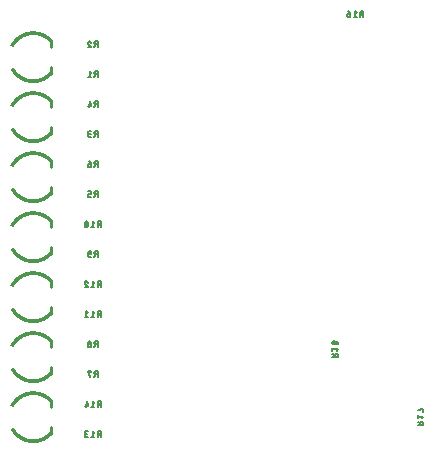
<source format=gbr>
G04 EAGLE Gerber X2 export*
%TF.Part,Single*%
%TF.FileFunction,Legend,Bot,1*%
%TF.FilePolarity,Positive*%
%TF.GenerationSoftware,Autodesk,EAGLE,8.6.3*%
%TF.CreationDate,2018-11-13T19:06:48Z*%
G75*
%MOMM*%
%FSLAX34Y34*%
%LPD*%
%AMOC8*
5,1,8,0,0,1.08239X$1,22.5*%
G01*
%ADD10C,0.025400*%
%ADD11C,0.254000*%
%ADD12C,0.127000*%


D10*
X200556Y388488D02*
X198800Y387024D01*
X198800Y387025D02*
X198499Y387372D01*
X198190Y387712D01*
X197873Y388045D01*
X197548Y388370D01*
X197216Y388687D01*
X196876Y388996D01*
X196528Y389297D01*
X196174Y389590D01*
X195812Y389873D01*
X195444Y390148D01*
X195069Y390415D01*
X194688Y390672D01*
X194301Y390920D01*
X193909Y391158D01*
X193510Y391387D01*
X193106Y391607D01*
X192698Y391817D01*
X192284Y392017D01*
X191865Y392207D01*
X191442Y392386D01*
X191015Y392556D01*
X190584Y392715D01*
X190149Y392864D01*
X189711Y393003D01*
X189270Y393131D01*
X188825Y393248D01*
X188378Y393355D01*
X187929Y393451D01*
X187477Y393536D01*
X187024Y393610D01*
X186568Y393674D01*
X186112Y393726D01*
X185654Y393768D01*
X185196Y393798D01*
X184736Y393818D01*
X184277Y393827D01*
X184276Y396112D01*
X184277Y396113D01*
X184792Y396103D01*
X185307Y396082D01*
X185821Y396048D01*
X186334Y396002D01*
X186846Y395943D01*
X187356Y395872D01*
X187865Y395789D01*
X188371Y395694D01*
X188875Y395586D01*
X189376Y395467D01*
X189874Y395336D01*
X190369Y395192D01*
X190860Y395037D01*
X191348Y394870D01*
X191831Y394691D01*
X192310Y394501D01*
X192784Y394300D01*
X193253Y394087D01*
X193717Y393863D01*
X194176Y393628D01*
X194628Y393381D01*
X195075Y393125D01*
X195515Y392857D01*
X195949Y392579D01*
X196376Y392291D01*
X196796Y391992D01*
X197208Y391683D01*
X197614Y391365D01*
X198011Y391037D01*
X198400Y390700D01*
X198781Y390353D01*
X199154Y389997D01*
X199518Y389633D01*
X199873Y389260D01*
X200219Y388878D01*
X200556Y388488D01*
X200372Y388334D01*
X200039Y388720D01*
X199697Y389097D01*
X199345Y389466D01*
X198985Y389826D01*
X198617Y390178D01*
X198240Y390521D01*
X197855Y390854D01*
X197462Y391179D01*
X197062Y391493D01*
X196654Y391798D01*
X196239Y392094D01*
X195817Y392379D01*
X195388Y392654D01*
X194952Y392918D01*
X194511Y393172D01*
X194063Y393415D01*
X193610Y393648D01*
X193152Y393869D01*
X192688Y394080D01*
X192219Y394279D01*
X191745Y394467D01*
X191268Y394644D01*
X190786Y394809D01*
X190300Y394962D01*
X189811Y395104D01*
X189318Y395234D01*
X188823Y395352D01*
X188325Y395458D01*
X187824Y395553D01*
X187321Y395635D01*
X186817Y395705D01*
X186311Y395763D01*
X185803Y395808D01*
X185295Y395842D01*
X184786Y395863D01*
X184277Y395873D01*
X184277Y395633D01*
X184780Y395624D01*
X185283Y395602D01*
X185786Y395569D01*
X186287Y395524D01*
X186788Y395467D01*
X187286Y395397D01*
X187783Y395316D01*
X188278Y395223D01*
X188771Y395118D01*
X189260Y395001D01*
X189747Y394873D01*
X190231Y394733D01*
X190711Y394581D01*
X191187Y394418D01*
X191660Y394243D01*
X192128Y394057D01*
X192591Y393860D01*
X193050Y393652D01*
X193503Y393433D01*
X193951Y393203D01*
X194394Y392963D01*
X194830Y392712D01*
X195260Y392450D01*
X195684Y392178D01*
X196102Y391897D01*
X196512Y391605D01*
X196915Y391303D01*
X197311Y390992D01*
X197700Y390672D01*
X198080Y390342D01*
X198453Y390003D01*
X198817Y389656D01*
X199173Y389299D01*
X199520Y388935D01*
X199858Y388562D01*
X200188Y388181D01*
X200003Y388027D01*
X199678Y388404D01*
X199343Y388772D01*
X199000Y389133D01*
X198648Y389485D01*
X198288Y389828D01*
X197920Y390163D01*
X197544Y390489D01*
X197160Y390806D01*
X196769Y391113D01*
X196370Y391411D01*
X195964Y391700D01*
X195552Y391978D01*
X195133Y392247D01*
X194708Y392505D01*
X194276Y392753D01*
X193839Y392991D01*
X193396Y393218D01*
X192948Y393435D01*
X192495Y393640D01*
X192037Y393835D01*
X191574Y394019D01*
X191107Y394191D01*
X190636Y394353D01*
X190162Y394503D01*
X189684Y394641D01*
X189203Y394768D01*
X188719Y394884D01*
X188232Y394987D01*
X187743Y395080D01*
X187251Y395160D01*
X186759Y395228D01*
X186264Y395285D01*
X185768Y395330D01*
X185272Y395363D01*
X184774Y395384D01*
X184277Y395393D01*
X184277Y395153D01*
X184769Y395144D01*
X185260Y395123D01*
X185751Y395090D01*
X186241Y395046D01*
X186729Y394990D01*
X187217Y394922D01*
X187702Y394843D01*
X188185Y394752D01*
X188666Y394649D01*
X189145Y394535D01*
X189620Y394410D01*
X190093Y394273D01*
X190562Y394125D01*
X191027Y393965D01*
X191488Y393795D01*
X191946Y393613D01*
X192398Y393421D01*
X192846Y393217D01*
X193289Y393004D01*
X193727Y392779D01*
X194159Y392544D01*
X194585Y392299D01*
X195005Y392043D01*
X195420Y391778D01*
X195827Y391503D01*
X196228Y391218D01*
X196622Y390923D01*
X197009Y390619D01*
X197388Y390306D01*
X197760Y389984D01*
X198124Y389653D01*
X198480Y389314D01*
X198827Y388966D01*
X199167Y388610D01*
X199497Y388246D01*
X199819Y387873D01*
X199634Y387720D01*
X199317Y388087D01*
X198990Y388447D01*
X198655Y388799D01*
X198311Y389143D01*
X197960Y389479D01*
X197600Y389805D01*
X197233Y390124D01*
X196858Y390433D01*
X196475Y390733D01*
X196086Y391024D01*
X195690Y391306D01*
X195287Y391578D01*
X194878Y391840D01*
X194463Y392092D01*
X194041Y392335D01*
X193614Y392567D01*
X193182Y392789D01*
X192744Y393000D01*
X192302Y393201D01*
X191854Y393391D01*
X191403Y393571D01*
X190947Y393739D01*
X190487Y393897D01*
X190024Y394043D01*
X189557Y394178D01*
X189087Y394302D01*
X188614Y394415D01*
X188139Y394517D01*
X187661Y394606D01*
X187182Y394685D01*
X186700Y394752D01*
X186217Y394807D01*
X185733Y394851D01*
X185248Y394883D01*
X184763Y394904D01*
X184277Y394913D01*
X184277Y394673D01*
X184757Y394664D01*
X185237Y394643D01*
X185716Y394612D01*
X186194Y394568D01*
X186671Y394514D01*
X187147Y394447D01*
X187621Y394370D01*
X188092Y394281D01*
X188562Y394181D01*
X189029Y394069D01*
X189493Y393947D01*
X189955Y393813D01*
X190412Y393668D01*
X190867Y393513D01*
X191317Y393346D01*
X191763Y393169D01*
X192205Y392981D01*
X192643Y392783D01*
X193075Y392574D01*
X193502Y392355D01*
X193924Y392125D01*
X194340Y391886D01*
X194751Y391637D01*
X195155Y391378D01*
X195553Y391109D01*
X195944Y390831D01*
X196329Y390543D01*
X196707Y390247D01*
X197077Y389941D01*
X197440Y389627D01*
X197795Y389304D01*
X198143Y388972D01*
X198482Y388633D01*
X198813Y388285D01*
X199136Y387929D01*
X199450Y387566D01*
X199266Y387413D01*
X198955Y387771D01*
X198637Y388122D01*
X198309Y388466D01*
X197974Y388801D01*
X197631Y389129D01*
X197280Y389448D01*
X196921Y389758D01*
X196555Y390060D01*
X196182Y390353D01*
X195802Y390637D01*
X195416Y390912D01*
X195023Y391177D01*
X194623Y391433D01*
X194218Y391680D01*
X193807Y391916D01*
X193390Y392143D01*
X192968Y392359D01*
X192541Y392565D01*
X192109Y392761D01*
X191672Y392947D01*
X191231Y393122D01*
X190787Y393287D01*
X190338Y393440D01*
X189886Y393583D01*
X189430Y393715D01*
X188971Y393837D01*
X188510Y393947D01*
X188046Y394046D01*
X187580Y394133D01*
X187112Y394210D01*
X186642Y394275D01*
X186171Y394330D01*
X185698Y394372D01*
X185225Y394404D01*
X184751Y394424D01*
X184277Y394433D01*
X184277Y394193D01*
X184745Y394184D01*
X185213Y394164D01*
X185681Y394133D01*
X186147Y394091D01*
X186613Y394037D01*
X187077Y393973D01*
X187539Y393897D01*
X188000Y393810D01*
X188458Y393712D01*
X188914Y393604D01*
X189366Y393484D01*
X189816Y393353D01*
X190263Y393212D01*
X190706Y393060D01*
X191146Y392898D01*
X191581Y392725D01*
X192012Y392542D01*
X192439Y392348D01*
X192861Y392144D01*
X193278Y391930D01*
X193689Y391707D01*
X194095Y391473D01*
X194496Y391230D01*
X194890Y390977D01*
X195279Y390715D01*
X195660Y390444D01*
X196036Y390163D01*
X196404Y389874D01*
X196766Y389576D01*
X197120Y389269D01*
X197466Y388954D01*
X197806Y388631D01*
X198137Y388299D01*
X198460Y387960D01*
X198775Y387613D01*
X199081Y387259D01*
X198897Y387105D01*
X198594Y387455D01*
X198283Y387798D01*
X197964Y388133D01*
X197637Y388460D01*
X197302Y388779D01*
X196960Y389090D01*
X196610Y389393D01*
X196253Y389687D01*
X195889Y389973D01*
X195519Y390250D01*
X195141Y390518D01*
X194758Y390777D01*
X194368Y391027D01*
X193973Y391267D01*
X193572Y391497D01*
X193165Y391718D01*
X192754Y391929D01*
X192337Y392131D01*
X191916Y392322D01*
X191490Y392503D01*
X191060Y392674D01*
X190626Y392834D01*
X190188Y392984D01*
X189747Y393124D01*
X189303Y393252D01*
X188856Y393371D01*
X188406Y393478D01*
X187953Y393575D01*
X187499Y393660D01*
X187042Y393735D01*
X186584Y393799D01*
X186124Y393852D01*
X185663Y393894D01*
X185202Y393924D01*
X184739Y393944D01*
X184277Y393953D01*
X184024Y396112D02*
X184024Y393826D01*
X184023Y393827D02*
X183558Y393818D01*
X183093Y393798D01*
X182629Y393767D01*
X182166Y393724D01*
X181704Y393670D01*
X181243Y393605D01*
X180784Y393529D01*
X180327Y393442D01*
X179872Y393344D01*
X179420Y393234D01*
X178970Y393114D01*
X178524Y392983D01*
X178081Y392841D01*
X177641Y392688D01*
X177206Y392525D01*
X176774Y392351D01*
X176347Y392167D01*
X175924Y391973D01*
X175506Y391768D01*
X175093Y391553D01*
X174686Y391328D01*
X174284Y391094D01*
X173888Y390850D01*
X173498Y390596D01*
X173114Y390333D01*
X172737Y390060D01*
X172367Y389779D01*
X172003Y389489D01*
X171647Y389190D01*
X171298Y388882D01*
X170956Y388566D01*
X170622Y388242D01*
X170297Y387909D01*
X169979Y387569D01*
X169670Y387222D01*
X169369Y386867D01*
X169077Y386505D01*
X168794Y386135D01*
X168520Y385759D01*
X168255Y385377D01*
X167999Y384988D01*
X167753Y384593D01*
X167517Y384192D01*
X167290Y383786D01*
X165273Y384861D01*
X165273Y384862D01*
X165527Y385317D01*
X165791Y385767D01*
X166067Y386209D01*
X166353Y386645D01*
X166650Y387074D01*
X166956Y387496D01*
X167274Y387910D01*
X167601Y388316D01*
X167938Y388714D01*
X168284Y389103D01*
X168640Y389485D01*
X169005Y389857D01*
X169379Y390220D01*
X169761Y390575D01*
X170152Y390920D01*
X170552Y391255D01*
X170959Y391580D01*
X171374Y391896D01*
X171797Y392201D01*
X172227Y392496D01*
X172664Y392780D01*
X173108Y393054D01*
X173558Y393317D01*
X174015Y393569D01*
X174477Y393809D01*
X174946Y394039D01*
X175419Y394257D01*
X175898Y394463D01*
X176382Y394658D01*
X176870Y394840D01*
X177363Y395011D01*
X177860Y395170D01*
X178360Y395317D01*
X178864Y395452D01*
X179371Y395574D01*
X179880Y395684D01*
X180393Y395781D01*
X180907Y395866D01*
X181424Y395939D01*
X181941Y395999D01*
X182461Y396046D01*
X182981Y396081D01*
X183502Y396103D01*
X184023Y396113D01*
X184023Y395873D01*
X183508Y395863D01*
X182993Y395841D01*
X182478Y395807D01*
X181965Y395760D01*
X181453Y395701D01*
X180942Y395629D01*
X180434Y395545D01*
X179927Y395448D01*
X179423Y395340D01*
X178922Y395219D01*
X178424Y395086D01*
X177929Y394941D01*
X177438Y394783D01*
X176951Y394614D01*
X176469Y394434D01*
X175990Y394241D01*
X175517Y394037D01*
X175048Y393822D01*
X174585Y393595D01*
X174128Y393357D01*
X173677Y393108D01*
X173231Y392848D01*
X172793Y392578D01*
X172360Y392297D01*
X171935Y392005D01*
X171517Y391703D01*
X171107Y391391D01*
X170704Y391069D01*
X170309Y390738D01*
X169923Y390397D01*
X169544Y390047D01*
X169175Y389687D01*
X168814Y389319D01*
X168462Y388942D01*
X168119Y388557D01*
X167786Y388163D01*
X167463Y387762D01*
X167149Y387353D01*
X166846Y386936D01*
X166553Y386512D01*
X166270Y386081D01*
X165997Y385643D01*
X165736Y385199D01*
X165485Y384749D01*
X165696Y384636D01*
X165944Y385081D01*
X166203Y385520D01*
X166472Y385953D01*
X166752Y386379D01*
X167042Y386798D01*
X167342Y387210D01*
X167652Y387614D01*
X167972Y388011D01*
X168301Y388400D01*
X168640Y388781D01*
X168988Y389154D01*
X169344Y389518D01*
X169710Y389873D01*
X170084Y390219D01*
X170466Y390556D01*
X170856Y390884D01*
X171255Y391202D01*
X171660Y391510D01*
X172074Y391809D01*
X172494Y392097D01*
X172921Y392375D01*
X173355Y392643D01*
X173795Y392899D01*
X174241Y393146D01*
X174693Y393381D01*
X175151Y393605D01*
X175614Y393818D01*
X176082Y394020D01*
X176555Y394210D01*
X177032Y394389D01*
X177514Y394556D01*
X177999Y394711D01*
X178488Y394854D01*
X178981Y394986D01*
X179476Y395106D01*
X179974Y395213D01*
X180475Y395308D01*
X180978Y395392D01*
X181482Y395463D01*
X181989Y395521D01*
X182496Y395568D01*
X183005Y395602D01*
X183514Y395623D01*
X184023Y395633D01*
X184023Y395393D01*
X183520Y395383D01*
X183016Y395362D01*
X182514Y395328D01*
X182012Y395282D01*
X181512Y395224D01*
X181013Y395154D01*
X180516Y395072D01*
X180021Y394978D01*
X179529Y394871D01*
X179039Y394753D01*
X178552Y394623D01*
X178069Y394481D01*
X177589Y394328D01*
X177113Y394163D01*
X176641Y393986D01*
X176174Y393798D01*
X175712Y393599D01*
X175254Y393388D01*
X174801Y393166D01*
X174355Y392934D01*
X173913Y392691D01*
X173478Y392437D01*
X173050Y392172D01*
X172627Y391898D01*
X172212Y391613D01*
X171804Y391318D01*
X171402Y391013D01*
X171009Y390699D01*
X170623Y390375D01*
X170245Y390042D01*
X169875Y389699D01*
X169514Y389348D01*
X169162Y388988D01*
X168818Y388620D01*
X168483Y388244D01*
X168158Y387859D01*
X167842Y387467D01*
X167535Y387067D01*
X167239Y386660D01*
X166952Y386246D01*
X166675Y385825D01*
X166409Y385397D01*
X166153Y384963D01*
X165908Y384523D01*
X166120Y384410D01*
X166362Y384845D01*
X166615Y385274D01*
X166878Y385696D01*
X167152Y386113D01*
X167435Y386522D01*
X167728Y386924D01*
X168031Y387319D01*
X168343Y387707D01*
X168665Y388087D01*
X168996Y388459D01*
X169336Y388823D01*
X169684Y389179D01*
X170041Y389526D01*
X170406Y389864D01*
X170780Y390193D01*
X171161Y390513D01*
X171550Y390824D01*
X171947Y391125D01*
X172350Y391416D01*
X172761Y391698D01*
X173178Y391970D01*
X173602Y392231D01*
X174032Y392482D01*
X174468Y392722D01*
X174909Y392952D01*
X175357Y393171D01*
X175809Y393379D01*
X176266Y393576D01*
X176728Y393762D01*
X177194Y393937D01*
X177664Y394100D01*
X178139Y394252D01*
X178616Y394392D01*
X179097Y394520D01*
X179581Y394637D01*
X180068Y394742D01*
X180557Y394836D01*
X181048Y394917D01*
X181541Y394986D01*
X182036Y395044D01*
X182531Y395089D01*
X183028Y395122D01*
X183526Y395143D01*
X184023Y395153D01*
X184023Y394913D01*
X183532Y394904D01*
X183040Y394883D01*
X182549Y394850D01*
X182059Y394805D01*
X181571Y394748D01*
X181083Y394679D01*
X180598Y394599D01*
X180115Y394507D01*
X179634Y394403D01*
X179156Y394288D01*
X178680Y394161D01*
X178208Y394022D01*
X177740Y393872D01*
X177275Y393711D01*
X176814Y393538D01*
X176358Y393354D01*
X175906Y393160D01*
X175459Y392954D01*
X175017Y392738D01*
X174581Y392511D01*
X174150Y392273D01*
X173725Y392025D01*
X173307Y391767D01*
X172894Y391499D01*
X172489Y391220D01*
X172090Y390932D01*
X171698Y390635D01*
X171314Y390328D01*
X170937Y390011D01*
X170568Y389686D01*
X170207Y389352D01*
X169854Y389009D01*
X169509Y388658D01*
X169174Y388298D01*
X168847Y387930D01*
X168529Y387555D01*
X168220Y387172D01*
X167921Y386782D01*
X167631Y386384D01*
X167351Y385979D01*
X167081Y385568D01*
X166821Y385151D01*
X166571Y384727D01*
X166332Y384297D01*
X166544Y384184D01*
X166780Y384609D01*
X167027Y385027D01*
X167284Y385440D01*
X167551Y385846D01*
X167828Y386246D01*
X168114Y386639D01*
X168410Y387024D01*
X168715Y387403D01*
X169029Y387774D01*
X169352Y388137D01*
X169683Y388492D01*
X170024Y388839D01*
X170372Y389178D01*
X170729Y389508D01*
X171094Y389830D01*
X171466Y390142D01*
X171846Y390446D01*
X172233Y390740D01*
X172627Y391024D01*
X173028Y391299D01*
X173435Y391564D01*
X173849Y391819D01*
X174269Y392064D01*
X174694Y392299D01*
X175125Y392523D01*
X175562Y392737D01*
X176004Y392940D01*
X176450Y393133D01*
X176901Y393314D01*
X177356Y393485D01*
X177815Y393644D01*
X178278Y393792D01*
X178744Y393929D01*
X179214Y394055D01*
X179687Y394169D01*
X180162Y394272D01*
X180639Y394363D01*
X181119Y394442D01*
X181600Y394510D01*
X182083Y394566D01*
X182567Y394610D01*
X183052Y394643D01*
X183537Y394664D01*
X184023Y394673D01*
X184023Y394433D01*
X183543Y394424D01*
X183064Y394403D01*
X182585Y394371D01*
X182106Y394327D01*
X181629Y394272D01*
X181154Y394205D01*
X180680Y394126D01*
X180209Y394036D01*
X179739Y393935D01*
X179272Y393822D01*
X178809Y393698D01*
X178348Y393563D01*
X177891Y393416D01*
X177437Y393259D01*
X176987Y393090D01*
X176542Y392911D01*
X176101Y392721D01*
X175665Y392520D01*
X175233Y392309D01*
X174807Y392087D01*
X174387Y391856D01*
X173972Y391614D01*
X173564Y391361D01*
X173161Y391100D01*
X172765Y390828D01*
X172376Y390547D01*
X171993Y390256D01*
X171618Y389957D01*
X171250Y389648D01*
X170890Y389331D01*
X170538Y389004D01*
X170194Y388670D01*
X169857Y388327D01*
X169530Y387976D01*
X169211Y387617D01*
X168900Y387251D01*
X168599Y386877D01*
X168307Y386496D01*
X168024Y386108D01*
X167751Y385713D01*
X167487Y385312D01*
X167233Y384904D01*
X166989Y384491D01*
X166755Y384071D01*
X166967Y383958D01*
X167198Y384372D01*
X167439Y384781D01*
X167690Y385184D01*
X167950Y385580D01*
X168220Y385970D01*
X168500Y386353D01*
X168788Y386729D01*
X169086Y387099D01*
X169392Y387461D01*
X169708Y387815D01*
X170031Y388162D01*
X170363Y388500D01*
X170704Y388831D01*
X171052Y389153D01*
X171407Y389467D01*
X171771Y389771D01*
X172141Y390067D01*
X172519Y390354D01*
X172903Y390632D01*
X173295Y390900D01*
X173692Y391159D01*
X174096Y391408D01*
X174505Y391647D01*
X174921Y391876D01*
X175341Y392095D01*
X175767Y392303D01*
X176198Y392502D01*
X176634Y392689D01*
X177074Y392867D01*
X177518Y393033D01*
X177966Y393188D01*
X178418Y393333D01*
X178873Y393467D01*
X179331Y393589D01*
X179792Y393701D01*
X180255Y393801D01*
X180721Y393890D01*
X181189Y393967D01*
X181659Y394033D01*
X182130Y394088D01*
X182602Y394132D01*
X183075Y394163D01*
X183549Y394184D01*
X184023Y394193D01*
X184023Y393953D01*
X183555Y393944D01*
X183087Y393924D01*
X182620Y393892D01*
X182153Y393849D01*
X181688Y393795D01*
X181224Y393730D01*
X180762Y393653D01*
X180302Y393565D01*
X179844Y393466D01*
X179389Y393356D01*
X178937Y393235D01*
X178487Y393103D01*
X178041Y392961D01*
X177599Y392807D01*
X177160Y392643D01*
X176726Y392468D01*
X176296Y392282D01*
X175870Y392087D01*
X175449Y391880D01*
X175034Y391664D01*
X174624Y391438D01*
X174219Y391202D01*
X173821Y390956D01*
X173428Y390701D01*
X173042Y390436D01*
X172662Y390162D01*
X172289Y389878D01*
X171923Y389586D01*
X171564Y389285D01*
X171213Y388975D01*
X170869Y388657D01*
X170533Y388331D01*
X170205Y387996D01*
X169886Y387654D01*
X169574Y387304D01*
X169271Y386947D01*
X168978Y386582D01*
X168692Y386210D01*
X168417Y385832D01*
X168150Y385447D01*
X167893Y385055D01*
X167645Y384658D01*
X167407Y384254D01*
X167179Y383845D01*
X184276Y353188D02*
X184276Y355474D01*
X184277Y355473D02*
X184745Y355482D01*
X185213Y355503D01*
X185681Y355534D01*
X186148Y355577D01*
X186613Y355632D01*
X187077Y355698D01*
X187539Y355775D01*
X187999Y355863D01*
X188457Y355963D01*
X188913Y356074D01*
X189365Y356196D01*
X189814Y356329D01*
X190260Y356473D01*
X190703Y356627D01*
X191141Y356793D01*
X191575Y356969D01*
X192005Y357156D01*
X192430Y357353D01*
X192850Y357560D01*
X193265Y357778D01*
X193675Y358006D01*
X194079Y358243D01*
X194477Y358491D01*
X194868Y358748D01*
X195254Y359015D01*
X195633Y359291D01*
X196004Y359576D01*
X196369Y359870D01*
X196727Y360173D01*
X197077Y360485D01*
X197419Y360805D01*
X197753Y361133D01*
X198079Y361469D01*
X198397Y361814D01*
X198707Y362166D01*
X200451Y360689D01*
X200452Y360689D01*
X200105Y360294D01*
X199749Y359908D01*
X199384Y359531D01*
X199009Y359162D01*
X198626Y358803D01*
X198233Y358454D01*
X197833Y358114D01*
X197424Y357784D01*
X197007Y357464D01*
X196583Y357155D01*
X196151Y356856D01*
X195712Y356567D01*
X195266Y356290D01*
X194813Y356023D01*
X194354Y355768D01*
X193889Y355524D01*
X193418Y355291D01*
X192941Y355070D01*
X192459Y354861D01*
X191972Y354663D01*
X191481Y354478D01*
X190985Y354304D01*
X190485Y354143D01*
X189981Y353994D01*
X189474Y353858D01*
X188963Y353734D01*
X188450Y353622D01*
X187934Y353523D01*
X187416Y353437D01*
X186896Y353363D01*
X186374Y353303D01*
X185851Y353255D01*
X185327Y353219D01*
X184802Y353197D01*
X184277Y353187D01*
X184277Y353427D01*
X184796Y353437D01*
X185315Y353459D01*
X185833Y353494D01*
X186350Y353541D01*
X186866Y353602D01*
X187380Y353674D01*
X187893Y353760D01*
X188403Y353857D01*
X188910Y353968D01*
X189415Y354090D01*
X189917Y354225D01*
X190415Y354373D01*
X190909Y354532D01*
X191399Y354703D01*
X191885Y354887D01*
X192366Y355082D01*
X192843Y355289D01*
X193314Y355507D01*
X193780Y355737D01*
X194240Y355979D01*
X194693Y356231D01*
X195141Y356495D01*
X195582Y356769D01*
X196016Y357054D01*
X196443Y357350D01*
X196863Y357656D01*
X197275Y357972D01*
X197679Y358298D01*
X198075Y358634D01*
X198463Y358980D01*
X198842Y359335D01*
X199212Y359699D01*
X199574Y360072D01*
X199926Y360454D01*
X200269Y360844D01*
X200085Y360999D01*
X199747Y360613D01*
X199399Y360236D01*
X199041Y359867D01*
X198675Y359507D01*
X198300Y359156D01*
X197917Y358815D01*
X197525Y358483D01*
X197126Y358160D01*
X196719Y357848D01*
X196304Y357545D01*
X195882Y357253D01*
X195452Y356971D01*
X195016Y356700D01*
X194574Y356439D01*
X194125Y356190D01*
X193671Y355951D01*
X193210Y355724D01*
X192745Y355508D01*
X192274Y355303D01*
X191798Y355110D01*
X191317Y354929D01*
X190833Y354760D01*
X190344Y354602D01*
X189852Y354457D01*
X189356Y354323D01*
X188857Y354202D01*
X188355Y354093D01*
X187851Y353996D01*
X187345Y353912D01*
X186836Y353840D01*
X186326Y353780D01*
X185815Y353733D01*
X185303Y353699D01*
X184790Y353677D01*
X184277Y353667D01*
X184277Y353907D01*
X184784Y353917D01*
X185291Y353938D01*
X185797Y353973D01*
X186303Y354019D01*
X186807Y354078D01*
X187309Y354149D01*
X187810Y354232D01*
X188308Y354328D01*
X188804Y354436D01*
X189297Y354556D01*
X189787Y354688D01*
X190274Y354832D01*
X190757Y354987D01*
X191236Y355155D01*
X191711Y355334D01*
X192181Y355525D01*
X192646Y355727D01*
X193107Y355940D01*
X193562Y356165D01*
X194011Y356401D01*
X194455Y356648D01*
X194892Y356905D01*
X195323Y357173D01*
X195747Y357452D01*
X196164Y357740D01*
X196574Y358039D01*
X196977Y358348D01*
X197372Y358667D01*
X197759Y358995D01*
X198138Y359333D01*
X198508Y359680D01*
X198870Y360035D01*
X199223Y360400D01*
X199567Y360773D01*
X199902Y361154D01*
X199719Y361309D01*
X199388Y360932D01*
X199048Y360564D01*
X198699Y360204D01*
X198341Y359852D01*
X197975Y359509D01*
X197601Y359176D01*
X197218Y358851D01*
X196828Y358536D01*
X196430Y358231D01*
X196025Y357936D01*
X195612Y357650D01*
X195193Y357375D01*
X194767Y357110D01*
X194335Y356856D01*
X193897Y356612D01*
X193453Y356379D01*
X193003Y356157D01*
X192548Y355946D01*
X192088Y355746D01*
X191623Y355558D01*
X191154Y355380D01*
X190681Y355215D01*
X190203Y355061D01*
X189722Y354919D01*
X189238Y354788D01*
X188751Y354670D01*
X188261Y354563D01*
X187768Y354469D01*
X187274Y354386D01*
X186777Y354316D01*
X186279Y354258D01*
X185779Y354212D01*
X185279Y354178D01*
X184778Y354157D01*
X184277Y354147D01*
X184277Y354387D01*
X184772Y354397D01*
X185267Y354418D01*
X185762Y354451D01*
X186255Y354497D01*
X186747Y354554D01*
X187238Y354624D01*
X187727Y354705D01*
X188213Y354799D01*
X188698Y354904D01*
X189179Y355021D01*
X189658Y355150D01*
X190133Y355290D01*
X190605Y355443D01*
X191072Y355606D01*
X191536Y355781D01*
X191995Y355967D01*
X192450Y356165D01*
X192899Y356373D01*
X193344Y356593D01*
X193782Y356823D01*
X194216Y357064D01*
X194643Y357315D01*
X195063Y357577D01*
X195478Y357849D01*
X195885Y358131D01*
X196286Y358423D01*
X196679Y358725D01*
X197064Y359036D01*
X197442Y359356D01*
X197812Y359686D01*
X198174Y360024D01*
X198528Y360372D01*
X198873Y360728D01*
X199209Y361092D01*
X199536Y361464D01*
X199353Y361619D01*
X199029Y361251D01*
X198697Y360892D01*
X198357Y360540D01*
X198007Y360197D01*
X197650Y359862D01*
X197284Y359537D01*
X196911Y359220D01*
X196530Y358913D01*
X196141Y358615D01*
X195746Y358326D01*
X195343Y358048D01*
X194934Y357779D01*
X194518Y357520D01*
X194096Y357272D01*
X193668Y357034D01*
X193235Y356807D01*
X192796Y356590D01*
X192351Y356384D01*
X191902Y356189D01*
X191449Y356005D01*
X190991Y355832D01*
X190529Y355670D01*
X190063Y355520D01*
X189593Y355381D01*
X189120Y355254D01*
X188645Y355138D01*
X188166Y355034D01*
X187685Y354942D01*
X187202Y354861D01*
X186718Y354792D01*
X186231Y354735D01*
X185744Y354691D01*
X185255Y354658D01*
X184766Y354636D01*
X184277Y354627D01*
X184277Y354867D01*
X184760Y354876D01*
X185243Y354897D01*
X185726Y354930D01*
X186208Y354974D01*
X186688Y355030D01*
X187167Y355098D01*
X187644Y355178D01*
X188119Y355269D01*
X188591Y355372D01*
X189061Y355486D01*
X189528Y355612D01*
X189992Y355749D01*
X190452Y355898D01*
X190909Y356057D01*
X191361Y356228D01*
X191810Y356410D01*
X192253Y356603D01*
X192692Y356806D01*
X193126Y357020D01*
X193554Y357245D01*
X193977Y357480D01*
X194393Y357725D01*
X194804Y357981D01*
X195208Y358246D01*
X195606Y358522D01*
X195997Y358806D01*
X196381Y359101D01*
X196757Y359404D01*
X197126Y359717D01*
X197487Y360039D01*
X197840Y360369D01*
X198185Y360708D01*
X198522Y361055D01*
X198850Y361411D01*
X199169Y361774D01*
X198986Y361929D01*
X198671Y361570D01*
X198347Y361219D01*
X198014Y360876D01*
X197673Y360542D01*
X197325Y360215D01*
X196968Y359898D01*
X196603Y359589D01*
X196232Y359289D01*
X195853Y358998D01*
X195467Y358717D01*
X195074Y358445D01*
X194674Y358183D01*
X194269Y357931D01*
X193857Y357688D01*
X193440Y357456D01*
X193017Y357234D01*
X192588Y357023D01*
X192155Y356822D01*
X191717Y356631D01*
X191274Y356452D01*
X190827Y356283D01*
X190376Y356125D01*
X189922Y355979D01*
X189464Y355843D01*
X189002Y355719D01*
X188538Y355606D01*
X188071Y355504D01*
X187602Y355414D01*
X187131Y355336D01*
X186658Y355269D01*
X186184Y355213D01*
X185708Y355169D01*
X185231Y355137D01*
X184754Y355116D01*
X184277Y355107D01*
X184277Y355347D01*
X184748Y355356D01*
X185220Y355377D01*
X185690Y355409D01*
X186160Y355452D01*
X186629Y355507D01*
X187096Y355573D01*
X187561Y355651D01*
X188024Y355740D01*
X188485Y355840D01*
X188943Y355952D01*
X189399Y356074D01*
X189851Y356208D01*
X190300Y356353D01*
X190746Y356509D01*
X191187Y356675D01*
X191624Y356853D01*
X192057Y357041D01*
X192485Y357239D01*
X192908Y357448D01*
X193325Y357667D01*
X193738Y357896D01*
X194144Y358136D01*
X194545Y358385D01*
X194939Y358644D01*
X195327Y358912D01*
X195708Y359190D01*
X196083Y359477D01*
X196450Y359773D01*
X196810Y360078D01*
X197162Y360392D01*
X197507Y360714D01*
X197843Y361045D01*
X198171Y361383D01*
X198491Y361730D01*
X198803Y362084D01*
X165578Y363891D02*
X167563Y365026D01*
X167562Y365025D02*
X167800Y364627D01*
X168046Y364235D01*
X168303Y363850D01*
X168568Y363470D01*
X168842Y363097D01*
X169126Y362731D01*
X169418Y362372D01*
X169719Y362020D01*
X170028Y361675D01*
X170345Y361338D01*
X170671Y361008D01*
X171004Y360687D01*
X171345Y360373D01*
X171694Y360068D01*
X172049Y359772D01*
X172412Y359484D01*
X172782Y359205D01*
X173158Y358935D01*
X173541Y358674D01*
X173930Y358423D01*
X174324Y358181D01*
X174725Y357948D01*
X175131Y357726D01*
X175542Y357513D01*
X175959Y357310D01*
X176380Y357117D01*
X176805Y356935D01*
X177235Y356763D01*
X177669Y356601D01*
X178107Y356450D01*
X178548Y356309D01*
X178993Y356179D01*
X179440Y356060D01*
X179890Y355952D01*
X180343Y355854D01*
X180798Y355768D01*
X181255Y355693D01*
X181714Y355628D01*
X182174Y355575D01*
X182635Y355533D01*
X183097Y355502D01*
X183560Y355482D01*
X184023Y355473D01*
X184023Y353188D01*
X184023Y353187D01*
X183504Y353197D01*
X182985Y353219D01*
X182467Y353253D01*
X181950Y353300D01*
X181435Y353359D01*
X180921Y353431D01*
X180409Y353515D01*
X179899Y353612D01*
X179391Y353721D01*
X178887Y353842D01*
X178385Y353975D01*
X177887Y354121D01*
X177392Y354278D01*
X176902Y354448D01*
X176415Y354629D01*
X175933Y354822D01*
X175456Y355026D01*
X174985Y355242D01*
X174518Y355469D01*
X174057Y355708D01*
X173602Y355957D01*
X173153Y356218D01*
X172711Y356489D01*
X172275Y356771D01*
X171846Y357063D01*
X171424Y357366D01*
X171010Y357679D01*
X170604Y358001D01*
X170205Y358334D01*
X169814Y358676D01*
X169432Y359027D01*
X169059Y359387D01*
X168694Y359757D01*
X168339Y360135D01*
X167992Y360521D01*
X167655Y360916D01*
X167328Y361319D01*
X167011Y361729D01*
X166703Y362148D01*
X166406Y362573D01*
X166119Y363006D01*
X165843Y363445D01*
X165578Y363891D01*
X165786Y364010D01*
X166048Y363569D01*
X166322Y363135D01*
X166605Y362707D01*
X166899Y362286D01*
X167203Y361873D01*
X167517Y361467D01*
X167841Y361069D01*
X168174Y360678D01*
X168516Y360296D01*
X168868Y359923D01*
X169228Y359557D01*
X169597Y359201D01*
X169975Y358854D01*
X170361Y358516D01*
X170755Y358187D01*
X171157Y357868D01*
X171567Y357559D01*
X171984Y357260D01*
X172408Y356971D01*
X172839Y356692D01*
X173276Y356424D01*
X173720Y356166D01*
X174170Y355920D01*
X174625Y355684D01*
X175087Y355459D01*
X175553Y355246D01*
X176025Y355043D01*
X176501Y354853D01*
X176982Y354674D01*
X177467Y354506D01*
X177956Y354351D01*
X178449Y354207D01*
X178945Y354075D01*
X179444Y353955D01*
X179945Y353847D01*
X180450Y353752D01*
X180956Y353669D01*
X181464Y353598D01*
X181974Y353539D01*
X182485Y353492D01*
X182997Y353458D01*
X183510Y353437D01*
X184023Y353427D01*
X184023Y353667D01*
X183515Y353677D01*
X183009Y353698D01*
X182502Y353732D01*
X181997Y353778D01*
X181493Y353836D01*
X180991Y353906D01*
X180490Y353988D01*
X179992Y354083D01*
X179496Y354189D01*
X179003Y354308D01*
X178513Y354438D01*
X178026Y354580D01*
X177542Y354734D01*
X177063Y354900D01*
X176587Y355077D01*
X176117Y355265D01*
X175650Y355465D01*
X175189Y355676D01*
X174733Y355898D01*
X174282Y356131D01*
X173838Y356375D01*
X173399Y356630D01*
X172966Y356895D01*
X172541Y357171D01*
X172121Y357456D01*
X171709Y357752D01*
X171304Y358058D01*
X170907Y358373D01*
X170518Y358698D01*
X170136Y359032D01*
X169762Y359375D01*
X169397Y359728D01*
X169041Y360089D01*
X168693Y360458D01*
X168355Y360836D01*
X168026Y361222D01*
X167706Y361615D01*
X167395Y362017D01*
X167095Y362425D01*
X166804Y362841D01*
X166524Y363264D01*
X166254Y363693D01*
X165994Y364129D01*
X166203Y364248D01*
X166459Y363817D01*
X166726Y363393D01*
X167003Y362975D01*
X167291Y362564D01*
X167588Y362160D01*
X167894Y361764D01*
X168211Y361374D01*
X168536Y360993D01*
X168871Y360620D01*
X169214Y360255D01*
X169567Y359898D01*
X169927Y359550D01*
X170297Y359210D01*
X170674Y358880D01*
X171059Y358559D01*
X171452Y358247D01*
X171852Y357945D01*
X172259Y357653D01*
X172673Y357370D01*
X173094Y357098D01*
X173522Y356836D01*
X173956Y356584D01*
X174395Y356343D01*
X174841Y356113D01*
X175291Y355893D01*
X175747Y355685D01*
X176208Y355487D01*
X176674Y355301D01*
X177143Y355126D01*
X177617Y354962D01*
X178095Y354810D01*
X178576Y354670D01*
X179061Y354541D01*
X179549Y354424D01*
X180039Y354318D01*
X180531Y354225D01*
X181026Y354143D01*
X181523Y354074D01*
X182021Y354016D01*
X182520Y353971D01*
X183020Y353938D01*
X183521Y353917D01*
X184023Y353907D01*
X184023Y354147D01*
X183527Y354156D01*
X183032Y354177D01*
X182538Y354210D01*
X182044Y354255D01*
X181552Y354312D01*
X181061Y354381D01*
X180572Y354461D01*
X180085Y354554D01*
X179601Y354658D01*
X179119Y354774D01*
X178640Y354901D01*
X178165Y355040D01*
X177692Y355190D01*
X177224Y355352D01*
X176760Y355525D01*
X176300Y355709D01*
X175844Y355904D01*
X175394Y356110D01*
X174948Y356327D01*
X174508Y356555D01*
X174074Y356793D01*
X173645Y357042D01*
X173222Y357301D01*
X172806Y357570D01*
X172397Y357849D01*
X171994Y358138D01*
X171599Y358437D01*
X171211Y358745D01*
X170830Y359062D01*
X170457Y359389D01*
X170093Y359724D01*
X169736Y360068D01*
X169388Y360421D01*
X169048Y360781D01*
X168717Y361150D01*
X168396Y361527D01*
X168083Y361912D01*
X167780Y362304D01*
X167486Y362703D01*
X167203Y363109D01*
X166929Y363522D01*
X166665Y363941D01*
X166411Y364367D01*
X166619Y364486D01*
X166870Y364066D01*
X167131Y363651D01*
X167402Y363243D01*
X167682Y362842D01*
X167972Y362447D01*
X168272Y362060D01*
X168581Y361680D01*
X168899Y361308D01*
X169225Y360943D01*
X169561Y360587D01*
X169905Y360238D01*
X170258Y359898D01*
X170618Y359567D01*
X170986Y359244D01*
X171363Y358931D01*
X171746Y358626D01*
X172137Y358331D01*
X172535Y358046D01*
X172939Y357770D01*
X173350Y357504D01*
X173768Y357248D01*
X174191Y357002D01*
X174621Y356767D01*
X175056Y356542D01*
X175496Y356328D01*
X175941Y356124D01*
X176391Y355931D01*
X176846Y355749D01*
X177305Y355578D01*
X177767Y355418D01*
X178234Y355270D01*
X178704Y355132D01*
X179177Y355006D01*
X179653Y354892D01*
X180132Y354789D01*
X180613Y354698D01*
X181096Y354618D01*
X181581Y354550D01*
X182068Y354494D01*
X182555Y354450D01*
X183044Y354417D01*
X183533Y354396D01*
X184023Y354387D01*
X184023Y354627D01*
X183539Y354636D01*
X183056Y354657D01*
X182573Y354689D01*
X182091Y354733D01*
X181610Y354789D01*
X181131Y354856D01*
X180654Y354934D01*
X180179Y355025D01*
X179706Y355126D01*
X179235Y355239D01*
X178768Y355364D01*
X178303Y355499D01*
X177842Y355646D01*
X177385Y355804D01*
X176932Y355973D01*
X176483Y356153D01*
X176038Y356343D01*
X175598Y356545D01*
X175163Y356757D01*
X174734Y356979D01*
X174309Y357211D01*
X173891Y357454D01*
X173478Y357707D01*
X173072Y357970D01*
X172672Y358242D01*
X172279Y358524D01*
X171893Y358816D01*
X171514Y359117D01*
X171143Y359426D01*
X170779Y359745D01*
X170423Y360072D01*
X170074Y360408D01*
X169734Y360753D01*
X169403Y361105D01*
X169080Y361465D01*
X168766Y361833D01*
X168461Y362208D01*
X168165Y362591D01*
X167878Y362981D01*
X167601Y363377D01*
X167333Y363780D01*
X167076Y364190D01*
X166828Y364605D01*
X167036Y364724D01*
X167281Y364314D01*
X167536Y363909D01*
X167800Y363511D01*
X168074Y363120D01*
X168357Y362735D01*
X168649Y362357D01*
X168951Y361986D01*
X169261Y361622D01*
X169580Y361267D01*
X169908Y360919D01*
X170244Y360579D01*
X170588Y360247D01*
X170939Y359923D01*
X171299Y359609D01*
X171666Y359303D01*
X172041Y359005D01*
X172422Y358718D01*
X172810Y358439D01*
X173205Y358170D01*
X173606Y357910D01*
X174014Y357660D01*
X174427Y357421D01*
X174846Y357191D01*
X175271Y356971D01*
X175700Y356762D01*
X176135Y356563D01*
X176574Y356375D01*
X177018Y356197D01*
X177466Y356030D01*
X177917Y355874D01*
X178373Y355729D01*
X178832Y355595D01*
X179293Y355472D01*
X179758Y355360D01*
X180225Y355260D01*
X180695Y355171D01*
X181166Y355093D01*
X181640Y355027D01*
X182114Y354972D01*
X182590Y354928D01*
X183067Y354897D01*
X183545Y354876D01*
X184023Y354867D01*
X184023Y355107D01*
X183551Y355116D01*
X183079Y355136D01*
X182608Y355168D01*
X182138Y355211D01*
X181669Y355265D01*
X181201Y355331D01*
X180736Y355407D01*
X180272Y355495D01*
X179810Y355595D01*
X179352Y355705D01*
X178895Y355826D01*
X178442Y355959D01*
X177992Y356102D01*
X177546Y356256D01*
X177104Y356421D01*
X176666Y356596D01*
X176232Y356782D01*
X175803Y356979D01*
X175378Y357186D01*
X174959Y357403D01*
X174545Y357630D01*
X174137Y357866D01*
X173734Y358113D01*
X173338Y358370D01*
X172948Y358635D01*
X172564Y358911D01*
X172188Y359195D01*
X171818Y359488D01*
X171455Y359791D01*
X171100Y360102D01*
X170753Y360421D01*
X170413Y360749D01*
X170081Y361085D01*
X169758Y361428D01*
X169442Y361780D01*
X169136Y362139D01*
X168838Y362505D01*
X168549Y362878D01*
X168269Y363258D01*
X167999Y363645D01*
X167738Y364039D01*
X167486Y364438D01*
X167245Y364843D01*
X167453Y364963D01*
X167692Y364562D01*
X167940Y364168D01*
X168198Y363779D01*
X168465Y363397D01*
X168741Y363022D01*
X169027Y362653D01*
X169321Y362291D01*
X169624Y361937D01*
X169935Y361590D01*
X170254Y361251D01*
X170582Y360919D01*
X170918Y360595D01*
X171261Y360280D01*
X171612Y359973D01*
X171970Y359674D01*
X172335Y359385D01*
X172707Y359104D01*
X173086Y358832D01*
X173471Y358569D01*
X173862Y358316D01*
X174260Y358073D01*
X174663Y357839D01*
X175072Y357614D01*
X175486Y357400D01*
X175905Y357196D01*
X176329Y357002D01*
X176757Y356818D01*
X177190Y356645D01*
X177627Y356482D01*
X178067Y356330D01*
X178512Y356189D01*
X178959Y356058D01*
X179410Y355938D01*
X179863Y355829D01*
X180319Y355731D01*
X180777Y355644D01*
X181237Y355568D01*
X181698Y355503D01*
X182161Y355450D01*
X182626Y355407D01*
X183091Y355376D01*
X183556Y355356D01*
X184023Y355347D01*
D11*
X199898Y382524D02*
X199898Y387604D01*
X199898Y366268D02*
X199898Y361696D01*
D12*
X239002Y362331D02*
X239002Y357505D01*
X239002Y362331D02*
X237661Y362331D01*
X237590Y362329D01*
X237518Y362323D01*
X237448Y362314D01*
X237378Y362301D01*
X237308Y362284D01*
X237240Y362263D01*
X237173Y362239D01*
X237107Y362211D01*
X237043Y362180D01*
X236980Y362145D01*
X236920Y362107D01*
X236861Y362066D01*
X236805Y362022D01*
X236751Y361975D01*
X236700Y361926D01*
X236652Y361873D01*
X236606Y361818D01*
X236564Y361761D01*
X236524Y361701D01*
X236488Y361640D01*
X236455Y361576D01*
X236426Y361511D01*
X236400Y361445D01*
X236377Y361377D01*
X236358Y361308D01*
X236343Y361238D01*
X236332Y361168D01*
X236324Y361097D01*
X236320Y361026D01*
X236320Y360954D01*
X236324Y360883D01*
X236332Y360812D01*
X236343Y360742D01*
X236358Y360672D01*
X236377Y360603D01*
X236400Y360535D01*
X236426Y360469D01*
X236455Y360404D01*
X236488Y360340D01*
X236524Y360279D01*
X236564Y360219D01*
X236606Y360162D01*
X236652Y360107D01*
X236700Y360054D01*
X236751Y360005D01*
X236805Y359958D01*
X236861Y359914D01*
X236920Y359873D01*
X236980Y359835D01*
X237043Y359800D01*
X237107Y359769D01*
X237173Y359741D01*
X237240Y359717D01*
X237308Y359696D01*
X237378Y359679D01*
X237448Y359666D01*
X237518Y359657D01*
X237590Y359651D01*
X237661Y359649D01*
X237661Y359650D02*
X239002Y359650D01*
X237393Y359650D02*
X236321Y357505D01*
X233579Y361259D02*
X232239Y362331D01*
X232239Y357505D01*
X233579Y357505D02*
X230898Y357505D01*
X239002Y382905D02*
X239002Y387731D01*
X237661Y387731D01*
X237590Y387729D01*
X237518Y387723D01*
X237448Y387714D01*
X237378Y387701D01*
X237308Y387684D01*
X237240Y387663D01*
X237173Y387639D01*
X237107Y387611D01*
X237043Y387580D01*
X236980Y387545D01*
X236920Y387507D01*
X236861Y387466D01*
X236805Y387422D01*
X236751Y387375D01*
X236700Y387326D01*
X236652Y387273D01*
X236606Y387218D01*
X236564Y387161D01*
X236524Y387101D01*
X236488Y387040D01*
X236455Y386976D01*
X236426Y386911D01*
X236400Y386845D01*
X236377Y386777D01*
X236358Y386708D01*
X236343Y386638D01*
X236332Y386568D01*
X236324Y386497D01*
X236320Y386426D01*
X236320Y386354D01*
X236324Y386283D01*
X236332Y386212D01*
X236343Y386142D01*
X236358Y386072D01*
X236377Y386003D01*
X236400Y385935D01*
X236426Y385869D01*
X236455Y385804D01*
X236488Y385740D01*
X236524Y385679D01*
X236564Y385619D01*
X236606Y385562D01*
X236652Y385507D01*
X236700Y385454D01*
X236751Y385405D01*
X236805Y385358D01*
X236861Y385314D01*
X236920Y385273D01*
X236980Y385235D01*
X237043Y385200D01*
X237107Y385169D01*
X237173Y385141D01*
X237240Y385117D01*
X237308Y385096D01*
X237378Y385079D01*
X237448Y385066D01*
X237518Y385057D01*
X237590Y385051D01*
X237661Y385049D01*
X237661Y385050D02*
X239002Y385050D01*
X237393Y385050D02*
X236321Y382905D01*
X232105Y387731D02*
X232037Y387729D01*
X231970Y387723D01*
X231903Y387714D01*
X231836Y387701D01*
X231771Y387684D01*
X231706Y387663D01*
X231643Y387639D01*
X231581Y387611D01*
X231521Y387580D01*
X231463Y387546D01*
X231407Y387508D01*
X231352Y387468D01*
X231301Y387424D01*
X231252Y387377D01*
X231205Y387328D01*
X231161Y387277D01*
X231121Y387222D01*
X231083Y387166D01*
X231049Y387108D01*
X231018Y387048D01*
X230990Y386986D01*
X230966Y386923D01*
X230945Y386858D01*
X230928Y386793D01*
X230915Y386726D01*
X230906Y386659D01*
X230900Y386592D01*
X230898Y386524D01*
X232105Y387731D02*
X232183Y387729D01*
X232261Y387723D01*
X232338Y387713D01*
X232415Y387700D01*
X232491Y387682D01*
X232566Y387661D01*
X232640Y387636D01*
X232712Y387607D01*
X232783Y387575D01*
X232852Y387539D01*
X232920Y387500D01*
X232985Y387457D01*
X233048Y387411D01*
X233109Y387362D01*
X233167Y387310D01*
X233222Y387255D01*
X233275Y387198D01*
X233324Y387138D01*
X233371Y387075D01*
X233414Y387010D01*
X233454Y386944D01*
X233491Y386875D01*
X233524Y386804D01*
X233554Y386732D01*
X233580Y386658D01*
X231300Y385586D02*
X231251Y385635D01*
X231204Y385687D01*
X231161Y385742D01*
X231120Y385799D01*
X231082Y385858D01*
X231048Y385919D01*
X231017Y385982D01*
X230989Y386046D01*
X230965Y386112D01*
X230945Y386178D01*
X230928Y386246D01*
X230915Y386315D01*
X230906Y386384D01*
X230900Y386454D01*
X230898Y386524D01*
X231300Y385586D02*
X233579Y382905D01*
X230898Y382905D01*
D10*
X200556Y337688D02*
X198800Y336224D01*
X198800Y336225D02*
X198499Y336572D01*
X198190Y336912D01*
X197873Y337245D01*
X197548Y337570D01*
X197216Y337887D01*
X196876Y338196D01*
X196528Y338497D01*
X196174Y338790D01*
X195812Y339073D01*
X195444Y339348D01*
X195069Y339615D01*
X194688Y339872D01*
X194301Y340120D01*
X193909Y340358D01*
X193510Y340587D01*
X193106Y340807D01*
X192698Y341017D01*
X192284Y341217D01*
X191865Y341407D01*
X191442Y341586D01*
X191015Y341756D01*
X190584Y341915D01*
X190149Y342064D01*
X189711Y342203D01*
X189270Y342331D01*
X188825Y342448D01*
X188378Y342555D01*
X187929Y342651D01*
X187477Y342736D01*
X187024Y342810D01*
X186568Y342874D01*
X186112Y342926D01*
X185654Y342968D01*
X185196Y342998D01*
X184736Y343018D01*
X184277Y343027D01*
X184276Y345312D01*
X184277Y345313D01*
X184792Y345303D01*
X185307Y345282D01*
X185821Y345248D01*
X186334Y345202D01*
X186846Y345143D01*
X187356Y345072D01*
X187865Y344989D01*
X188371Y344894D01*
X188875Y344786D01*
X189376Y344667D01*
X189874Y344536D01*
X190369Y344392D01*
X190860Y344237D01*
X191348Y344070D01*
X191831Y343891D01*
X192310Y343701D01*
X192784Y343500D01*
X193253Y343287D01*
X193717Y343063D01*
X194176Y342828D01*
X194628Y342581D01*
X195075Y342325D01*
X195515Y342057D01*
X195949Y341779D01*
X196376Y341491D01*
X196796Y341192D01*
X197208Y340883D01*
X197614Y340565D01*
X198011Y340237D01*
X198400Y339900D01*
X198781Y339553D01*
X199154Y339197D01*
X199518Y338833D01*
X199873Y338460D01*
X200219Y338078D01*
X200556Y337688D01*
X200372Y337534D01*
X200039Y337920D01*
X199697Y338297D01*
X199345Y338666D01*
X198985Y339026D01*
X198617Y339378D01*
X198240Y339721D01*
X197855Y340054D01*
X197462Y340379D01*
X197062Y340693D01*
X196654Y340998D01*
X196239Y341294D01*
X195817Y341579D01*
X195388Y341854D01*
X194952Y342118D01*
X194511Y342372D01*
X194063Y342615D01*
X193610Y342848D01*
X193152Y343069D01*
X192688Y343280D01*
X192219Y343479D01*
X191745Y343667D01*
X191268Y343844D01*
X190786Y344009D01*
X190300Y344162D01*
X189811Y344304D01*
X189318Y344434D01*
X188823Y344552D01*
X188325Y344658D01*
X187824Y344753D01*
X187321Y344835D01*
X186817Y344905D01*
X186311Y344963D01*
X185803Y345008D01*
X185295Y345042D01*
X184786Y345063D01*
X184277Y345073D01*
X184277Y344833D01*
X184780Y344824D01*
X185283Y344802D01*
X185786Y344769D01*
X186287Y344724D01*
X186788Y344667D01*
X187286Y344597D01*
X187783Y344516D01*
X188278Y344423D01*
X188771Y344318D01*
X189260Y344201D01*
X189747Y344073D01*
X190231Y343933D01*
X190711Y343781D01*
X191187Y343618D01*
X191660Y343443D01*
X192128Y343257D01*
X192591Y343060D01*
X193050Y342852D01*
X193503Y342633D01*
X193951Y342403D01*
X194394Y342163D01*
X194830Y341912D01*
X195260Y341650D01*
X195684Y341378D01*
X196102Y341097D01*
X196512Y340805D01*
X196915Y340503D01*
X197311Y340192D01*
X197700Y339872D01*
X198080Y339542D01*
X198453Y339203D01*
X198817Y338856D01*
X199173Y338499D01*
X199520Y338135D01*
X199858Y337762D01*
X200188Y337381D01*
X200003Y337227D01*
X199678Y337604D01*
X199343Y337972D01*
X199000Y338333D01*
X198648Y338685D01*
X198288Y339028D01*
X197920Y339363D01*
X197544Y339689D01*
X197160Y340006D01*
X196769Y340313D01*
X196370Y340611D01*
X195964Y340900D01*
X195552Y341178D01*
X195133Y341447D01*
X194708Y341705D01*
X194276Y341953D01*
X193839Y342191D01*
X193396Y342418D01*
X192948Y342635D01*
X192495Y342840D01*
X192037Y343035D01*
X191574Y343219D01*
X191107Y343391D01*
X190636Y343553D01*
X190162Y343703D01*
X189684Y343841D01*
X189203Y343968D01*
X188719Y344084D01*
X188232Y344187D01*
X187743Y344280D01*
X187251Y344360D01*
X186759Y344428D01*
X186264Y344485D01*
X185768Y344530D01*
X185272Y344563D01*
X184774Y344584D01*
X184277Y344593D01*
X184277Y344353D01*
X184769Y344344D01*
X185260Y344323D01*
X185751Y344290D01*
X186241Y344246D01*
X186729Y344190D01*
X187217Y344122D01*
X187702Y344043D01*
X188185Y343952D01*
X188666Y343849D01*
X189145Y343735D01*
X189620Y343610D01*
X190093Y343473D01*
X190562Y343325D01*
X191027Y343165D01*
X191488Y342995D01*
X191946Y342813D01*
X192398Y342621D01*
X192846Y342417D01*
X193289Y342204D01*
X193727Y341979D01*
X194159Y341744D01*
X194585Y341499D01*
X195005Y341243D01*
X195420Y340978D01*
X195827Y340703D01*
X196228Y340418D01*
X196622Y340123D01*
X197009Y339819D01*
X197388Y339506D01*
X197760Y339184D01*
X198124Y338853D01*
X198480Y338514D01*
X198827Y338166D01*
X199167Y337810D01*
X199497Y337446D01*
X199819Y337073D01*
X199634Y336920D01*
X199317Y337287D01*
X198990Y337647D01*
X198655Y337999D01*
X198311Y338343D01*
X197960Y338679D01*
X197600Y339005D01*
X197233Y339324D01*
X196858Y339633D01*
X196475Y339933D01*
X196086Y340224D01*
X195690Y340506D01*
X195287Y340778D01*
X194878Y341040D01*
X194463Y341292D01*
X194041Y341535D01*
X193614Y341767D01*
X193182Y341989D01*
X192744Y342200D01*
X192302Y342401D01*
X191854Y342591D01*
X191403Y342771D01*
X190947Y342939D01*
X190487Y343097D01*
X190024Y343243D01*
X189557Y343378D01*
X189087Y343502D01*
X188614Y343615D01*
X188139Y343717D01*
X187661Y343806D01*
X187182Y343885D01*
X186700Y343952D01*
X186217Y344007D01*
X185733Y344051D01*
X185248Y344083D01*
X184763Y344104D01*
X184277Y344113D01*
X184277Y343873D01*
X184757Y343864D01*
X185237Y343843D01*
X185716Y343812D01*
X186194Y343768D01*
X186671Y343714D01*
X187147Y343647D01*
X187621Y343570D01*
X188092Y343481D01*
X188562Y343381D01*
X189029Y343269D01*
X189493Y343147D01*
X189955Y343013D01*
X190412Y342868D01*
X190867Y342713D01*
X191317Y342546D01*
X191763Y342369D01*
X192205Y342181D01*
X192643Y341983D01*
X193075Y341774D01*
X193502Y341555D01*
X193924Y341325D01*
X194340Y341086D01*
X194751Y340837D01*
X195155Y340578D01*
X195553Y340309D01*
X195944Y340031D01*
X196329Y339743D01*
X196707Y339447D01*
X197077Y339141D01*
X197440Y338827D01*
X197795Y338504D01*
X198143Y338172D01*
X198482Y337833D01*
X198813Y337485D01*
X199136Y337129D01*
X199450Y336766D01*
X199266Y336613D01*
X198955Y336971D01*
X198637Y337322D01*
X198309Y337666D01*
X197974Y338001D01*
X197631Y338329D01*
X197280Y338648D01*
X196921Y338958D01*
X196555Y339260D01*
X196182Y339553D01*
X195802Y339837D01*
X195416Y340112D01*
X195023Y340377D01*
X194623Y340633D01*
X194218Y340880D01*
X193807Y341116D01*
X193390Y341343D01*
X192968Y341559D01*
X192541Y341765D01*
X192109Y341961D01*
X191672Y342147D01*
X191231Y342322D01*
X190787Y342487D01*
X190338Y342640D01*
X189886Y342783D01*
X189430Y342915D01*
X188971Y343037D01*
X188510Y343147D01*
X188046Y343246D01*
X187580Y343333D01*
X187112Y343410D01*
X186642Y343475D01*
X186171Y343530D01*
X185698Y343572D01*
X185225Y343604D01*
X184751Y343624D01*
X184277Y343633D01*
X184277Y343393D01*
X184745Y343384D01*
X185213Y343364D01*
X185681Y343333D01*
X186147Y343291D01*
X186613Y343237D01*
X187077Y343173D01*
X187539Y343097D01*
X188000Y343010D01*
X188458Y342912D01*
X188914Y342804D01*
X189366Y342684D01*
X189816Y342553D01*
X190263Y342412D01*
X190706Y342260D01*
X191146Y342098D01*
X191581Y341925D01*
X192012Y341742D01*
X192439Y341548D01*
X192861Y341344D01*
X193278Y341130D01*
X193689Y340907D01*
X194095Y340673D01*
X194496Y340430D01*
X194890Y340177D01*
X195279Y339915D01*
X195660Y339644D01*
X196036Y339363D01*
X196404Y339074D01*
X196766Y338776D01*
X197120Y338469D01*
X197466Y338154D01*
X197806Y337831D01*
X198137Y337499D01*
X198460Y337160D01*
X198775Y336813D01*
X199081Y336459D01*
X198897Y336305D01*
X198594Y336655D01*
X198283Y336998D01*
X197964Y337333D01*
X197637Y337660D01*
X197302Y337979D01*
X196960Y338290D01*
X196610Y338593D01*
X196253Y338887D01*
X195889Y339173D01*
X195519Y339450D01*
X195141Y339718D01*
X194758Y339977D01*
X194368Y340227D01*
X193973Y340467D01*
X193572Y340697D01*
X193165Y340918D01*
X192754Y341129D01*
X192337Y341331D01*
X191916Y341522D01*
X191490Y341703D01*
X191060Y341874D01*
X190626Y342034D01*
X190188Y342184D01*
X189747Y342324D01*
X189303Y342452D01*
X188856Y342571D01*
X188406Y342678D01*
X187953Y342775D01*
X187499Y342860D01*
X187042Y342935D01*
X186584Y342999D01*
X186124Y343052D01*
X185663Y343094D01*
X185202Y343124D01*
X184739Y343144D01*
X184277Y343153D01*
X184024Y345312D02*
X184024Y343026D01*
X184023Y343027D02*
X183558Y343018D01*
X183093Y342998D01*
X182629Y342967D01*
X182166Y342924D01*
X181704Y342870D01*
X181243Y342805D01*
X180784Y342729D01*
X180327Y342642D01*
X179872Y342544D01*
X179420Y342434D01*
X178970Y342314D01*
X178524Y342183D01*
X178081Y342041D01*
X177641Y341888D01*
X177206Y341725D01*
X176774Y341551D01*
X176347Y341367D01*
X175924Y341173D01*
X175506Y340968D01*
X175093Y340753D01*
X174686Y340528D01*
X174284Y340294D01*
X173888Y340050D01*
X173498Y339796D01*
X173114Y339533D01*
X172737Y339260D01*
X172367Y338979D01*
X172003Y338689D01*
X171647Y338390D01*
X171298Y338082D01*
X170956Y337766D01*
X170622Y337442D01*
X170297Y337109D01*
X169979Y336769D01*
X169670Y336422D01*
X169369Y336067D01*
X169077Y335705D01*
X168794Y335335D01*
X168520Y334959D01*
X168255Y334577D01*
X167999Y334188D01*
X167753Y333793D01*
X167517Y333392D01*
X167290Y332986D01*
X165273Y334061D01*
X165273Y334062D01*
X165527Y334517D01*
X165791Y334967D01*
X166067Y335409D01*
X166353Y335845D01*
X166650Y336274D01*
X166956Y336696D01*
X167274Y337110D01*
X167601Y337516D01*
X167938Y337914D01*
X168284Y338303D01*
X168640Y338685D01*
X169005Y339057D01*
X169379Y339420D01*
X169761Y339775D01*
X170152Y340120D01*
X170552Y340455D01*
X170959Y340780D01*
X171374Y341096D01*
X171797Y341401D01*
X172227Y341696D01*
X172664Y341980D01*
X173108Y342254D01*
X173558Y342517D01*
X174015Y342769D01*
X174477Y343009D01*
X174946Y343239D01*
X175419Y343457D01*
X175898Y343663D01*
X176382Y343858D01*
X176870Y344040D01*
X177363Y344211D01*
X177860Y344370D01*
X178360Y344517D01*
X178864Y344652D01*
X179371Y344774D01*
X179880Y344884D01*
X180393Y344981D01*
X180907Y345066D01*
X181424Y345139D01*
X181941Y345199D01*
X182461Y345246D01*
X182981Y345281D01*
X183502Y345303D01*
X184023Y345313D01*
X184023Y345073D01*
X183508Y345063D01*
X182993Y345041D01*
X182478Y345007D01*
X181965Y344960D01*
X181453Y344901D01*
X180942Y344829D01*
X180434Y344745D01*
X179927Y344648D01*
X179423Y344540D01*
X178922Y344419D01*
X178424Y344286D01*
X177929Y344141D01*
X177438Y343983D01*
X176951Y343814D01*
X176469Y343634D01*
X175990Y343441D01*
X175517Y343237D01*
X175048Y343022D01*
X174585Y342795D01*
X174128Y342557D01*
X173677Y342308D01*
X173231Y342048D01*
X172793Y341778D01*
X172360Y341497D01*
X171935Y341205D01*
X171517Y340903D01*
X171107Y340591D01*
X170704Y340269D01*
X170309Y339938D01*
X169923Y339597D01*
X169544Y339247D01*
X169175Y338887D01*
X168814Y338519D01*
X168462Y338142D01*
X168119Y337757D01*
X167786Y337363D01*
X167463Y336962D01*
X167149Y336553D01*
X166846Y336136D01*
X166553Y335712D01*
X166270Y335281D01*
X165997Y334843D01*
X165736Y334399D01*
X165485Y333949D01*
X165696Y333836D01*
X165944Y334281D01*
X166203Y334720D01*
X166472Y335153D01*
X166752Y335579D01*
X167042Y335998D01*
X167342Y336410D01*
X167652Y336814D01*
X167972Y337211D01*
X168301Y337600D01*
X168640Y337981D01*
X168988Y338354D01*
X169344Y338718D01*
X169710Y339073D01*
X170084Y339419D01*
X170466Y339756D01*
X170856Y340084D01*
X171255Y340402D01*
X171660Y340710D01*
X172074Y341009D01*
X172494Y341297D01*
X172921Y341575D01*
X173355Y341843D01*
X173795Y342099D01*
X174241Y342346D01*
X174693Y342581D01*
X175151Y342805D01*
X175614Y343018D01*
X176082Y343220D01*
X176555Y343410D01*
X177032Y343589D01*
X177514Y343756D01*
X177999Y343911D01*
X178488Y344054D01*
X178981Y344186D01*
X179476Y344306D01*
X179974Y344413D01*
X180475Y344508D01*
X180978Y344592D01*
X181482Y344663D01*
X181989Y344721D01*
X182496Y344768D01*
X183005Y344802D01*
X183514Y344823D01*
X184023Y344833D01*
X184023Y344593D01*
X183520Y344583D01*
X183016Y344562D01*
X182514Y344528D01*
X182012Y344482D01*
X181512Y344424D01*
X181013Y344354D01*
X180516Y344272D01*
X180021Y344178D01*
X179529Y344071D01*
X179039Y343953D01*
X178552Y343823D01*
X178069Y343681D01*
X177589Y343528D01*
X177113Y343363D01*
X176641Y343186D01*
X176174Y342998D01*
X175712Y342799D01*
X175254Y342588D01*
X174801Y342366D01*
X174355Y342134D01*
X173913Y341891D01*
X173478Y341637D01*
X173050Y341372D01*
X172627Y341098D01*
X172212Y340813D01*
X171804Y340518D01*
X171402Y340213D01*
X171009Y339899D01*
X170623Y339575D01*
X170245Y339242D01*
X169875Y338899D01*
X169514Y338548D01*
X169162Y338188D01*
X168818Y337820D01*
X168483Y337444D01*
X168158Y337059D01*
X167842Y336667D01*
X167535Y336267D01*
X167239Y335860D01*
X166952Y335446D01*
X166675Y335025D01*
X166409Y334597D01*
X166153Y334163D01*
X165908Y333723D01*
X166120Y333610D01*
X166362Y334045D01*
X166615Y334474D01*
X166878Y334896D01*
X167152Y335313D01*
X167435Y335722D01*
X167728Y336124D01*
X168031Y336519D01*
X168343Y336907D01*
X168665Y337287D01*
X168996Y337659D01*
X169336Y338023D01*
X169684Y338379D01*
X170041Y338726D01*
X170406Y339064D01*
X170780Y339393D01*
X171161Y339713D01*
X171550Y340024D01*
X171947Y340325D01*
X172350Y340616D01*
X172761Y340898D01*
X173178Y341170D01*
X173602Y341431D01*
X174032Y341682D01*
X174468Y341922D01*
X174909Y342152D01*
X175357Y342371D01*
X175809Y342579D01*
X176266Y342776D01*
X176728Y342962D01*
X177194Y343137D01*
X177664Y343300D01*
X178139Y343452D01*
X178616Y343592D01*
X179097Y343720D01*
X179581Y343837D01*
X180068Y343942D01*
X180557Y344036D01*
X181048Y344117D01*
X181541Y344186D01*
X182036Y344244D01*
X182531Y344289D01*
X183028Y344322D01*
X183526Y344343D01*
X184023Y344353D01*
X184023Y344113D01*
X183532Y344104D01*
X183040Y344083D01*
X182549Y344050D01*
X182059Y344005D01*
X181571Y343948D01*
X181083Y343879D01*
X180598Y343799D01*
X180115Y343707D01*
X179634Y343603D01*
X179156Y343488D01*
X178680Y343361D01*
X178208Y343222D01*
X177740Y343072D01*
X177275Y342911D01*
X176814Y342738D01*
X176358Y342554D01*
X175906Y342360D01*
X175459Y342154D01*
X175017Y341938D01*
X174581Y341711D01*
X174150Y341473D01*
X173725Y341225D01*
X173307Y340967D01*
X172894Y340699D01*
X172489Y340420D01*
X172090Y340132D01*
X171698Y339835D01*
X171314Y339528D01*
X170937Y339211D01*
X170568Y338886D01*
X170207Y338552D01*
X169854Y338209D01*
X169509Y337858D01*
X169174Y337498D01*
X168847Y337130D01*
X168529Y336755D01*
X168220Y336372D01*
X167921Y335982D01*
X167631Y335584D01*
X167351Y335179D01*
X167081Y334768D01*
X166821Y334351D01*
X166571Y333927D01*
X166332Y333497D01*
X166544Y333384D01*
X166780Y333809D01*
X167027Y334227D01*
X167284Y334640D01*
X167551Y335046D01*
X167828Y335446D01*
X168114Y335839D01*
X168410Y336224D01*
X168715Y336603D01*
X169029Y336974D01*
X169352Y337337D01*
X169683Y337692D01*
X170024Y338039D01*
X170372Y338378D01*
X170729Y338708D01*
X171094Y339030D01*
X171466Y339342D01*
X171846Y339646D01*
X172233Y339940D01*
X172627Y340224D01*
X173028Y340499D01*
X173435Y340764D01*
X173849Y341019D01*
X174269Y341264D01*
X174694Y341499D01*
X175125Y341723D01*
X175562Y341937D01*
X176004Y342140D01*
X176450Y342333D01*
X176901Y342514D01*
X177356Y342685D01*
X177815Y342844D01*
X178278Y342992D01*
X178744Y343129D01*
X179214Y343255D01*
X179687Y343369D01*
X180162Y343472D01*
X180639Y343563D01*
X181119Y343642D01*
X181600Y343710D01*
X182083Y343766D01*
X182567Y343810D01*
X183052Y343843D01*
X183537Y343864D01*
X184023Y343873D01*
X184023Y343633D01*
X183543Y343624D01*
X183064Y343603D01*
X182585Y343571D01*
X182106Y343527D01*
X181629Y343472D01*
X181154Y343405D01*
X180680Y343326D01*
X180209Y343236D01*
X179739Y343135D01*
X179272Y343022D01*
X178809Y342898D01*
X178348Y342763D01*
X177891Y342616D01*
X177437Y342459D01*
X176987Y342290D01*
X176542Y342111D01*
X176101Y341921D01*
X175665Y341720D01*
X175233Y341509D01*
X174807Y341287D01*
X174387Y341056D01*
X173972Y340814D01*
X173564Y340561D01*
X173161Y340300D01*
X172765Y340028D01*
X172376Y339747D01*
X171993Y339456D01*
X171618Y339157D01*
X171250Y338848D01*
X170890Y338531D01*
X170538Y338204D01*
X170194Y337870D01*
X169857Y337527D01*
X169530Y337176D01*
X169211Y336817D01*
X168900Y336451D01*
X168599Y336077D01*
X168307Y335696D01*
X168024Y335308D01*
X167751Y334913D01*
X167487Y334512D01*
X167233Y334104D01*
X166989Y333691D01*
X166755Y333271D01*
X166967Y333158D01*
X167198Y333572D01*
X167439Y333981D01*
X167690Y334384D01*
X167950Y334780D01*
X168220Y335170D01*
X168500Y335553D01*
X168788Y335929D01*
X169086Y336299D01*
X169392Y336661D01*
X169708Y337015D01*
X170031Y337362D01*
X170363Y337700D01*
X170704Y338031D01*
X171052Y338353D01*
X171407Y338667D01*
X171771Y338971D01*
X172141Y339267D01*
X172519Y339554D01*
X172903Y339832D01*
X173295Y340100D01*
X173692Y340359D01*
X174096Y340608D01*
X174505Y340847D01*
X174921Y341076D01*
X175341Y341295D01*
X175767Y341503D01*
X176198Y341702D01*
X176634Y341889D01*
X177074Y342067D01*
X177518Y342233D01*
X177966Y342388D01*
X178418Y342533D01*
X178873Y342667D01*
X179331Y342789D01*
X179792Y342901D01*
X180255Y343001D01*
X180721Y343090D01*
X181189Y343167D01*
X181659Y343233D01*
X182130Y343288D01*
X182602Y343332D01*
X183075Y343363D01*
X183549Y343384D01*
X184023Y343393D01*
X184023Y343153D01*
X183555Y343144D01*
X183087Y343124D01*
X182620Y343092D01*
X182153Y343049D01*
X181688Y342995D01*
X181224Y342930D01*
X180762Y342853D01*
X180302Y342765D01*
X179844Y342666D01*
X179389Y342556D01*
X178937Y342435D01*
X178487Y342303D01*
X178041Y342161D01*
X177599Y342007D01*
X177160Y341843D01*
X176726Y341668D01*
X176296Y341482D01*
X175870Y341287D01*
X175449Y341080D01*
X175034Y340864D01*
X174624Y340638D01*
X174219Y340402D01*
X173821Y340156D01*
X173428Y339901D01*
X173042Y339636D01*
X172662Y339362D01*
X172289Y339078D01*
X171923Y338786D01*
X171564Y338485D01*
X171213Y338175D01*
X170869Y337857D01*
X170533Y337531D01*
X170205Y337196D01*
X169886Y336854D01*
X169574Y336504D01*
X169271Y336147D01*
X168978Y335782D01*
X168692Y335410D01*
X168417Y335032D01*
X168150Y334647D01*
X167893Y334255D01*
X167645Y333858D01*
X167407Y333454D01*
X167179Y333045D01*
X184276Y302388D02*
X184276Y304674D01*
X184277Y304673D02*
X184745Y304682D01*
X185213Y304703D01*
X185681Y304734D01*
X186148Y304777D01*
X186613Y304832D01*
X187077Y304898D01*
X187539Y304975D01*
X187999Y305063D01*
X188457Y305163D01*
X188913Y305274D01*
X189365Y305396D01*
X189814Y305529D01*
X190260Y305673D01*
X190703Y305827D01*
X191141Y305993D01*
X191575Y306169D01*
X192005Y306356D01*
X192430Y306553D01*
X192850Y306760D01*
X193265Y306978D01*
X193675Y307206D01*
X194079Y307443D01*
X194477Y307691D01*
X194868Y307948D01*
X195254Y308215D01*
X195633Y308491D01*
X196004Y308776D01*
X196369Y309070D01*
X196727Y309373D01*
X197077Y309685D01*
X197419Y310005D01*
X197753Y310333D01*
X198079Y310669D01*
X198397Y311014D01*
X198707Y311366D01*
X200451Y309889D01*
X200452Y309889D01*
X200105Y309494D01*
X199749Y309108D01*
X199384Y308731D01*
X199009Y308362D01*
X198626Y308003D01*
X198233Y307654D01*
X197833Y307314D01*
X197424Y306984D01*
X197007Y306664D01*
X196583Y306355D01*
X196151Y306056D01*
X195712Y305767D01*
X195266Y305490D01*
X194813Y305223D01*
X194354Y304968D01*
X193889Y304724D01*
X193418Y304491D01*
X192941Y304270D01*
X192459Y304061D01*
X191972Y303863D01*
X191481Y303678D01*
X190985Y303504D01*
X190485Y303343D01*
X189981Y303194D01*
X189474Y303058D01*
X188963Y302934D01*
X188450Y302822D01*
X187934Y302723D01*
X187416Y302637D01*
X186896Y302563D01*
X186374Y302503D01*
X185851Y302455D01*
X185327Y302419D01*
X184802Y302397D01*
X184277Y302387D01*
X184277Y302627D01*
X184796Y302637D01*
X185315Y302659D01*
X185833Y302694D01*
X186350Y302741D01*
X186866Y302802D01*
X187380Y302874D01*
X187893Y302960D01*
X188403Y303057D01*
X188910Y303168D01*
X189415Y303290D01*
X189917Y303425D01*
X190415Y303573D01*
X190909Y303732D01*
X191399Y303903D01*
X191885Y304087D01*
X192366Y304282D01*
X192843Y304489D01*
X193314Y304707D01*
X193780Y304937D01*
X194240Y305179D01*
X194693Y305431D01*
X195141Y305695D01*
X195582Y305969D01*
X196016Y306254D01*
X196443Y306550D01*
X196863Y306856D01*
X197275Y307172D01*
X197679Y307498D01*
X198075Y307834D01*
X198463Y308180D01*
X198842Y308535D01*
X199212Y308899D01*
X199574Y309272D01*
X199926Y309654D01*
X200269Y310044D01*
X200085Y310199D01*
X199747Y309813D01*
X199399Y309436D01*
X199041Y309067D01*
X198675Y308707D01*
X198300Y308356D01*
X197917Y308015D01*
X197525Y307683D01*
X197126Y307360D01*
X196719Y307048D01*
X196304Y306745D01*
X195882Y306453D01*
X195452Y306171D01*
X195016Y305900D01*
X194574Y305639D01*
X194125Y305390D01*
X193671Y305151D01*
X193210Y304924D01*
X192745Y304708D01*
X192274Y304503D01*
X191798Y304310D01*
X191317Y304129D01*
X190833Y303960D01*
X190344Y303802D01*
X189852Y303657D01*
X189356Y303523D01*
X188857Y303402D01*
X188355Y303293D01*
X187851Y303196D01*
X187345Y303112D01*
X186836Y303040D01*
X186326Y302980D01*
X185815Y302933D01*
X185303Y302899D01*
X184790Y302877D01*
X184277Y302867D01*
X184277Y303107D01*
X184784Y303117D01*
X185291Y303138D01*
X185797Y303173D01*
X186303Y303219D01*
X186807Y303278D01*
X187309Y303349D01*
X187810Y303432D01*
X188308Y303528D01*
X188804Y303636D01*
X189297Y303756D01*
X189787Y303888D01*
X190274Y304032D01*
X190757Y304187D01*
X191236Y304355D01*
X191711Y304534D01*
X192181Y304725D01*
X192646Y304927D01*
X193107Y305140D01*
X193562Y305365D01*
X194011Y305601D01*
X194455Y305848D01*
X194892Y306105D01*
X195323Y306373D01*
X195747Y306652D01*
X196164Y306940D01*
X196574Y307239D01*
X196977Y307548D01*
X197372Y307867D01*
X197759Y308195D01*
X198138Y308533D01*
X198508Y308880D01*
X198870Y309235D01*
X199223Y309600D01*
X199567Y309973D01*
X199902Y310354D01*
X199719Y310509D01*
X199388Y310132D01*
X199048Y309764D01*
X198699Y309404D01*
X198341Y309052D01*
X197975Y308709D01*
X197601Y308376D01*
X197218Y308051D01*
X196828Y307736D01*
X196430Y307431D01*
X196025Y307136D01*
X195612Y306850D01*
X195193Y306575D01*
X194767Y306310D01*
X194335Y306056D01*
X193897Y305812D01*
X193453Y305579D01*
X193003Y305357D01*
X192548Y305146D01*
X192088Y304946D01*
X191623Y304758D01*
X191154Y304580D01*
X190681Y304415D01*
X190203Y304261D01*
X189722Y304119D01*
X189238Y303988D01*
X188751Y303870D01*
X188261Y303763D01*
X187768Y303669D01*
X187274Y303586D01*
X186777Y303516D01*
X186279Y303458D01*
X185779Y303412D01*
X185279Y303378D01*
X184778Y303357D01*
X184277Y303347D01*
X184277Y303587D01*
X184772Y303597D01*
X185267Y303618D01*
X185762Y303651D01*
X186255Y303697D01*
X186747Y303754D01*
X187238Y303824D01*
X187727Y303905D01*
X188213Y303999D01*
X188698Y304104D01*
X189179Y304221D01*
X189658Y304350D01*
X190133Y304490D01*
X190605Y304643D01*
X191072Y304806D01*
X191536Y304981D01*
X191995Y305167D01*
X192450Y305365D01*
X192899Y305573D01*
X193344Y305793D01*
X193782Y306023D01*
X194216Y306264D01*
X194643Y306515D01*
X195063Y306777D01*
X195478Y307049D01*
X195885Y307331D01*
X196286Y307623D01*
X196679Y307925D01*
X197064Y308236D01*
X197442Y308556D01*
X197812Y308886D01*
X198174Y309224D01*
X198528Y309572D01*
X198873Y309928D01*
X199209Y310292D01*
X199536Y310664D01*
X199353Y310819D01*
X199029Y310451D01*
X198697Y310092D01*
X198357Y309740D01*
X198007Y309397D01*
X197650Y309062D01*
X197284Y308737D01*
X196911Y308420D01*
X196530Y308113D01*
X196141Y307815D01*
X195746Y307526D01*
X195343Y307248D01*
X194934Y306979D01*
X194518Y306720D01*
X194096Y306472D01*
X193668Y306234D01*
X193235Y306007D01*
X192796Y305790D01*
X192351Y305584D01*
X191902Y305389D01*
X191449Y305205D01*
X190991Y305032D01*
X190529Y304870D01*
X190063Y304720D01*
X189593Y304581D01*
X189120Y304454D01*
X188645Y304338D01*
X188166Y304234D01*
X187685Y304142D01*
X187202Y304061D01*
X186718Y303992D01*
X186231Y303935D01*
X185744Y303891D01*
X185255Y303858D01*
X184766Y303836D01*
X184277Y303827D01*
X184277Y304067D01*
X184760Y304076D01*
X185243Y304097D01*
X185726Y304130D01*
X186208Y304174D01*
X186688Y304230D01*
X187167Y304298D01*
X187644Y304378D01*
X188119Y304469D01*
X188591Y304572D01*
X189061Y304686D01*
X189528Y304812D01*
X189992Y304949D01*
X190452Y305098D01*
X190909Y305257D01*
X191361Y305428D01*
X191810Y305610D01*
X192253Y305803D01*
X192692Y306006D01*
X193126Y306220D01*
X193554Y306445D01*
X193977Y306680D01*
X194393Y306925D01*
X194804Y307181D01*
X195208Y307446D01*
X195606Y307722D01*
X195997Y308006D01*
X196381Y308301D01*
X196757Y308604D01*
X197126Y308917D01*
X197487Y309239D01*
X197840Y309569D01*
X198185Y309908D01*
X198522Y310255D01*
X198850Y310611D01*
X199169Y310974D01*
X198986Y311129D01*
X198671Y310770D01*
X198347Y310419D01*
X198014Y310076D01*
X197673Y309742D01*
X197325Y309415D01*
X196968Y309098D01*
X196603Y308789D01*
X196232Y308489D01*
X195853Y308198D01*
X195467Y307917D01*
X195074Y307645D01*
X194674Y307383D01*
X194269Y307131D01*
X193857Y306888D01*
X193440Y306656D01*
X193017Y306434D01*
X192588Y306223D01*
X192155Y306022D01*
X191717Y305831D01*
X191274Y305652D01*
X190827Y305483D01*
X190376Y305325D01*
X189922Y305179D01*
X189464Y305043D01*
X189002Y304919D01*
X188538Y304806D01*
X188071Y304704D01*
X187602Y304614D01*
X187131Y304536D01*
X186658Y304469D01*
X186184Y304413D01*
X185708Y304369D01*
X185231Y304337D01*
X184754Y304316D01*
X184277Y304307D01*
X184277Y304547D01*
X184748Y304556D01*
X185220Y304577D01*
X185690Y304609D01*
X186160Y304652D01*
X186629Y304707D01*
X187096Y304773D01*
X187561Y304851D01*
X188024Y304940D01*
X188485Y305040D01*
X188943Y305152D01*
X189399Y305274D01*
X189851Y305408D01*
X190300Y305553D01*
X190746Y305709D01*
X191187Y305875D01*
X191624Y306053D01*
X192057Y306241D01*
X192485Y306439D01*
X192908Y306648D01*
X193325Y306867D01*
X193738Y307096D01*
X194144Y307336D01*
X194545Y307585D01*
X194939Y307844D01*
X195327Y308112D01*
X195708Y308390D01*
X196083Y308677D01*
X196450Y308973D01*
X196810Y309278D01*
X197162Y309592D01*
X197507Y309914D01*
X197843Y310245D01*
X198171Y310583D01*
X198491Y310930D01*
X198803Y311284D01*
X165578Y313091D02*
X167563Y314226D01*
X167562Y314225D02*
X167800Y313827D01*
X168046Y313435D01*
X168303Y313050D01*
X168568Y312670D01*
X168842Y312297D01*
X169126Y311931D01*
X169418Y311572D01*
X169719Y311220D01*
X170028Y310875D01*
X170345Y310538D01*
X170671Y310208D01*
X171004Y309887D01*
X171345Y309573D01*
X171694Y309268D01*
X172049Y308972D01*
X172412Y308684D01*
X172782Y308405D01*
X173158Y308135D01*
X173541Y307874D01*
X173930Y307623D01*
X174324Y307381D01*
X174725Y307148D01*
X175131Y306926D01*
X175542Y306713D01*
X175959Y306510D01*
X176380Y306317D01*
X176805Y306135D01*
X177235Y305963D01*
X177669Y305801D01*
X178107Y305650D01*
X178548Y305509D01*
X178993Y305379D01*
X179440Y305260D01*
X179890Y305152D01*
X180343Y305054D01*
X180798Y304968D01*
X181255Y304893D01*
X181714Y304828D01*
X182174Y304775D01*
X182635Y304733D01*
X183097Y304702D01*
X183560Y304682D01*
X184023Y304673D01*
X184023Y302388D01*
X184023Y302387D01*
X183504Y302397D01*
X182985Y302419D01*
X182467Y302453D01*
X181950Y302500D01*
X181435Y302559D01*
X180921Y302631D01*
X180409Y302715D01*
X179899Y302812D01*
X179391Y302921D01*
X178887Y303042D01*
X178385Y303175D01*
X177887Y303321D01*
X177392Y303478D01*
X176902Y303648D01*
X176415Y303829D01*
X175933Y304022D01*
X175456Y304226D01*
X174985Y304442D01*
X174518Y304669D01*
X174057Y304908D01*
X173602Y305157D01*
X173153Y305418D01*
X172711Y305689D01*
X172275Y305971D01*
X171846Y306263D01*
X171424Y306566D01*
X171010Y306879D01*
X170604Y307201D01*
X170205Y307534D01*
X169814Y307876D01*
X169432Y308227D01*
X169059Y308587D01*
X168694Y308957D01*
X168339Y309335D01*
X167992Y309721D01*
X167655Y310116D01*
X167328Y310519D01*
X167011Y310929D01*
X166703Y311348D01*
X166406Y311773D01*
X166119Y312206D01*
X165843Y312645D01*
X165578Y313091D01*
X165786Y313210D01*
X166048Y312769D01*
X166322Y312335D01*
X166605Y311907D01*
X166899Y311486D01*
X167203Y311073D01*
X167517Y310667D01*
X167841Y310269D01*
X168174Y309878D01*
X168516Y309496D01*
X168868Y309123D01*
X169228Y308757D01*
X169597Y308401D01*
X169975Y308054D01*
X170361Y307716D01*
X170755Y307387D01*
X171157Y307068D01*
X171567Y306759D01*
X171984Y306460D01*
X172408Y306171D01*
X172839Y305892D01*
X173276Y305624D01*
X173720Y305366D01*
X174170Y305120D01*
X174625Y304884D01*
X175087Y304659D01*
X175553Y304446D01*
X176025Y304243D01*
X176501Y304053D01*
X176982Y303874D01*
X177467Y303706D01*
X177956Y303551D01*
X178449Y303407D01*
X178945Y303275D01*
X179444Y303155D01*
X179945Y303047D01*
X180450Y302952D01*
X180956Y302869D01*
X181464Y302798D01*
X181974Y302739D01*
X182485Y302692D01*
X182997Y302658D01*
X183510Y302637D01*
X184023Y302627D01*
X184023Y302867D01*
X183515Y302877D01*
X183009Y302898D01*
X182502Y302932D01*
X181997Y302978D01*
X181493Y303036D01*
X180991Y303106D01*
X180490Y303188D01*
X179992Y303283D01*
X179496Y303389D01*
X179003Y303508D01*
X178513Y303638D01*
X178026Y303780D01*
X177542Y303934D01*
X177063Y304100D01*
X176587Y304277D01*
X176117Y304465D01*
X175650Y304665D01*
X175189Y304876D01*
X174733Y305098D01*
X174282Y305331D01*
X173838Y305575D01*
X173399Y305830D01*
X172966Y306095D01*
X172541Y306371D01*
X172121Y306656D01*
X171709Y306952D01*
X171304Y307258D01*
X170907Y307573D01*
X170518Y307898D01*
X170136Y308232D01*
X169762Y308575D01*
X169397Y308928D01*
X169041Y309289D01*
X168693Y309658D01*
X168355Y310036D01*
X168026Y310422D01*
X167706Y310815D01*
X167395Y311217D01*
X167095Y311625D01*
X166804Y312041D01*
X166524Y312464D01*
X166254Y312893D01*
X165994Y313329D01*
X166203Y313448D01*
X166459Y313017D01*
X166726Y312593D01*
X167003Y312175D01*
X167291Y311764D01*
X167588Y311360D01*
X167894Y310964D01*
X168211Y310574D01*
X168536Y310193D01*
X168871Y309820D01*
X169214Y309455D01*
X169567Y309098D01*
X169927Y308750D01*
X170297Y308410D01*
X170674Y308080D01*
X171059Y307759D01*
X171452Y307447D01*
X171852Y307145D01*
X172259Y306853D01*
X172673Y306570D01*
X173094Y306298D01*
X173522Y306036D01*
X173956Y305784D01*
X174395Y305543D01*
X174841Y305313D01*
X175291Y305093D01*
X175747Y304885D01*
X176208Y304687D01*
X176674Y304501D01*
X177143Y304326D01*
X177617Y304162D01*
X178095Y304010D01*
X178576Y303870D01*
X179061Y303741D01*
X179549Y303624D01*
X180039Y303518D01*
X180531Y303425D01*
X181026Y303343D01*
X181523Y303274D01*
X182021Y303216D01*
X182520Y303171D01*
X183020Y303138D01*
X183521Y303117D01*
X184023Y303107D01*
X184023Y303347D01*
X183527Y303356D01*
X183032Y303377D01*
X182538Y303410D01*
X182044Y303455D01*
X181552Y303512D01*
X181061Y303581D01*
X180572Y303661D01*
X180085Y303754D01*
X179601Y303858D01*
X179119Y303974D01*
X178640Y304101D01*
X178165Y304240D01*
X177692Y304390D01*
X177224Y304552D01*
X176760Y304725D01*
X176300Y304909D01*
X175844Y305104D01*
X175394Y305310D01*
X174948Y305527D01*
X174508Y305755D01*
X174074Y305993D01*
X173645Y306242D01*
X173222Y306501D01*
X172806Y306770D01*
X172397Y307049D01*
X171994Y307338D01*
X171599Y307637D01*
X171211Y307945D01*
X170830Y308262D01*
X170457Y308589D01*
X170093Y308924D01*
X169736Y309268D01*
X169388Y309621D01*
X169048Y309981D01*
X168717Y310350D01*
X168396Y310727D01*
X168083Y311112D01*
X167780Y311504D01*
X167486Y311903D01*
X167203Y312309D01*
X166929Y312722D01*
X166665Y313141D01*
X166411Y313567D01*
X166619Y313686D01*
X166870Y313266D01*
X167131Y312851D01*
X167402Y312443D01*
X167682Y312042D01*
X167972Y311647D01*
X168272Y311260D01*
X168581Y310880D01*
X168899Y310508D01*
X169225Y310143D01*
X169561Y309787D01*
X169905Y309438D01*
X170258Y309098D01*
X170618Y308767D01*
X170986Y308444D01*
X171363Y308131D01*
X171746Y307826D01*
X172137Y307531D01*
X172535Y307246D01*
X172939Y306970D01*
X173350Y306704D01*
X173768Y306448D01*
X174191Y306202D01*
X174621Y305967D01*
X175056Y305742D01*
X175496Y305528D01*
X175941Y305324D01*
X176391Y305131D01*
X176846Y304949D01*
X177305Y304778D01*
X177767Y304618D01*
X178234Y304470D01*
X178704Y304332D01*
X179177Y304206D01*
X179653Y304092D01*
X180132Y303989D01*
X180613Y303898D01*
X181096Y303818D01*
X181581Y303750D01*
X182068Y303694D01*
X182555Y303650D01*
X183044Y303617D01*
X183533Y303596D01*
X184023Y303587D01*
X184023Y303827D01*
X183539Y303836D01*
X183056Y303857D01*
X182573Y303889D01*
X182091Y303933D01*
X181610Y303989D01*
X181131Y304056D01*
X180654Y304134D01*
X180179Y304225D01*
X179706Y304326D01*
X179235Y304439D01*
X178768Y304564D01*
X178303Y304699D01*
X177842Y304846D01*
X177385Y305004D01*
X176932Y305173D01*
X176483Y305353D01*
X176038Y305543D01*
X175598Y305745D01*
X175163Y305957D01*
X174734Y306179D01*
X174309Y306411D01*
X173891Y306654D01*
X173478Y306907D01*
X173072Y307170D01*
X172672Y307442D01*
X172279Y307724D01*
X171893Y308016D01*
X171514Y308317D01*
X171143Y308626D01*
X170779Y308945D01*
X170423Y309272D01*
X170074Y309608D01*
X169734Y309953D01*
X169403Y310305D01*
X169080Y310665D01*
X168766Y311033D01*
X168461Y311408D01*
X168165Y311791D01*
X167878Y312181D01*
X167601Y312577D01*
X167333Y312980D01*
X167076Y313390D01*
X166828Y313805D01*
X167036Y313924D01*
X167281Y313514D01*
X167536Y313109D01*
X167800Y312711D01*
X168074Y312320D01*
X168357Y311935D01*
X168649Y311557D01*
X168951Y311186D01*
X169261Y310822D01*
X169580Y310467D01*
X169908Y310119D01*
X170244Y309779D01*
X170588Y309447D01*
X170939Y309123D01*
X171299Y308809D01*
X171666Y308503D01*
X172041Y308205D01*
X172422Y307918D01*
X172810Y307639D01*
X173205Y307370D01*
X173606Y307110D01*
X174014Y306860D01*
X174427Y306621D01*
X174846Y306391D01*
X175271Y306171D01*
X175700Y305962D01*
X176135Y305763D01*
X176574Y305575D01*
X177018Y305397D01*
X177466Y305230D01*
X177917Y305074D01*
X178373Y304929D01*
X178832Y304795D01*
X179293Y304672D01*
X179758Y304560D01*
X180225Y304460D01*
X180695Y304371D01*
X181166Y304293D01*
X181640Y304227D01*
X182114Y304172D01*
X182590Y304128D01*
X183067Y304097D01*
X183545Y304076D01*
X184023Y304067D01*
X184023Y304307D01*
X183551Y304316D01*
X183079Y304336D01*
X182608Y304368D01*
X182138Y304411D01*
X181669Y304465D01*
X181201Y304531D01*
X180736Y304607D01*
X180272Y304695D01*
X179810Y304795D01*
X179352Y304905D01*
X178895Y305026D01*
X178442Y305159D01*
X177992Y305302D01*
X177546Y305456D01*
X177104Y305621D01*
X176666Y305796D01*
X176232Y305982D01*
X175803Y306179D01*
X175378Y306386D01*
X174959Y306603D01*
X174545Y306830D01*
X174137Y307066D01*
X173734Y307313D01*
X173338Y307570D01*
X172948Y307835D01*
X172564Y308111D01*
X172188Y308395D01*
X171818Y308688D01*
X171455Y308991D01*
X171100Y309302D01*
X170753Y309621D01*
X170413Y309949D01*
X170081Y310285D01*
X169758Y310628D01*
X169442Y310980D01*
X169136Y311339D01*
X168838Y311705D01*
X168549Y312078D01*
X168269Y312458D01*
X167999Y312845D01*
X167738Y313239D01*
X167486Y313638D01*
X167245Y314043D01*
X167453Y314163D01*
X167692Y313762D01*
X167940Y313368D01*
X168198Y312979D01*
X168465Y312597D01*
X168741Y312222D01*
X169027Y311853D01*
X169321Y311491D01*
X169624Y311137D01*
X169935Y310790D01*
X170254Y310451D01*
X170582Y310119D01*
X170918Y309795D01*
X171261Y309480D01*
X171612Y309173D01*
X171970Y308874D01*
X172335Y308585D01*
X172707Y308304D01*
X173086Y308032D01*
X173471Y307769D01*
X173862Y307516D01*
X174260Y307273D01*
X174663Y307039D01*
X175072Y306814D01*
X175486Y306600D01*
X175905Y306396D01*
X176329Y306202D01*
X176757Y306018D01*
X177190Y305845D01*
X177627Y305682D01*
X178067Y305530D01*
X178512Y305389D01*
X178959Y305258D01*
X179410Y305138D01*
X179863Y305029D01*
X180319Y304931D01*
X180777Y304844D01*
X181237Y304768D01*
X181698Y304703D01*
X182161Y304650D01*
X182626Y304607D01*
X183091Y304576D01*
X183556Y304556D01*
X184023Y304547D01*
D11*
X199898Y331724D02*
X199898Y336804D01*
X199898Y315468D02*
X199898Y310896D01*
D12*
X239002Y311531D02*
X239002Y306705D01*
X239002Y311531D02*
X237661Y311531D01*
X237590Y311529D01*
X237518Y311523D01*
X237448Y311514D01*
X237378Y311501D01*
X237308Y311484D01*
X237240Y311463D01*
X237173Y311439D01*
X237107Y311411D01*
X237043Y311380D01*
X236980Y311345D01*
X236920Y311307D01*
X236861Y311266D01*
X236805Y311222D01*
X236751Y311175D01*
X236700Y311126D01*
X236652Y311073D01*
X236606Y311018D01*
X236564Y310961D01*
X236524Y310901D01*
X236488Y310840D01*
X236455Y310776D01*
X236426Y310711D01*
X236400Y310645D01*
X236377Y310577D01*
X236358Y310508D01*
X236343Y310438D01*
X236332Y310368D01*
X236324Y310297D01*
X236320Y310226D01*
X236320Y310154D01*
X236324Y310083D01*
X236332Y310012D01*
X236343Y309942D01*
X236358Y309872D01*
X236377Y309803D01*
X236400Y309735D01*
X236426Y309669D01*
X236455Y309604D01*
X236488Y309540D01*
X236524Y309479D01*
X236564Y309419D01*
X236606Y309362D01*
X236652Y309307D01*
X236700Y309254D01*
X236751Y309205D01*
X236805Y309158D01*
X236861Y309114D01*
X236920Y309073D01*
X236980Y309035D01*
X237043Y309000D01*
X237107Y308969D01*
X237173Y308941D01*
X237240Y308917D01*
X237308Y308896D01*
X237378Y308879D01*
X237448Y308866D01*
X237518Y308857D01*
X237590Y308851D01*
X237661Y308849D01*
X237661Y308850D02*
X239002Y308850D01*
X237393Y308850D02*
X236321Y306705D01*
X233579Y306705D02*
X232239Y306705D01*
X232168Y306707D01*
X232096Y306713D01*
X232026Y306722D01*
X231956Y306735D01*
X231886Y306752D01*
X231818Y306773D01*
X231751Y306797D01*
X231685Y306825D01*
X231621Y306856D01*
X231558Y306891D01*
X231498Y306929D01*
X231439Y306970D01*
X231383Y307014D01*
X231329Y307061D01*
X231278Y307110D01*
X231230Y307163D01*
X231184Y307218D01*
X231142Y307275D01*
X231102Y307335D01*
X231066Y307396D01*
X231033Y307460D01*
X231004Y307525D01*
X230978Y307591D01*
X230955Y307659D01*
X230936Y307728D01*
X230921Y307798D01*
X230910Y307868D01*
X230902Y307939D01*
X230898Y308010D01*
X230898Y308082D01*
X230902Y308153D01*
X230910Y308224D01*
X230921Y308294D01*
X230936Y308364D01*
X230955Y308433D01*
X230978Y308501D01*
X231004Y308567D01*
X231033Y308632D01*
X231066Y308696D01*
X231102Y308757D01*
X231142Y308817D01*
X231184Y308874D01*
X231230Y308929D01*
X231278Y308982D01*
X231329Y309031D01*
X231383Y309078D01*
X231439Y309122D01*
X231498Y309163D01*
X231558Y309201D01*
X231621Y309236D01*
X231685Y309267D01*
X231751Y309295D01*
X231818Y309319D01*
X231886Y309340D01*
X231956Y309357D01*
X232026Y309370D01*
X232096Y309379D01*
X232168Y309385D01*
X232239Y309387D01*
X231971Y311531D02*
X233579Y311531D01*
X231971Y311531D02*
X231906Y311529D01*
X231842Y311523D01*
X231778Y311513D01*
X231714Y311500D01*
X231652Y311482D01*
X231591Y311461D01*
X231531Y311437D01*
X231473Y311408D01*
X231416Y311376D01*
X231362Y311341D01*
X231310Y311303D01*
X231260Y311261D01*
X231213Y311217D01*
X231169Y311170D01*
X231127Y311120D01*
X231089Y311068D01*
X231054Y311014D01*
X231022Y310957D01*
X230993Y310899D01*
X230969Y310839D01*
X230948Y310778D01*
X230930Y310716D01*
X230917Y310652D01*
X230907Y310588D01*
X230901Y310524D01*
X230899Y310459D01*
X230901Y310394D01*
X230907Y310330D01*
X230917Y310266D01*
X230930Y310202D01*
X230948Y310140D01*
X230969Y310079D01*
X230993Y310019D01*
X231022Y309961D01*
X231054Y309904D01*
X231089Y309850D01*
X231127Y309798D01*
X231169Y309748D01*
X231213Y309701D01*
X231260Y309657D01*
X231310Y309615D01*
X231362Y309577D01*
X231416Y309542D01*
X231473Y309510D01*
X231531Y309481D01*
X231591Y309457D01*
X231652Y309436D01*
X231714Y309418D01*
X231778Y309405D01*
X231842Y309395D01*
X231906Y309389D01*
X231971Y309387D01*
X231971Y309386D02*
X233043Y309386D01*
X239002Y332105D02*
X239002Y336931D01*
X237661Y336931D01*
X237590Y336929D01*
X237518Y336923D01*
X237448Y336914D01*
X237378Y336901D01*
X237308Y336884D01*
X237240Y336863D01*
X237173Y336839D01*
X237107Y336811D01*
X237043Y336780D01*
X236980Y336745D01*
X236920Y336707D01*
X236861Y336666D01*
X236805Y336622D01*
X236751Y336575D01*
X236700Y336526D01*
X236652Y336473D01*
X236606Y336418D01*
X236564Y336361D01*
X236524Y336301D01*
X236488Y336240D01*
X236455Y336176D01*
X236426Y336111D01*
X236400Y336045D01*
X236377Y335977D01*
X236358Y335908D01*
X236343Y335838D01*
X236332Y335768D01*
X236324Y335697D01*
X236320Y335626D01*
X236320Y335554D01*
X236324Y335483D01*
X236332Y335412D01*
X236343Y335342D01*
X236358Y335272D01*
X236377Y335203D01*
X236400Y335135D01*
X236426Y335069D01*
X236455Y335004D01*
X236488Y334940D01*
X236524Y334879D01*
X236564Y334819D01*
X236606Y334762D01*
X236652Y334707D01*
X236700Y334654D01*
X236751Y334605D01*
X236805Y334558D01*
X236861Y334514D01*
X236920Y334473D01*
X236980Y334435D01*
X237043Y334400D01*
X237107Y334369D01*
X237173Y334341D01*
X237240Y334317D01*
X237308Y334296D01*
X237378Y334279D01*
X237448Y334266D01*
X237518Y334257D01*
X237590Y334251D01*
X237661Y334249D01*
X237661Y334250D02*
X239002Y334250D01*
X237393Y334250D02*
X236321Y332105D01*
X233579Y333177D02*
X232507Y336931D01*
X233579Y333177D02*
X230898Y333177D01*
X231702Y334250D02*
X231702Y332105D01*
D10*
X200556Y286888D02*
X198800Y285424D01*
X198800Y285425D02*
X198499Y285772D01*
X198190Y286112D01*
X197873Y286445D01*
X197548Y286770D01*
X197216Y287087D01*
X196876Y287396D01*
X196528Y287697D01*
X196174Y287990D01*
X195812Y288273D01*
X195444Y288548D01*
X195069Y288815D01*
X194688Y289072D01*
X194301Y289320D01*
X193909Y289558D01*
X193510Y289787D01*
X193106Y290007D01*
X192698Y290217D01*
X192284Y290417D01*
X191865Y290607D01*
X191442Y290786D01*
X191015Y290956D01*
X190584Y291115D01*
X190149Y291264D01*
X189711Y291403D01*
X189270Y291531D01*
X188825Y291648D01*
X188378Y291755D01*
X187929Y291851D01*
X187477Y291936D01*
X187024Y292010D01*
X186568Y292074D01*
X186112Y292126D01*
X185654Y292168D01*
X185196Y292198D01*
X184736Y292218D01*
X184277Y292227D01*
X184276Y294512D01*
X184277Y294513D01*
X184792Y294503D01*
X185307Y294482D01*
X185821Y294448D01*
X186334Y294402D01*
X186846Y294343D01*
X187356Y294272D01*
X187865Y294189D01*
X188371Y294094D01*
X188875Y293986D01*
X189376Y293867D01*
X189874Y293736D01*
X190369Y293592D01*
X190860Y293437D01*
X191348Y293270D01*
X191831Y293091D01*
X192310Y292901D01*
X192784Y292700D01*
X193253Y292487D01*
X193717Y292263D01*
X194176Y292028D01*
X194628Y291781D01*
X195075Y291525D01*
X195515Y291257D01*
X195949Y290979D01*
X196376Y290691D01*
X196796Y290392D01*
X197208Y290083D01*
X197614Y289765D01*
X198011Y289437D01*
X198400Y289100D01*
X198781Y288753D01*
X199154Y288397D01*
X199518Y288033D01*
X199873Y287660D01*
X200219Y287278D01*
X200556Y286888D01*
X200372Y286734D01*
X200039Y287120D01*
X199697Y287497D01*
X199345Y287866D01*
X198985Y288226D01*
X198617Y288578D01*
X198240Y288921D01*
X197855Y289254D01*
X197462Y289579D01*
X197062Y289893D01*
X196654Y290198D01*
X196239Y290494D01*
X195817Y290779D01*
X195388Y291054D01*
X194952Y291318D01*
X194511Y291572D01*
X194063Y291815D01*
X193610Y292048D01*
X193152Y292269D01*
X192688Y292480D01*
X192219Y292679D01*
X191745Y292867D01*
X191268Y293044D01*
X190786Y293209D01*
X190300Y293362D01*
X189811Y293504D01*
X189318Y293634D01*
X188823Y293752D01*
X188325Y293858D01*
X187824Y293953D01*
X187321Y294035D01*
X186817Y294105D01*
X186311Y294163D01*
X185803Y294208D01*
X185295Y294242D01*
X184786Y294263D01*
X184277Y294273D01*
X184277Y294033D01*
X184780Y294024D01*
X185283Y294002D01*
X185786Y293969D01*
X186287Y293924D01*
X186788Y293867D01*
X187286Y293797D01*
X187783Y293716D01*
X188278Y293623D01*
X188771Y293518D01*
X189260Y293401D01*
X189747Y293273D01*
X190231Y293133D01*
X190711Y292981D01*
X191187Y292818D01*
X191660Y292643D01*
X192128Y292457D01*
X192591Y292260D01*
X193050Y292052D01*
X193503Y291833D01*
X193951Y291603D01*
X194394Y291363D01*
X194830Y291112D01*
X195260Y290850D01*
X195684Y290578D01*
X196102Y290297D01*
X196512Y290005D01*
X196915Y289703D01*
X197311Y289392D01*
X197700Y289072D01*
X198080Y288742D01*
X198453Y288403D01*
X198817Y288056D01*
X199173Y287699D01*
X199520Y287335D01*
X199858Y286962D01*
X200188Y286581D01*
X200003Y286427D01*
X199678Y286804D01*
X199343Y287172D01*
X199000Y287533D01*
X198648Y287885D01*
X198288Y288228D01*
X197920Y288563D01*
X197544Y288889D01*
X197160Y289206D01*
X196769Y289513D01*
X196370Y289811D01*
X195964Y290100D01*
X195552Y290378D01*
X195133Y290647D01*
X194708Y290905D01*
X194276Y291153D01*
X193839Y291391D01*
X193396Y291618D01*
X192948Y291835D01*
X192495Y292040D01*
X192037Y292235D01*
X191574Y292419D01*
X191107Y292591D01*
X190636Y292753D01*
X190162Y292903D01*
X189684Y293041D01*
X189203Y293168D01*
X188719Y293284D01*
X188232Y293387D01*
X187743Y293480D01*
X187251Y293560D01*
X186759Y293628D01*
X186264Y293685D01*
X185768Y293730D01*
X185272Y293763D01*
X184774Y293784D01*
X184277Y293793D01*
X184277Y293553D01*
X184769Y293544D01*
X185260Y293523D01*
X185751Y293490D01*
X186241Y293446D01*
X186729Y293390D01*
X187217Y293322D01*
X187702Y293243D01*
X188185Y293152D01*
X188666Y293049D01*
X189145Y292935D01*
X189620Y292810D01*
X190093Y292673D01*
X190562Y292525D01*
X191027Y292365D01*
X191488Y292195D01*
X191946Y292013D01*
X192398Y291821D01*
X192846Y291617D01*
X193289Y291404D01*
X193727Y291179D01*
X194159Y290944D01*
X194585Y290699D01*
X195005Y290443D01*
X195420Y290178D01*
X195827Y289903D01*
X196228Y289618D01*
X196622Y289323D01*
X197009Y289019D01*
X197388Y288706D01*
X197760Y288384D01*
X198124Y288053D01*
X198480Y287714D01*
X198827Y287366D01*
X199167Y287010D01*
X199497Y286646D01*
X199819Y286273D01*
X199634Y286120D01*
X199317Y286487D01*
X198990Y286847D01*
X198655Y287199D01*
X198311Y287543D01*
X197960Y287879D01*
X197600Y288205D01*
X197233Y288524D01*
X196858Y288833D01*
X196475Y289133D01*
X196086Y289424D01*
X195690Y289706D01*
X195287Y289978D01*
X194878Y290240D01*
X194463Y290492D01*
X194041Y290735D01*
X193614Y290967D01*
X193182Y291189D01*
X192744Y291400D01*
X192302Y291601D01*
X191854Y291791D01*
X191403Y291971D01*
X190947Y292139D01*
X190487Y292297D01*
X190024Y292443D01*
X189557Y292578D01*
X189087Y292702D01*
X188614Y292815D01*
X188139Y292917D01*
X187661Y293006D01*
X187182Y293085D01*
X186700Y293152D01*
X186217Y293207D01*
X185733Y293251D01*
X185248Y293283D01*
X184763Y293304D01*
X184277Y293313D01*
X184277Y293073D01*
X184757Y293064D01*
X185237Y293043D01*
X185716Y293012D01*
X186194Y292968D01*
X186671Y292914D01*
X187147Y292847D01*
X187621Y292770D01*
X188092Y292681D01*
X188562Y292581D01*
X189029Y292469D01*
X189493Y292347D01*
X189955Y292213D01*
X190412Y292068D01*
X190867Y291913D01*
X191317Y291746D01*
X191763Y291569D01*
X192205Y291381D01*
X192643Y291183D01*
X193075Y290974D01*
X193502Y290755D01*
X193924Y290525D01*
X194340Y290286D01*
X194751Y290037D01*
X195155Y289778D01*
X195553Y289509D01*
X195944Y289231D01*
X196329Y288943D01*
X196707Y288647D01*
X197077Y288341D01*
X197440Y288027D01*
X197795Y287704D01*
X198143Y287372D01*
X198482Y287033D01*
X198813Y286685D01*
X199136Y286329D01*
X199450Y285966D01*
X199266Y285813D01*
X198955Y286171D01*
X198637Y286522D01*
X198309Y286866D01*
X197974Y287201D01*
X197631Y287529D01*
X197280Y287848D01*
X196921Y288158D01*
X196555Y288460D01*
X196182Y288753D01*
X195802Y289037D01*
X195416Y289312D01*
X195023Y289577D01*
X194623Y289833D01*
X194218Y290080D01*
X193807Y290316D01*
X193390Y290543D01*
X192968Y290759D01*
X192541Y290965D01*
X192109Y291161D01*
X191672Y291347D01*
X191231Y291522D01*
X190787Y291687D01*
X190338Y291840D01*
X189886Y291983D01*
X189430Y292115D01*
X188971Y292237D01*
X188510Y292347D01*
X188046Y292446D01*
X187580Y292533D01*
X187112Y292610D01*
X186642Y292675D01*
X186171Y292730D01*
X185698Y292772D01*
X185225Y292804D01*
X184751Y292824D01*
X184277Y292833D01*
X184277Y292593D01*
X184745Y292584D01*
X185213Y292564D01*
X185681Y292533D01*
X186147Y292491D01*
X186613Y292437D01*
X187077Y292373D01*
X187539Y292297D01*
X188000Y292210D01*
X188458Y292112D01*
X188914Y292004D01*
X189366Y291884D01*
X189816Y291753D01*
X190263Y291612D01*
X190706Y291460D01*
X191146Y291298D01*
X191581Y291125D01*
X192012Y290942D01*
X192439Y290748D01*
X192861Y290544D01*
X193278Y290330D01*
X193689Y290107D01*
X194095Y289873D01*
X194496Y289630D01*
X194890Y289377D01*
X195279Y289115D01*
X195660Y288844D01*
X196036Y288563D01*
X196404Y288274D01*
X196766Y287976D01*
X197120Y287669D01*
X197466Y287354D01*
X197806Y287031D01*
X198137Y286699D01*
X198460Y286360D01*
X198775Y286013D01*
X199081Y285659D01*
X198897Y285505D01*
X198594Y285855D01*
X198283Y286198D01*
X197964Y286533D01*
X197637Y286860D01*
X197302Y287179D01*
X196960Y287490D01*
X196610Y287793D01*
X196253Y288087D01*
X195889Y288373D01*
X195519Y288650D01*
X195141Y288918D01*
X194758Y289177D01*
X194368Y289427D01*
X193973Y289667D01*
X193572Y289897D01*
X193165Y290118D01*
X192754Y290329D01*
X192337Y290531D01*
X191916Y290722D01*
X191490Y290903D01*
X191060Y291074D01*
X190626Y291234D01*
X190188Y291384D01*
X189747Y291524D01*
X189303Y291652D01*
X188856Y291771D01*
X188406Y291878D01*
X187953Y291975D01*
X187499Y292060D01*
X187042Y292135D01*
X186584Y292199D01*
X186124Y292252D01*
X185663Y292294D01*
X185202Y292324D01*
X184739Y292344D01*
X184277Y292353D01*
X184024Y294512D02*
X184024Y292226D01*
X184023Y292227D02*
X183558Y292218D01*
X183093Y292198D01*
X182629Y292167D01*
X182166Y292124D01*
X181704Y292070D01*
X181243Y292005D01*
X180784Y291929D01*
X180327Y291842D01*
X179872Y291744D01*
X179420Y291634D01*
X178970Y291514D01*
X178524Y291383D01*
X178081Y291241D01*
X177641Y291088D01*
X177206Y290925D01*
X176774Y290751D01*
X176347Y290567D01*
X175924Y290373D01*
X175506Y290168D01*
X175093Y289953D01*
X174686Y289728D01*
X174284Y289494D01*
X173888Y289250D01*
X173498Y288996D01*
X173114Y288733D01*
X172737Y288460D01*
X172367Y288179D01*
X172003Y287889D01*
X171647Y287590D01*
X171298Y287282D01*
X170956Y286966D01*
X170622Y286642D01*
X170297Y286309D01*
X169979Y285969D01*
X169670Y285622D01*
X169369Y285267D01*
X169077Y284905D01*
X168794Y284535D01*
X168520Y284159D01*
X168255Y283777D01*
X167999Y283388D01*
X167753Y282993D01*
X167517Y282592D01*
X167290Y282186D01*
X165273Y283261D01*
X165273Y283262D01*
X165527Y283717D01*
X165791Y284167D01*
X166067Y284609D01*
X166353Y285045D01*
X166650Y285474D01*
X166956Y285896D01*
X167274Y286310D01*
X167601Y286716D01*
X167938Y287114D01*
X168284Y287503D01*
X168640Y287885D01*
X169005Y288257D01*
X169379Y288620D01*
X169761Y288975D01*
X170152Y289320D01*
X170552Y289655D01*
X170959Y289980D01*
X171374Y290296D01*
X171797Y290601D01*
X172227Y290896D01*
X172664Y291180D01*
X173108Y291454D01*
X173558Y291717D01*
X174015Y291969D01*
X174477Y292209D01*
X174946Y292439D01*
X175419Y292657D01*
X175898Y292863D01*
X176382Y293058D01*
X176870Y293240D01*
X177363Y293411D01*
X177860Y293570D01*
X178360Y293717D01*
X178864Y293852D01*
X179371Y293974D01*
X179880Y294084D01*
X180393Y294181D01*
X180907Y294266D01*
X181424Y294339D01*
X181941Y294399D01*
X182461Y294446D01*
X182981Y294481D01*
X183502Y294503D01*
X184023Y294513D01*
X184023Y294273D01*
X183508Y294263D01*
X182993Y294241D01*
X182478Y294207D01*
X181965Y294160D01*
X181453Y294101D01*
X180942Y294029D01*
X180434Y293945D01*
X179927Y293848D01*
X179423Y293740D01*
X178922Y293619D01*
X178424Y293486D01*
X177929Y293341D01*
X177438Y293183D01*
X176951Y293014D01*
X176469Y292834D01*
X175990Y292641D01*
X175517Y292437D01*
X175048Y292222D01*
X174585Y291995D01*
X174128Y291757D01*
X173677Y291508D01*
X173231Y291248D01*
X172793Y290978D01*
X172360Y290697D01*
X171935Y290405D01*
X171517Y290103D01*
X171107Y289791D01*
X170704Y289469D01*
X170309Y289138D01*
X169923Y288797D01*
X169544Y288447D01*
X169175Y288087D01*
X168814Y287719D01*
X168462Y287342D01*
X168119Y286957D01*
X167786Y286563D01*
X167463Y286162D01*
X167149Y285753D01*
X166846Y285336D01*
X166553Y284912D01*
X166270Y284481D01*
X165997Y284043D01*
X165736Y283599D01*
X165485Y283149D01*
X165696Y283036D01*
X165944Y283481D01*
X166203Y283920D01*
X166472Y284353D01*
X166752Y284779D01*
X167042Y285198D01*
X167342Y285610D01*
X167652Y286014D01*
X167972Y286411D01*
X168301Y286800D01*
X168640Y287181D01*
X168988Y287554D01*
X169344Y287918D01*
X169710Y288273D01*
X170084Y288619D01*
X170466Y288956D01*
X170856Y289284D01*
X171255Y289602D01*
X171660Y289910D01*
X172074Y290209D01*
X172494Y290497D01*
X172921Y290775D01*
X173355Y291043D01*
X173795Y291299D01*
X174241Y291546D01*
X174693Y291781D01*
X175151Y292005D01*
X175614Y292218D01*
X176082Y292420D01*
X176555Y292610D01*
X177032Y292789D01*
X177514Y292956D01*
X177999Y293111D01*
X178488Y293254D01*
X178981Y293386D01*
X179476Y293506D01*
X179974Y293613D01*
X180475Y293708D01*
X180978Y293792D01*
X181482Y293863D01*
X181989Y293921D01*
X182496Y293968D01*
X183005Y294002D01*
X183514Y294023D01*
X184023Y294033D01*
X184023Y293793D01*
X183520Y293783D01*
X183016Y293762D01*
X182514Y293728D01*
X182012Y293682D01*
X181512Y293624D01*
X181013Y293554D01*
X180516Y293472D01*
X180021Y293378D01*
X179529Y293271D01*
X179039Y293153D01*
X178552Y293023D01*
X178069Y292881D01*
X177589Y292728D01*
X177113Y292563D01*
X176641Y292386D01*
X176174Y292198D01*
X175712Y291999D01*
X175254Y291788D01*
X174801Y291566D01*
X174355Y291334D01*
X173913Y291091D01*
X173478Y290837D01*
X173050Y290572D01*
X172627Y290298D01*
X172212Y290013D01*
X171804Y289718D01*
X171402Y289413D01*
X171009Y289099D01*
X170623Y288775D01*
X170245Y288442D01*
X169875Y288099D01*
X169514Y287748D01*
X169162Y287388D01*
X168818Y287020D01*
X168483Y286644D01*
X168158Y286259D01*
X167842Y285867D01*
X167535Y285467D01*
X167239Y285060D01*
X166952Y284646D01*
X166675Y284225D01*
X166409Y283797D01*
X166153Y283363D01*
X165908Y282923D01*
X166120Y282810D01*
X166362Y283245D01*
X166615Y283674D01*
X166878Y284096D01*
X167152Y284513D01*
X167435Y284922D01*
X167728Y285324D01*
X168031Y285719D01*
X168343Y286107D01*
X168665Y286487D01*
X168996Y286859D01*
X169336Y287223D01*
X169684Y287579D01*
X170041Y287926D01*
X170406Y288264D01*
X170780Y288593D01*
X171161Y288913D01*
X171550Y289224D01*
X171947Y289525D01*
X172350Y289816D01*
X172761Y290098D01*
X173178Y290370D01*
X173602Y290631D01*
X174032Y290882D01*
X174468Y291122D01*
X174909Y291352D01*
X175357Y291571D01*
X175809Y291779D01*
X176266Y291976D01*
X176728Y292162D01*
X177194Y292337D01*
X177664Y292500D01*
X178139Y292652D01*
X178616Y292792D01*
X179097Y292920D01*
X179581Y293037D01*
X180068Y293142D01*
X180557Y293236D01*
X181048Y293317D01*
X181541Y293386D01*
X182036Y293444D01*
X182531Y293489D01*
X183028Y293522D01*
X183526Y293543D01*
X184023Y293553D01*
X184023Y293313D01*
X183532Y293304D01*
X183040Y293283D01*
X182549Y293250D01*
X182059Y293205D01*
X181571Y293148D01*
X181083Y293079D01*
X180598Y292999D01*
X180115Y292907D01*
X179634Y292803D01*
X179156Y292688D01*
X178680Y292561D01*
X178208Y292422D01*
X177740Y292272D01*
X177275Y292111D01*
X176814Y291938D01*
X176358Y291754D01*
X175906Y291560D01*
X175459Y291354D01*
X175017Y291138D01*
X174581Y290911D01*
X174150Y290673D01*
X173725Y290425D01*
X173307Y290167D01*
X172894Y289899D01*
X172489Y289620D01*
X172090Y289332D01*
X171698Y289035D01*
X171314Y288728D01*
X170937Y288411D01*
X170568Y288086D01*
X170207Y287752D01*
X169854Y287409D01*
X169509Y287058D01*
X169174Y286698D01*
X168847Y286330D01*
X168529Y285955D01*
X168220Y285572D01*
X167921Y285182D01*
X167631Y284784D01*
X167351Y284379D01*
X167081Y283968D01*
X166821Y283551D01*
X166571Y283127D01*
X166332Y282697D01*
X166544Y282584D01*
X166780Y283009D01*
X167027Y283427D01*
X167284Y283840D01*
X167551Y284246D01*
X167828Y284646D01*
X168114Y285039D01*
X168410Y285424D01*
X168715Y285803D01*
X169029Y286174D01*
X169352Y286537D01*
X169683Y286892D01*
X170024Y287239D01*
X170372Y287578D01*
X170729Y287908D01*
X171094Y288230D01*
X171466Y288542D01*
X171846Y288846D01*
X172233Y289140D01*
X172627Y289424D01*
X173028Y289699D01*
X173435Y289964D01*
X173849Y290219D01*
X174269Y290464D01*
X174694Y290699D01*
X175125Y290923D01*
X175562Y291137D01*
X176004Y291340D01*
X176450Y291533D01*
X176901Y291714D01*
X177356Y291885D01*
X177815Y292044D01*
X178278Y292192D01*
X178744Y292329D01*
X179214Y292455D01*
X179687Y292569D01*
X180162Y292672D01*
X180639Y292763D01*
X181119Y292842D01*
X181600Y292910D01*
X182083Y292966D01*
X182567Y293010D01*
X183052Y293043D01*
X183537Y293064D01*
X184023Y293073D01*
X184023Y292833D01*
X183543Y292824D01*
X183064Y292803D01*
X182585Y292771D01*
X182106Y292727D01*
X181629Y292672D01*
X181154Y292605D01*
X180680Y292526D01*
X180209Y292436D01*
X179739Y292335D01*
X179272Y292222D01*
X178809Y292098D01*
X178348Y291963D01*
X177891Y291816D01*
X177437Y291659D01*
X176987Y291490D01*
X176542Y291311D01*
X176101Y291121D01*
X175665Y290920D01*
X175233Y290709D01*
X174807Y290487D01*
X174387Y290256D01*
X173972Y290014D01*
X173564Y289761D01*
X173161Y289500D01*
X172765Y289228D01*
X172376Y288947D01*
X171993Y288656D01*
X171618Y288357D01*
X171250Y288048D01*
X170890Y287731D01*
X170538Y287404D01*
X170194Y287070D01*
X169857Y286727D01*
X169530Y286376D01*
X169211Y286017D01*
X168900Y285651D01*
X168599Y285277D01*
X168307Y284896D01*
X168024Y284508D01*
X167751Y284113D01*
X167487Y283712D01*
X167233Y283304D01*
X166989Y282891D01*
X166755Y282471D01*
X166967Y282358D01*
X167198Y282772D01*
X167439Y283181D01*
X167690Y283584D01*
X167950Y283980D01*
X168220Y284370D01*
X168500Y284753D01*
X168788Y285129D01*
X169086Y285499D01*
X169392Y285861D01*
X169708Y286215D01*
X170031Y286562D01*
X170363Y286900D01*
X170704Y287231D01*
X171052Y287553D01*
X171407Y287867D01*
X171771Y288171D01*
X172141Y288467D01*
X172519Y288754D01*
X172903Y289032D01*
X173295Y289300D01*
X173692Y289559D01*
X174096Y289808D01*
X174505Y290047D01*
X174921Y290276D01*
X175341Y290495D01*
X175767Y290703D01*
X176198Y290902D01*
X176634Y291089D01*
X177074Y291267D01*
X177518Y291433D01*
X177966Y291588D01*
X178418Y291733D01*
X178873Y291867D01*
X179331Y291989D01*
X179792Y292101D01*
X180255Y292201D01*
X180721Y292290D01*
X181189Y292367D01*
X181659Y292433D01*
X182130Y292488D01*
X182602Y292532D01*
X183075Y292563D01*
X183549Y292584D01*
X184023Y292593D01*
X184023Y292353D01*
X183555Y292344D01*
X183087Y292324D01*
X182620Y292292D01*
X182153Y292249D01*
X181688Y292195D01*
X181224Y292130D01*
X180762Y292053D01*
X180302Y291965D01*
X179844Y291866D01*
X179389Y291756D01*
X178937Y291635D01*
X178487Y291503D01*
X178041Y291361D01*
X177599Y291207D01*
X177160Y291043D01*
X176726Y290868D01*
X176296Y290682D01*
X175870Y290487D01*
X175449Y290280D01*
X175034Y290064D01*
X174624Y289838D01*
X174219Y289602D01*
X173821Y289356D01*
X173428Y289101D01*
X173042Y288836D01*
X172662Y288562D01*
X172289Y288278D01*
X171923Y287986D01*
X171564Y287685D01*
X171213Y287375D01*
X170869Y287057D01*
X170533Y286731D01*
X170205Y286396D01*
X169886Y286054D01*
X169574Y285704D01*
X169271Y285347D01*
X168978Y284982D01*
X168692Y284610D01*
X168417Y284232D01*
X168150Y283847D01*
X167893Y283455D01*
X167645Y283058D01*
X167407Y282654D01*
X167179Y282245D01*
X184276Y251588D02*
X184276Y253874D01*
X184277Y253873D02*
X184745Y253882D01*
X185213Y253903D01*
X185681Y253934D01*
X186148Y253977D01*
X186613Y254032D01*
X187077Y254098D01*
X187539Y254175D01*
X187999Y254263D01*
X188457Y254363D01*
X188913Y254474D01*
X189365Y254596D01*
X189814Y254729D01*
X190260Y254873D01*
X190703Y255027D01*
X191141Y255193D01*
X191575Y255369D01*
X192005Y255556D01*
X192430Y255753D01*
X192850Y255960D01*
X193265Y256178D01*
X193675Y256406D01*
X194079Y256643D01*
X194477Y256891D01*
X194868Y257148D01*
X195254Y257415D01*
X195633Y257691D01*
X196004Y257976D01*
X196369Y258270D01*
X196727Y258573D01*
X197077Y258885D01*
X197419Y259205D01*
X197753Y259533D01*
X198079Y259869D01*
X198397Y260214D01*
X198707Y260566D01*
X200451Y259089D01*
X200452Y259089D01*
X200105Y258694D01*
X199749Y258308D01*
X199384Y257931D01*
X199009Y257562D01*
X198626Y257203D01*
X198233Y256854D01*
X197833Y256514D01*
X197424Y256184D01*
X197007Y255864D01*
X196583Y255555D01*
X196151Y255256D01*
X195712Y254967D01*
X195266Y254690D01*
X194813Y254423D01*
X194354Y254168D01*
X193889Y253924D01*
X193418Y253691D01*
X192941Y253470D01*
X192459Y253261D01*
X191972Y253063D01*
X191481Y252878D01*
X190985Y252704D01*
X190485Y252543D01*
X189981Y252394D01*
X189474Y252258D01*
X188963Y252134D01*
X188450Y252022D01*
X187934Y251923D01*
X187416Y251837D01*
X186896Y251763D01*
X186374Y251703D01*
X185851Y251655D01*
X185327Y251619D01*
X184802Y251597D01*
X184277Y251587D01*
X184277Y251827D01*
X184796Y251837D01*
X185315Y251859D01*
X185833Y251894D01*
X186350Y251941D01*
X186866Y252002D01*
X187380Y252074D01*
X187893Y252160D01*
X188403Y252257D01*
X188910Y252368D01*
X189415Y252490D01*
X189917Y252625D01*
X190415Y252773D01*
X190909Y252932D01*
X191399Y253103D01*
X191885Y253287D01*
X192366Y253482D01*
X192843Y253689D01*
X193314Y253907D01*
X193780Y254137D01*
X194240Y254379D01*
X194693Y254631D01*
X195141Y254895D01*
X195582Y255169D01*
X196016Y255454D01*
X196443Y255750D01*
X196863Y256056D01*
X197275Y256372D01*
X197679Y256698D01*
X198075Y257034D01*
X198463Y257380D01*
X198842Y257735D01*
X199212Y258099D01*
X199574Y258472D01*
X199926Y258854D01*
X200269Y259244D01*
X200085Y259399D01*
X199747Y259013D01*
X199399Y258636D01*
X199041Y258267D01*
X198675Y257907D01*
X198300Y257556D01*
X197917Y257215D01*
X197525Y256883D01*
X197126Y256560D01*
X196719Y256248D01*
X196304Y255945D01*
X195882Y255653D01*
X195452Y255371D01*
X195016Y255100D01*
X194574Y254839D01*
X194125Y254590D01*
X193671Y254351D01*
X193210Y254124D01*
X192745Y253908D01*
X192274Y253703D01*
X191798Y253510D01*
X191317Y253329D01*
X190833Y253160D01*
X190344Y253002D01*
X189852Y252857D01*
X189356Y252723D01*
X188857Y252602D01*
X188355Y252493D01*
X187851Y252396D01*
X187345Y252312D01*
X186836Y252240D01*
X186326Y252180D01*
X185815Y252133D01*
X185303Y252099D01*
X184790Y252077D01*
X184277Y252067D01*
X184277Y252307D01*
X184784Y252317D01*
X185291Y252338D01*
X185797Y252373D01*
X186303Y252419D01*
X186807Y252478D01*
X187309Y252549D01*
X187810Y252632D01*
X188308Y252728D01*
X188804Y252836D01*
X189297Y252956D01*
X189787Y253088D01*
X190274Y253232D01*
X190757Y253387D01*
X191236Y253555D01*
X191711Y253734D01*
X192181Y253925D01*
X192646Y254127D01*
X193107Y254340D01*
X193562Y254565D01*
X194011Y254801D01*
X194455Y255048D01*
X194892Y255305D01*
X195323Y255573D01*
X195747Y255852D01*
X196164Y256140D01*
X196574Y256439D01*
X196977Y256748D01*
X197372Y257067D01*
X197759Y257395D01*
X198138Y257733D01*
X198508Y258080D01*
X198870Y258435D01*
X199223Y258800D01*
X199567Y259173D01*
X199902Y259554D01*
X199719Y259709D01*
X199388Y259332D01*
X199048Y258964D01*
X198699Y258604D01*
X198341Y258252D01*
X197975Y257909D01*
X197601Y257576D01*
X197218Y257251D01*
X196828Y256936D01*
X196430Y256631D01*
X196025Y256336D01*
X195612Y256050D01*
X195193Y255775D01*
X194767Y255510D01*
X194335Y255256D01*
X193897Y255012D01*
X193453Y254779D01*
X193003Y254557D01*
X192548Y254346D01*
X192088Y254146D01*
X191623Y253958D01*
X191154Y253780D01*
X190681Y253615D01*
X190203Y253461D01*
X189722Y253319D01*
X189238Y253188D01*
X188751Y253070D01*
X188261Y252963D01*
X187768Y252869D01*
X187274Y252786D01*
X186777Y252716D01*
X186279Y252658D01*
X185779Y252612D01*
X185279Y252578D01*
X184778Y252557D01*
X184277Y252547D01*
X184277Y252787D01*
X184772Y252797D01*
X185267Y252818D01*
X185762Y252851D01*
X186255Y252897D01*
X186747Y252954D01*
X187238Y253024D01*
X187727Y253105D01*
X188213Y253199D01*
X188698Y253304D01*
X189179Y253421D01*
X189658Y253550D01*
X190133Y253690D01*
X190605Y253843D01*
X191072Y254006D01*
X191536Y254181D01*
X191995Y254367D01*
X192450Y254565D01*
X192899Y254773D01*
X193344Y254993D01*
X193782Y255223D01*
X194216Y255464D01*
X194643Y255715D01*
X195063Y255977D01*
X195478Y256249D01*
X195885Y256531D01*
X196286Y256823D01*
X196679Y257125D01*
X197064Y257436D01*
X197442Y257756D01*
X197812Y258086D01*
X198174Y258424D01*
X198528Y258772D01*
X198873Y259128D01*
X199209Y259492D01*
X199536Y259864D01*
X199353Y260019D01*
X199029Y259651D01*
X198697Y259292D01*
X198357Y258940D01*
X198007Y258597D01*
X197650Y258262D01*
X197284Y257937D01*
X196911Y257620D01*
X196530Y257313D01*
X196141Y257015D01*
X195746Y256726D01*
X195343Y256448D01*
X194934Y256179D01*
X194518Y255920D01*
X194096Y255672D01*
X193668Y255434D01*
X193235Y255207D01*
X192796Y254990D01*
X192351Y254784D01*
X191902Y254589D01*
X191449Y254405D01*
X190991Y254232D01*
X190529Y254070D01*
X190063Y253920D01*
X189593Y253781D01*
X189120Y253654D01*
X188645Y253538D01*
X188166Y253434D01*
X187685Y253342D01*
X187202Y253261D01*
X186718Y253192D01*
X186231Y253135D01*
X185744Y253091D01*
X185255Y253058D01*
X184766Y253036D01*
X184277Y253027D01*
X184277Y253267D01*
X184760Y253276D01*
X185243Y253297D01*
X185726Y253330D01*
X186208Y253374D01*
X186688Y253430D01*
X187167Y253498D01*
X187644Y253578D01*
X188119Y253669D01*
X188591Y253772D01*
X189061Y253886D01*
X189528Y254012D01*
X189992Y254149D01*
X190452Y254298D01*
X190909Y254457D01*
X191361Y254628D01*
X191810Y254810D01*
X192253Y255003D01*
X192692Y255206D01*
X193126Y255420D01*
X193554Y255645D01*
X193977Y255880D01*
X194393Y256125D01*
X194804Y256381D01*
X195208Y256646D01*
X195606Y256922D01*
X195997Y257206D01*
X196381Y257501D01*
X196757Y257804D01*
X197126Y258117D01*
X197487Y258439D01*
X197840Y258769D01*
X198185Y259108D01*
X198522Y259455D01*
X198850Y259811D01*
X199169Y260174D01*
X198986Y260329D01*
X198671Y259970D01*
X198347Y259619D01*
X198014Y259276D01*
X197673Y258942D01*
X197325Y258615D01*
X196968Y258298D01*
X196603Y257989D01*
X196232Y257689D01*
X195853Y257398D01*
X195467Y257117D01*
X195074Y256845D01*
X194674Y256583D01*
X194269Y256331D01*
X193857Y256088D01*
X193440Y255856D01*
X193017Y255634D01*
X192588Y255423D01*
X192155Y255222D01*
X191717Y255031D01*
X191274Y254852D01*
X190827Y254683D01*
X190376Y254525D01*
X189922Y254379D01*
X189464Y254243D01*
X189002Y254119D01*
X188538Y254006D01*
X188071Y253904D01*
X187602Y253814D01*
X187131Y253736D01*
X186658Y253669D01*
X186184Y253613D01*
X185708Y253569D01*
X185231Y253537D01*
X184754Y253516D01*
X184277Y253507D01*
X184277Y253747D01*
X184748Y253756D01*
X185220Y253777D01*
X185690Y253809D01*
X186160Y253852D01*
X186629Y253907D01*
X187096Y253973D01*
X187561Y254051D01*
X188024Y254140D01*
X188485Y254240D01*
X188943Y254352D01*
X189399Y254474D01*
X189851Y254608D01*
X190300Y254753D01*
X190746Y254909D01*
X191187Y255075D01*
X191624Y255253D01*
X192057Y255441D01*
X192485Y255639D01*
X192908Y255848D01*
X193325Y256067D01*
X193738Y256296D01*
X194144Y256536D01*
X194545Y256785D01*
X194939Y257044D01*
X195327Y257312D01*
X195708Y257590D01*
X196083Y257877D01*
X196450Y258173D01*
X196810Y258478D01*
X197162Y258792D01*
X197507Y259114D01*
X197843Y259445D01*
X198171Y259783D01*
X198491Y260130D01*
X198803Y260484D01*
X165578Y262291D02*
X167563Y263426D01*
X167562Y263425D02*
X167800Y263027D01*
X168046Y262635D01*
X168303Y262250D01*
X168568Y261870D01*
X168842Y261497D01*
X169126Y261131D01*
X169418Y260772D01*
X169719Y260420D01*
X170028Y260075D01*
X170345Y259738D01*
X170671Y259408D01*
X171004Y259087D01*
X171345Y258773D01*
X171694Y258468D01*
X172049Y258172D01*
X172412Y257884D01*
X172782Y257605D01*
X173158Y257335D01*
X173541Y257074D01*
X173930Y256823D01*
X174324Y256581D01*
X174725Y256348D01*
X175131Y256126D01*
X175542Y255913D01*
X175959Y255710D01*
X176380Y255517D01*
X176805Y255335D01*
X177235Y255163D01*
X177669Y255001D01*
X178107Y254850D01*
X178548Y254709D01*
X178993Y254579D01*
X179440Y254460D01*
X179890Y254352D01*
X180343Y254254D01*
X180798Y254168D01*
X181255Y254093D01*
X181714Y254028D01*
X182174Y253975D01*
X182635Y253933D01*
X183097Y253902D01*
X183560Y253882D01*
X184023Y253873D01*
X184023Y251588D01*
X184023Y251587D01*
X183504Y251597D01*
X182985Y251619D01*
X182467Y251653D01*
X181950Y251700D01*
X181435Y251759D01*
X180921Y251831D01*
X180409Y251915D01*
X179899Y252012D01*
X179391Y252121D01*
X178887Y252242D01*
X178385Y252375D01*
X177887Y252521D01*
X177392Y252678D01*
X176902Y252848D01*
X176415Y253029D01*
X175933Y253222D01*
X175456Y253426D01*
X174985Y253642D01*
X174518Y253869D01*
X174057Y254108D01*
X173602Y254357D01*
X173153Y254618D01*
X172711Y254889D01*
X172275Y255171D01*
X171846Y255463D01*
X171424Y255766D01*
X171010Y256079D01*
X170604Y256401D01*
X170205Y256734D01*
X169814Y257076D01*
X169432Y257427D01*
X169059Y257787D01*
X168694Y258157D01*
X168339Y258535D01*
X167992Y258921D01*
X167655Y259316D01*
X167328Y259719D01*
X167011Y260129D01*
X166703Y260548D01*
X166406Y260973D01*
X166119Y261406D01*
X165843Y261845D01*
X165578Y262291D01*
X165786Y262410D01*
X166048Y261969D01*
X166322Y261535D01*
X166605Y261107D01*
X166899Y260686D01*
X167203Y260273D01*
X167517Y259867D01*
X167841Y259469D01*
X168174Y259078D01*
X168516Y258696D01*
X168868Y258323D01*
X169228Y257957D01*
X169597Y257601D01*
X169975Y257254D01*
X170361Y256916D01*
X170755Y256587D01*
X171157Y256268D01*
X171567Y255959D01*
X171984Y255660D01*
X172408Y255371D01*
X172839Y255092D01*
X173276Y254824D01*
X173720Y254566D01*
X174170Y254320D01*
X174625Y254084D01*
X175087Y253859D01*
X175553Y253646D01*
X176025Y253443D01*
X176501Y253253D01*
X176982Y253074D01*
X177467Y252906D01*
X177956Y252751D01*
X178449Y252607D01*
X178945Y252475D01*
X179444Y252355D01*
X179945Y252247D01*
X180450Y252152D01*
X180956Y252069D01*
X181464Y251998D01*
X181974Y251939D01*
X182485Y251892D01*
X182997Y251858D01*
X183510Y251837D01*
X184023Y251827D01*
X184023Y252067D01*
X183515Y252077D01*
X183009Y252098D01*
X182502Y252132D01*
X181997Y252178D01*
X181493Y252236D01*
X180991Y252306D01*
X180490Y252388D01*
X179992Y252483D01*
X179496Y252589D01*
X179003Y252708D01*
X178513Y252838D01*
X178026Y252980D01*
X177542Y253134D01*
X177063Y253300D01*
X176587Y253477D01*
X176117Y253665D01*
X175650Y253865D01*
X175189Y254076D01*
X174733Y254298D01*
X174282Y254531D01*
X173838Y254775D01*
X173399Y255030D01*
X172966Y255295D01*
X172541Y255571D01*
X172121Y255856D01*
X171709Y256152D01*
X171304Y256458D01*
X170907Y256773D01*
X170518Y257098D01*
X170136Y257432D01*
X169762Y257775D01*
X169397Y258128D01*
X169041Y258489D01*
X168693Y258858D01*
X168355Y259236D01*
X168026Y259622D01*
X167706Y260015D01*
X167395Y260417D01*
X167095Y260825D01*
X166804Y261241D01*
X166524Y261664D01*
X166254Y262093D01*
X165994Y262529D01*
X166203Y262648D01*
X166459Y262217D01*
X166726Y261793D01*
X167003Y261375D01*
X167291Y260964D01*
X167588Y260560D01*
X167894Y260164D01*
X168211Y259774D01*
X168536Y259393D01*
X168871Y259020D01*
X169214Y258655D01*
X169567Y258298D01*
X169927Y257950D01*
X170297Y257610D01*
X170674Y257280D01*
X171059Y256959D01*
X171452Y256647D01*
X171852Y256345D01*
X172259Y256053D01*
X172673Y255770D01*
X173094Y255498D01*
X173522Y255236D01*
X173956Y254984D01*
X174395Y254743D01*
X174841Y254513D01*
X175291Y254293D01*
X175747Y254085D01*
X176208Y253887D01*
X176674Y253701D01*
X177143Y253526D01*
X177617Y253362D01*
X178095Y253210D01*
X178576Y253070D01*
X179061Y252941D01*
X179549Y252824D01*
X180039Y252718D01*
X180531Y252625D01*
X181026Y252543D01*
X181523Y252474D01*
X182021Y252416D01*
X182520Y252371D01*
X183020Y252338D01*
X183521Y252317D01*
X184023Y252307D01*
X184023Y252547D01*
X183527Y252556D01*
X183032Y252577D01*
X182538Y252610D01*
X182044Y252655D01*
X181552Y252712D01*
X181061Y252781D01*
X180572Y252861D01*
X180085Y252954D01*
X179601Y253058D01*
X179119Y253174D01*
X178640Y253301D01*
X178165Y253440D01*
X177692Y253590D01*
X177224Y253752D01*
X176760Y253925D01*
X176300Y254109D01*
X175844Y254304D01*
X175394Y254510D01*
X174948Y254727D01*
X174508Y254955D01*
X174074Y255193D01*
X173645Y255442D01*
X173222Y255701D01*
X172806Y255970D01*
X172397Y256249D01*
X171994Y256538D01*
X171599Y256837D01*
X171211Y257145D01*
X170830Y257462D01*
X170457Y257789D01*
X170093Y258124D01*
X169736Y258468D01*
X169388Y258821D01*
X169048Y259181D01*
X168717Y259550D01*
X168396Y259927D01*
X168083Y260312D01*
X167780Y260704D01*
X167486Y261103D01*
X167203Y261509D01*
X166929Y261922D01*
X166665Y262341D01*
X166411Y262767D01*
X166619Y262886D01*
X166870Y262466D01*
X167131Y262051D01*
X167402Y261643D01*
X167682Y261242D01*
X167972Y260847D01*
X168272Y260460D01*
X168581Y260080D01*
X168899Y259708D01*
X169225Y259343D01*
X169561Y258987D01*
X169905Y258638D01*
X170258Y258298D01*
X170618Y257967D01*
X170986Y257644D01*
X171363Y257331D01*
X171746Y257026D01*
X172137Y256731D01*
X172535Y256446D01*
X172939Y256170D01*
X173350Y255904D01*
X173768Y255648D01*
X174191Y255402D01*
X174621Y255167D01*
X175056Y254942D01*
X175496Y254728D01*
X175941Y254524D01*
X176391Y254331D01*
X176846Y254149D01*
X177305Y253978D01*
X177767Y253818D01*
X178234Y253670D01*
X178704Y253532D01*
X179177Y253406D01*
X179653Y253292D01*
X180132Y253189D01*
X180613Y253098D01*
X181096Y253018D01*
X181581Y252950D01*
X182068Y252894D01*
X182555Y252850D01*
X183044Y252817D01*
X183533Y252796D01*
X184023Y252787D01*
X184023Y253027D01*
X183539Y253036D01*
X183056Y253057D01*
X182573Y253089D01*
X182091Y253133D01*
X181610Y253189D01*
X181131Y253256D01*
X180654Y253334D01*
X180179Y253425D01*
X179706Y253526D01*
X179235Y253639D01*
X178768Y253764D01*
X178303Y253899D01*
X177842Y254046D01*
X177385Y254204D01*
X176932Y254373D01*
X176483Y254553D01*
X176038Y254743D01*
X175598Y254945D01*
X175163Y255157D01*
X174734Y255379D01*
X174309Y255611D01*
X173891Y255854D01*
X173478Y256107D01*
X173072Y256370D01*
X172672Y256642D01*
X172279Y256924D01*
X171893Y257216D01*
X171514Y257517D01*
X171143Y257826D01*
X170779Y258145D01*
X170423Y258472D01*
X170074Y258808D01*
X169734Y259153D01*
X169403Y259505D01*
X169080Y259865D01*
X168766Y260233D01*
X168461Y260608D01*
X168165Y260991D01*
X167878Y261381D01*
X167601Y261777D01*
X167333Y262180D01*
X167076Y262590D01*
X166828Y263005D01*
X167036Y263124D01*
X167281Y262714D01*
X167536Y262309D01*
X167800Y261911D01*
X168074Y261520D01*
X168357Y261135D01*
X168649Y260757D01*
X168951Y260386D01*
X169261Y260022D01*
X169580Y259667D01*
X169908Y259319D01*
X170244Y258979D01*
X170588Y258647D01*
X170939Y258323D01*
X171299Y258009D01*
X171666Y257703D01*
X172041Y257405D01*
X172422Y257118D01*
X172810Y256839D01*
X173205Y256570D01*
X173606Y256310D01*
X174014Y256060D01*
X174427Y255821D01*
X174846Y255591D01*
X175271Y255371D01*
X175700Y255162D01*
X176135Y254963D01*
X176574Y254775D01*
X177018Y254597D01*
X177466Y254430D01*
X177917Y254274D01*
X178373Y254129D01*
X178832Y253995D01*
X179293Y253872D01*
X179758Y253760D01*
X180225Y253660D01*
X180695Y253571D01*
X181166Y253493D01*
X181640Y253427D01*
X182114Y253372D01*
X182590Y253328D01*
X183067Y253297D01*
X183545Y253276D01*
X184023Y253267D01*
X184023Y253507D01*
X183551Y253516D01*
X183079Y253536D01*
X182608Y253568D01*
X182138Y253611D01*
X181669Y253665D01*
X181201Y253731D01*
X180736Y253807D01*
X180272Y253895D01*
X179810Y253995D01*
X179352Y254105D01*
X178895Y254226D01*
X178442Y254359D01*
X177992Y254502D01*
X177546Y254656D01*
X177104Y254821D01*
X176666Y254996D01*
X176232Y255182D01*
X175803Y255379D01*
X175378Y255586D01*
X174959Y255803D01*
X174545Y256030D01*
X174137Y256266D01*
X173734Y256513D01*
X173338Y256770D01*
X172948Y257035D01*
X172564Y257311D01*
X172188Y257595D01*
X171818Y257888D01*
X171455Y258191D01*
X171100Y258502D01*
X170753Y258821D01*
X170413Y259149D01*
X170081Y259485D01*
X169758Y259828D01*
X169442Y260180D01*
X169136Y260539D01*
X168838Y260905D01*
X168549Y261278D01*
X168269Y261658D01*
X167999Y262045D01*
X167738Y262439D01*
X167486Y262838D01*
X167245Y263243D01*
X167453Y263363D01*
X167692Y262962D01*
X167940Y262568D01*
X168198Y262179D01*
X168465Y261797D01*
X168741Y261422D01*
X169027Y261053D01*
X169321Y260691D01*
X169624Y260337D01*
X169935Y259990D01*
X170254Y259651D01*
X170582Y259319D01*
X170918Y258995D01*
X171261Y258680D01*
X171612Y258373D01*
X171970Y258074D01*
X172335Y257785D01*
X172707Y257504D01*
X173086Y257232D01*
X173471Y256969D01*
X173862Y256716D01*
X174260Y256473D01*
X174663Y256239D01*
X175072Y256014D01*
X175486Y255800D01*
X175905Y255596D01*
X176329Y255402D01*
X176757Y255218D01*
X177190Y255045D01*
X177627Y254882D01*
X178067Y254730D01*
X178512Y254589D01*
X178959Y254458D01*
X179410Y254338D01*
X179863Y254229D01*
X180319Y254131D01*
X180777Y254044D01*
X181237Y253968D01*
X181698Y253903D01*
X182161Y253850D01*
X182626Y253807D01*
X183091Y253776D01*
X183556Y253756D01*
X184023Y253747D01*
D11*
X199898Y280924D02*
X199898Y286004D01*
X199898Y264668D02*
X199898Y260096D01*
D12*
X239002Y260731D02*
X239002Y255905D01*
X239002Y260731D02*
X237661Y260731D01*
X237590Y260729D01*
X237518Y260723D01*
X237448Y260714D01*
X237378Y260701D01*
X237308Y260684D01*
X237240Y260663D01*
X237173Y260639D01*
X237107Y260611D01*
X237043Y260580D01*
X236980Y260545D01*
X236920Y260507D01*
X236861Y260466D01*
X236805Y260422D01*
X236751Y260375D01*
X236700Y260326D01*
X236652Y260273D01*
X236606Y260218D01*
X236564Y260161D01*
X236524Y260101D01*
X236488Y260040D01*
X236455Y259976D01*
X236426Y259911D01*
X236400Y259845D01*
X236377Y259777D01*
X236358Y259708D01*
X236343Y259638D01*
X236332Y259568D01*
X236324Y259497D01*
X236320Y259426D01*
X236320Y259354D01*
X236324Y259283D01*
X236332Y259212D01*
X236343Y259142D01*
X236358Y259072D01*
X236377Y259003D01*
X236400Y258935D01*
X236426Y258869D01*
X236455Y258804D01*
X236488Y258740D01*
X236524Y258679D01*
X236564Y258619D01*
X236606Y258562D01*
X236652Y258507D01*
X236700Y258454D01*
X236751Y258405D01*
X236805Y258358D01*
X236861Y258314D01*
X236920Y258273D01*
X236980Y258235D01*
X237043Y258200D01*
X237107Y258169D01*
X237173Y258141D01*
X237240Y258117D01*
X237308Y258096D01*
X237378Y258079D01*
X237448Y258066D01*
X237518Y258057D01*
X237590Y258051D01*
X237661Y258049D01*
X237661Y258050D02*
X239002Y258050D01*
X237393Y258050D02*
X236321Y255905D01*
X233579Y255905D02*
X231971Y255905D01*
X231906Y255907D01*
X231842Y255913D01*
X231778Y255923D01*
X231714Y255936D01*
X231652Y255954D01*
X231591Y255975D01*
X231531Y255999D01*
X231473Y256028D01*
X231416Y256060D01*
X231362Y256095D01*
X231310Y256133D01*
X231260Y256175D01*
X231213Y256219D01*
X231169Y256266D01*
X231127Y256316D01*
X231089Y256368D01*
X231054Y256422D01*
X231022Y256479D01*
X230993Y256537D01*
X230969Y256597D01*
X230948Y256658D01*
X230930Y256720D01*
X230917Y256784D01*
X230907Y256848D01*
X230901Y256912D01*
X230899Y256977D01*
X230898Y256977D02*
X230898Y257514D01*
X230899Y257514D02*
X230901Y257579D01*
X230907Y257643D01*
X230917Y257707D01*
X230930Y257771D01*
X230948Y257833D01*
X230969Y257894D01*
X230993Y257954D01*
X231022Y258012D01*
X231054Y258069D01*
X231089Y258123D01*
X231127Y258175D01*
X231169Y258225D01*
X231213Y258272D01*
X231260Y258316D01*
X231310Y258358D01*
X231362Y258396D01*
X231416Y258431D01*
X231473Y258463D01*
X231531Y258492D01*
X231591Y258516D01*
X231652Y258537D01*
X231714Y258555D01*
X231778Y258568D01*
X231842Y258578D01*
X231906Y258584D01*
X231971Y258586D01*
X233579Y258586D01*
X233579Y260731D01*
X230898Y260731D01*
X239002Y281305D02*
X239002Y286131D01*
X237661Y286131D01*
X237590Y286129D01*
X237518Y286123D01*
X237448Y286114D01*
X237378Y286101D01*
X237308Y286084D01*
X237240Y286063D01*
X237173Y286039D01*
X237107Y286011D01*
X237043Y285980D01*
X236980Y285945D01*
X236920Y285907D01*
X236861Y285866D01*
X236805Y285822D01*
X236751Y285775D01*
X236700Y285726D01*
X236652Y285673D01*
X236606Y285618D01*
X236564Y285561D01*
X236524Y285501D01*
X236488Y285440D01*
X236455Y285376D01*
X236426Y285311D01*
X236400Y285245D01*
X236377Y285177D01*
X236358Y285108D01*
X236343Y285038D01*
X236332Y284968D01*
X236324Y284897D01*
X236320Y284826D01*
X236320Y284754D01*
X236324Y284683D01*
X236332Y284612D01*
X236343Y284542D01*
X236358Y284472D01*
X236377Y284403D01*
X236400Y284335D01*
X236426Y284269D01*
X236455Y284204D01*
X236488Y284140D01*
X236524Y284079D01*
X236564Y284019D01*
X236606Y283962D01*
X236652Y283907D01*
X236700Y283854D01*
X236751Y283805D01*
X236805Y283758D01*
X236861Y283714D01*
X236920Y283673D01*
X236980Y283635D01*
X237043Y283600D01*
X237107Y283569D01*
X237173Y283541D01*
X237240Y283517D01*
X237308Y283496D01*
X237378Y283479D01*
X237448Y283466D01*
X237518Y283457D01*
X237590Y283451D01*
X237661Y283449D01*
X237661Y283450D02*
X239002Y283450D01*
X237393Y283450D02*
X236321Y281305D01*
X233579Y283986D02*
X231971Y283986D01*
X231906Y283984D01*
X231842Y283978D01*
X231778Y283968D01*
X231714Y283955D01*
X231652Y283937D01*
X231591Y283916D01*
X231531Y283892D01*
X231473Y283863D01*
X231416Y283831D01*
X231362Y283796D01*
X231310Y283758D01*
X231260Y283716D01*
X231213Y283672D01*
X231169Y283625D01*
X231127Y283575D01*
X231089Y283523D01*
X231054Y283469D01*
X231022Y283412D01*
X230993Y283354D01*
X230969Y283294D01*
X230948Y283233D01*
X230930Y283171D01*
X230917Y283107D01*
X230907Y283043D01*
X230901Y282979D01*
X230899Y282914D01*
X230898Y282914D02*
X230898Y282646D01*
X230900Y282575D01*
X230906Y282503D01*
X230915Y282433D01*
X230928Y282363D01*
X230945Y282293D01*
X230966Y282225D01*
X230990Y282158D01*
X231018Y282092D01*
X231049Y282028D01*
X231084Y281965D01*
X231122Y281905D01*
X231163Y281846D01*
X231207Y281790D01*
X231254Y281736D01*
X231303Y281685D01*
X231356Y281637D01*
X231411Y281591D01*
X231468Y281549D01*
X231528Y281509D01*
X231589Y281473D01*
X231653Y281440D01*
X231718Y281411D01*
X231784Y281385D01*
X231852Y281362D01*
X231921Y281343D01*
X231991Y281328D01*
X232061Y281317D01*
X232132Y281309D01*
X232203Y281305D01*
X232275Y281305D01*
X232346Y281309D01*
X232417Y281317D01*
X232487Y281328D01*
X232557Y281343D01*
X232626Y281362D01*
X232694Y281385D01*
X232760Y281411D01*
X232825Y281440D01*
X232889Y281473D01*
X232950Y281509D01*
X233010Y281549D01*
X233067Y281591D01*
X233122Y281637D01*
X233175Y281685D01*
X233224Y281736D01*
X233271Y281790D01*
X233315Y281846D01*
X233356Y281905D01*
X233394Y281965D01*
X233429Y282028D01*
X233460Y282092D01*
X233488Y282158D01*
X233512Y282225D01*
X233533Y282293D01*
X233550Y282363D01*
X233563Y282433D01*
X233572Y282503D01*
X233578Y282575D01*
X233580Y282646D01*
X233579Y282646D02*
X233579Y283986D01*
X233577Y284077D01*
X233571Y284168D01*
X233562Y284258D01*
X233548Y284349D01*
X233531Y284438D01*
X233510Y284526D01*
X233485Y284614D01*
X233456Y284701D01*
X233424Y284786D01*
X233389Y284870D01*
X233349Y284952D01*
X233307Y285032D01*
X233261Y285111D01*
X233211Y285187D01*
X233159Y285261D01*
X233103Y285334D01*
X233044Y285403D01*
X232983Y285470D01*
X232918Y285535D01*
X232851Y285596D01*
X232782Y285655D01*
X232709Y285711D01*
X232635Y285763D01*
X232559Y285813D01*
X232480Y285859D01*
X232400Y285901D01*
X232318Y285941D01*
X232234Y285976D01*
X232149Y286008D01*
X232062Y286037D01*
X231974Y286062D01*
X231886Y286083D01*
X231797Y286100D01*
X231706Y286114D01*
X231616Y286123D01*
X231525Y286129D01*
X231434Y286131D01*
D10*
X200556Y134488D02*
X198800Y133024D01*
X198800Y133025D02*
X198499Y133372D01*
X198190Y133712D01*
X197873Y134045D01*
X197548Y134370D01*
X197216Y134687D01*
X196876Y134996D01*
X196528Y135297D01*
X196174Y135590D01*
X195812Y135873D01*
X195444Y136148D01*
X195069Y136415D01*
X194688Y136672D01*
X194301Y136920D01*
X193909Y137158D01*
X193510Y137387D01*
X193106Y137607D01*
X192698Y137817D01*
X192284Y138017D01*
X191865Y138207D01*
X191442Y138386D01*
X191015Y138556D01*
X190584Y138715D01*
X190149Y138864D01*
X189711Y139003D01*
X189270Y139131D01*
X188825Y139248D01*
X188378Y139355D01*
X187929Y139451D01*
X187477Y139536D01*
X187024Y139610D01*
X186568Y139674D01*
X186112Y139726D01*
X185654Y139768D01*
X185196Y139798D01*
X184736Y139818D01*
X184277Y139827D01*
X184276Y142112D01*
X184277Y142113D01*
X184792Y142103D01*
X185307Y142082D01*
X185821Y142048D01*
X186334Y142002D01*
X186846Y141943D01*
X187356Y141872D01*
X187865Y141789D01*
X188371Y141694D01*
X188875Y141586D01*
X189376Y141467D01*
X189874Y141336D01*
X190369Y141192D01*
X190860Y141037D01*
X191348Y140870D01*
X191831Y140691D01*
X192310Y140501D01*
X192784Y140300D01*
X193253Y140087D01*
X193717Y139863D01*
X194176Y139628D01*
X194628Y139381D01*
X195075Y139125D01*
X195515Y138857D01*
X195949Y138579D01*
X196376Y138291D01*
X196796Y137992D01*
X197208Y137683D01*
X197614Y137365D01*
X198011Y137037D01*
X198400Y136700D01*
X198781Y136353D01*
X199154Y135997D01*
X199518Y135633D01*
X199873Y135260D01*
X200219Y134878D01*
X200556Y134488D01*
X200372Y134334D01*
X200039Y134720D01*
X199697Y135097D01*
X199345Y135466D01*
X198985Y135826D01*
X198617Y136178D01*
X198240Y136521D01*
X197855Y136854D01*
X197462Y137179D01*
X197062Y137493D01*
X196654Y137798D01*
X196239Y138094D01*
X195817Y138379D01*
X195388Y138654D01*
X194952Y138918D01*
X194511Y139172D01*
X194063Y139415D01*
X193610Y139648D01*
X193152Y139869D01*
X192688Y140080D01*
X192219Y140279D01*
X191745Y140467D01*
X191268Y140644D01*
X190786Y140809D01*
X190300Y140962D01*
X189811Y141104D01*
X189318Y141234D01*
X188823Y141352D01*
X188325Y141458D01*
X187824Y141553D01*
X187321Y141635D01*
X186817Y141705D01*
X186311Y141763D01*
X185803Y141808D01*
X185295Y141842D01*
X184786Y141863D01*
X184277Y141873D01*
X184277Y141633D01*
X184780Y141624D01*
X185283Y141602D01*
X185786Y141569D01*
X186287Y141524D01*
X186788Y141467D01*
X187286Y141397D01*
X187783Y141316D01*
X188278Y141223D01*
X188771Y141118D01*
X189260Y141001D01*
X189747Y140873D01*
X190231Y140733D01*
X190711Y140581D01*
X191187Y140418D01*
X191660Y140243D01*
X192128Y140057D01*
X192591Y139860D01*
X193050Y139652D01*
X193503Y139433D01*
X193951Y139203D01*
X194394Y138963D01*
X194830Y138712D01*
X195260Y138450D01*
X195684Y138178D01*
X196102Y137897D01*
X196512Y137605D01*
X196915Y137303D01*
X197311Y136992D01*
X197700Y136672D01*
X198080Y136342D01*
X198453Y136003D01*
X198817Y135656D01*
X199173Y135299D01*
X199520Y134935D01*
X199858Y134562D01*
X200188Y134181D01*
X200003Y134027D01*
X199678Y134404D01*
X199343Y134772D01*
X199000Y135133D01*
X198648Y135485D01*
X198288Y135828D01*
X197920Y136163D01*
X197544Y136489D01*
X197160Y136806D01*
X196769Y137113D01*
X196370Y137411D01*
X195964Y137700D01*
X195552Y137978D01*
X195133Y138247D01*
X194708Y138505D01*
X194276Y138753D01*
X193839Y138991D01*
X193396Y139218D01*
X192948Y139435D01*
X192495Y139640D01*
X192037Y139835D01*
X191574Y140019D01*
X191107Y140191D01*
X190636Y140353D01*
X190162Y140503D01*
X189684Y140641D01*
X189203Y140768D01*
X188719Y140884D01*
X188232Y140987D01*
X187743Y141080D01*
X187251Y141160D01*
X186759Y141228D01*
X186264Y141285D01*
X185768Y141330D01*
X185272Y141363D01*
X184774Y141384D01*
X184277Y141393D01*
X184277Y141153D01*
X184769Y141144D01*
X185260Y141123D01*
X185751Y141090D01*
X186241Y141046D01*
X186729Y140990D01*
X187217Y140922D01*
X187702Y140843D01*
X188185Y140752D01*
X188666Y140649D01*
X189145Y140535D01*
X189620Y140410D01*
X190093Y140273D01*
X190562Y140125D01*
X191027Y139965D01*
X191488Y139795D01*
X191946Y139613D01*
X192398Y139421D01*
X192846Y139217D01*
X193289Y139004D01*
X193727Y138779D01*
X194159Y138544D01*
X194585Y138299D01*
X195005Y138043D01*
X195420Y137778D01*
X195827Y137503D01*
X196228Y137218D01*
X196622Y136923D01*
X197009Y136619D01*
X197388Y136306D01*
X197760Y135984D01*
X198124Y135653D01*
X198480Y135314D01*
X198827Y134966D01*
X199167Y134610D01*
X199497Y134246D01*
X199819Y133873D01*
X199634Y133720D01*
X199317Y134087D01*
X198990Y134447D01*
X198655Y134799D01*
X198311Y135143D01*
X197960Y135479D01*
X197600Y135805D01*
X197233Y136124D01*
X196858Y136433D01*
X196475Y136733D01*
X196086Y137024D01*
X195690Y137306D01*
X195287Y137578D01*
X194878Y137840D01*
X194463Y138092D01*
X194041Y138335D01*
X193614Y138567D01*
X193182Y138789D01*
X192744Y139000D01*
X192302Y139201D01*
X191854Y139391D01*
X191403Y139571D01*
X190947Y139739D01*
X190487Y139897D01*
X190024Y140043D01*
X189557Y140178D01*
X189087Y140302D01*
X188614Y140415D01*
X188139Y140517D01*
X187661Y140606D01*
X187182Y140685D01*
X186700Y140752D01*
X186217Y140807D01*
X185733Y140851D01*
X185248Y140883D01*
X184763Y140904D01*
X184277Y140913D01*
X184277Y140673D01*
X184757Y140664D01*
X185237Y140643D01*
X185716Y140612D01*
X186194Y140568D01*
X186671Y140514D01*
X187147Y140447D01*
X187621Y140370D01*
X188092Y140281D01*
X188562Y140181D01*
X189029Y140069D01*
X189493Y139947D01*
X189955Y139813D01*
X190412Y139668D01*
X190867Y139513D01*
X191317Y139346D01*
X191763Y139169D01*
X192205Y138981D01*
X192643Y138783D01*
X193075Y138574D01*
X193502Y138355D01*
X193924Y138125D01*
X194340Y137886D01*
X194751Y137637D01*
X195155Y137378D01*
X195553Y137109D01*
X195944Y136831D01*
X196329Y136543D01*
X196707Y136247D01*
X197077Y135941D01*
X197440Y135627D01*
X197795Y135304D01*
X198143Y134972D01*
X198482Y134633D01*
X198813Y134285D01*
X199136Y133929D01*
X199450Y133566D01*
X199266Y133413D01*
X198955Y133771D01*
X198637Y134122D01*
X198309Y134466D01*
X197974Y134801D01*
X197631Y135129D01*
X197280Y135448D01*
X196921Y135758D01*
X196555Y136060D01*
X196182Y136353D01*
X195802Y136637D01*
X195416Y136912D01*
X195023Y137177D01*
X194623Y137433D01*
X194218Y137680D01*
X193807Y137916D01*
X193390Y138143D01*
X192968Y138359D01*
X192541Y138565D01*
X192109Y138761D01*
X191672Y138947D01*
X191231Y139122D01*
X190787Y139287D01*
X190338Y139440D01*
X189886Y139583D01*
X189430Y139715D01*
X188971Y139837D01*
X188510Y139947D01*
X188046Y140046D01*
X187580Y140133D01*
X187112Y140210D01*
X186642Y140275D01*
X186171Y140330D01*
X185698Y140372D01*
X185225Y140404D01*
X184751Y140424D01*
X184277Y140433D01*
X184277Y140193D01*
X184745Y140184D01*
X185213Y140164D01*
X185681Y140133D01*
X186147Y140091D01*
X186613Y140037D01*
X187077Y139973D01*
X187539Y139897D01*
X188000Y139810D01*
X188458Y139712D01*
X188914Y139604D01*
X189366Y139484D01*
X189816Y139353D01*
X190263Y139212D01*
X190706Y139060D01*
X191146Y138898D01*
X191581Y138725D01*
X192012Y138542D01*
X192439Y138348D01*
X192861Y138144D01*
X193278Y137930D01*
X193689Y137707D01*
X194095Y137473D01*
X194496Y137230D01*
X194890Y136977D01*
X195279Y136715D01*
X195660Y136444D01*
X196036Y136163D01*
X196404Y135874D01*
X196766Y135576D01*
X197120Y135269D01*
X197466Y134954D01*
X197806Y134631D01*
X198137Y134299D01*
X198460Y133960D01*
X198775Y133613D01*
X199081Y133259D01*
X198897Y133105D01*
X198594Y133455D01*
X198283Y133798D01*
X197964Y134133D01*
X197637Y134460D01*
X197302Y134779D01*
X196960Y135090D01*
X196610Y135393D01*
X196253Y135687D01*
X195889Y135973D01*
X195519Y136250D01*
X195141Y136518D01*
X194758Y136777D01*
X194368Y137027D01*
X193973Y137267D01*
X193572Y137497D01*
X193165Y137718D01*
X192754Y137929D01*
X192337Y138131D01*
X191916Y138322D01*
X191490Y138503D01*
X191060Y138674D01*
X190626Y138834D01*
X190188Y138984D01*
X189747Y139124D01*
X189303Y139252D01*
X188856Y139371D01*
X188406Y139478D01*
X187953Y139575D01*
X187499Y139660D01*
X187042Y139735D01*
X186584Y139799D01*
X186124Y139852D01*
X185663Y139894D01*
X185202Y139924D01*
X184739Y139944D01*
X184277Y139953D01*
X184024Y142112D02*
X184024Y139826D01*
X184023Y139827D02*
X183558Y139818D01*
X183093Y139798D01*
X182629Y139767D01*
X182166Y139724D01*
X181704Y139670D01*
X181243Y139605D01*
X180784Y139529D01*
X180327Y139442D01*
X179872Y139344D01*
X179420Y139234D01*
X178970Y139114D01*
X178524Y138983D01*
X178081Y138841D01*
X177641Y138688D01*
X177206Y138525D01*
X176774Y138351D01*
X176347Y138167D01*
X175924Y137973D01*
X175506Y137768D01*
X175093Y137553D01*
X174686Y137328D01*
X174284Y137094D01*
X173888Y136850D01*
X173498Y136596D01*
X173114Y136333D01*
X172737Y136060D01*
X172367Y135779D01*
X172003Y135489D01*
X171647Y135190D01*
X171298Y134882D01*
X170956Y134566D01*
X170622Y134242D01*
X170297Y133909D01*
X169979Y133569D01*
X169670Y133222D01*
X169369Y132867D01*
X169077Y132505D01*
X168794Y132135D01*
X168520Y131759D01*
X168255Y131377D01*
X167999Y130988D01*
X167753Y130593D01*
X167517Y130192D01*
X167290Y129786D01*
X165273Y130861D01*
X165273Y130862D01*
X165527Y131317D01*
X165791Y131767D01*
X166067Y132209D01*
X166353Y132645D01*
X166650Y133074D01*
X166956Y133496D01*
X167274Y133910D01*
X167601Y134316D01*
X167938Y134714D01*
X168284Y135103D01*
X168640Y135485D01*
X169005Y135857D01*
X169379Y136220D01*
X169761Y136575D01*
X170152Y136920D01*
X170552Y137255D01*
X170959Y137580D01*
X171374Y137896D01*
X171797Y138201D01*
X172227Y138496D01*
X172664Y138780D01*
X173108Y139054D01*
X173558Y139317D01*
X174015Y139569D01*
X174477Y139809D01*
X174946Y140039D01*
X175419Y140257D01*
X175898Y140463D01*
X176382Y140658D01*
X176870Y140840D01*
X177363Y141011D01*
X177860Y141170D01*
X178360Y141317D01*
X178864Y141452D01*
X179371Y141574D01*
X179880Y141684D01*
X180393Y141781D01*
X180907Y141866D01*
X181424Y141939D01*
X181941Y141999D01*
X182461Y142046D01*
X182981Y142081D01*
X183502Y142103D01*
X184023Y142113D01*
X184023Y141873D01*
X183508Y141863D01*
X182993Y141841D01*
X182478Y141807D01*
X181965Y141760D01*
X181453Y141701D01*
X180942Y141629D01*
X180434Y141545D01*
X179927Y141448D01*
X179423Y141340D01*
X178922Y141219D01*
X178424Y141086D01*
X177929Y140941D01*
X177438Y140783D01*
X176951Y140614D01*
X176469Y140434D01*
X175990Y140241D01*
X175517Y140037D01*
X175048Y139822D01*
X174585Y139595D01*
X174128Y139357D01*
X173677Y139108D01*
X173231Y138848D01*
X172793Y138578D01*
X172360Y138297D01*
X171935Y138005D01*
X171517Y137703D01*
X171107Y137391D01*
X170704Y137069D01*
X170309Y136738D01*
X169923Y136397D01*
X169544Y136047D01*
X169175Y135687D01*
X168814Y135319D01*
X168462Y134942D01*
X168119Y134557D01*
X167786Y134163D01*
X167463Y133762D01*
X167149Y133353D01*
X166846Y132936D01*
X166553Y132512D01*
X166270Y132081D01*
X165997Y131643D01*
X165736Y131199D01*
X165485Y130749D01*
X165696Y130636D01*
X165944Y131081D01*
X166203Y131520D01*
X166472Y131953D01*
X166752Y132379D01*
X167042Y132798D01*
X167342Y133210D01*
X167652Y133614D01*
X167972Y134011D01*
X168301Y134400D01*
X168640Y134781D01*
X168988Y135154D01*
X169344Y135518D01*
X169710Y135873D01*
X170084Y136219D01*
X170466Y136556D01*
X170856Y136884D01*
X171255Y137202D01*
X171660Y137510D01*
X172074Y137809D01*
X172494Y138097D01*
X172921Y138375D01*
X173355Y138643D01*
X173795Y138899D01*
X174241Y139146D01*
X174693Y139381D01*
X175151Y139605D01*
X175614Y139818D01*
X176082Y140020D01*
X176555Y140210D01*
X177032Y140389D01*
X177514Y140556D01*
X177999Y140711D01*
X178488Y140854D01*
X178981Y140986D01*
X179476Y141106D01*
X179974Y141213D01*
X180475Y141308D01*
X180978Y141392D01*
X181482Y141463D01*
X181989Y141521D01*
X182496Y141568D01*
X183005Y141602D01*
X183514Y141623D01*
X184023Y141633D01*
X184023Y141393D01*
X183520Y141383D01*
X183016Y141362D01*
X182514Y141328D01*
X182012Y141282D01*
X181512Y141224D01*
X181013Y141154D01*
X180516Y141072D01*
X180021Y140978D01*
X179529Y140871D01*
X179039Y140753D01*
X178552Y140623D01*
X178069Y140481D01*
X177589Y140328D01*
X177113Y140163D01*
X176641Y139986D01*
X176174Y139798D01*
X175712Y139599D01*
X175254Y139388D01*
X174801Y139166D01*
X174355Y138934D01*
X173913Y138691D01*
X173478Y138437D01*
X173050Y138172D01*
X172627Y137898D01*
X172212Y137613D01*
X171804Y137318D01*
X171402Y137013D01*
X171009Y136699D01*
X170623Y136375D01*
X170245Y136042D01*
X169875Y135699D01*
X169514Y135348D01*
X169162Y134988D01*
X168818Y134620D01*
X168483Y134244D01*
X168158Y133859D01*
X167842Y133467D01*
X167535Y133067D01*
X167239Y132660D01*
X166952Y132246D01*
X166675Y131825D01*
X166409Y131397D01*
X166153Y130963D01*
X165908Y130523D01*
X166120Y130410D01*
X166362Y130845D01*
X166615Y131274D01*
X166878Y131696D01*
X167152Y132113D01*
X167435Y132522D01*
X167728Y132924D01*
X168031Y133319D01*
X168343Y133707D01*
X168665Y134087D01*
X168996Y134459D01*
X169336Y134823D01*
X169684Y135179D01*
X170041Y135526D01*
X170406Y135864D01*
X170780Y136193D01*
X171161Y136513D01*
X171550Y136824D01*
X171947Y137125D01*
X172350Y137416D01*
X172761Y137698D01*
X173178Y137970D01*
X173602Y138231D01*
X174032Y138482D01*
X174468Y138722D01*
X174909Y138952D01*
X175357Y139171D01*
X175809Y139379D01*
X176266Y139576D01*
X176728Y139762D01*
X177194Y139937D01*
X177664Y140100D01*
X178139Y140252D01*
X178616Y140392D01*
X179097Y140520D01*
X179581Y140637D01*
X180068Y140742D01*
X180557Y140836D01*
X181048Y140917D01*
X181541Y140986D01*
X182036Y141044D01*
X182531Y141089D01*
X183028Y141122D01*
X183526Y141143D01*
X184023Y141153D01*
X184023Y140913D01*
X183532Y140904D01*
X183040Y140883D01*
X182549Y140850D01*
X182059Y140805D01*
X181571Y140748D01*
X181083Y140679D01*
X180598Y140599D01*
X180115Y140507D01*
X179634Y140403D01*
X179156Y140288D01*
X178680Y140161D01*
X178208Y140022D01*
X177740Y139872D01*
X177275Y139711D01*
X176814Y139538D01*
X176358Y139354D01*
X175906Y139160D01*
X175459Y138954D01*
X175017Y138738D01*
X174581Y138511D01*
X174150Y138273D01*
X173725Y138025D01*
X173307Y137767D01*
X172894Y137499D01*
X172489Y137220D01*
X172090Y136932D01*
X171698Y136635D01*
X171314Y136328D01*
X170937Y136011D01*
X170568Y135686D01*
X170207Y135352D01*
X169854Y135009D01*
X169509Y134658D01*
X169174Y134298D01*
X168847Y133930D01*
X168529Y133555D01*
X168220Y133172D01*
X167921Y132782D01*
X167631Y132384D01*
X167351Y131979D01*
X167081Y131568D01*
X166821Y131151D01*
X166571Y130727D01*
X166332Y130297D01*
X166544Y130184D01*
X166780Y130609D01*
X167027Y131027D01*
X167284Y131440D01*
X167551Y131846D01*
X167828Y132246D01*
X168114Y132639D01*
X168410Y133024D01*
X168715Y133403D01*
X169029Y133774D01*
X169352Y134137D01*
X169683Y134492D01*
X170024Y134839D01*
X170372Y135178D01*
X170729Y135508D01*
X171094Y135830D01*
X171466Y136142D01*
X171846Y136446D01*
X172233Y136740D01*
X172627Y137024D01*
X173028Y137299D01*
X173435Y137564D01*
X173849Y137819D01*
X174269Y138064D01*
X174694Y138299D01*
X175125Y138523D01*
X175562Y138737D01*
X176004Y138940D01*
X176450Y139133D01*
X176901Y139314D01*
X177356Y139485D01*
X177815Y139644D01*
X178278Y139792D01*
X178744Y139929D01*
X179214Y140055D01*
X179687Y140169D01*
X180162Y140272D01*
X180639Y140363D01*
X181119Y140442D01*
X181600Y140510D01*
X182083Y140566D01*
X182567Y140610D01*
X183052Y140643D01*
X183537Y140664D01*
X184023Y140673D01*
X184023Y140433D01*
X183543Y140424D01*
X183064Y140403D01*
X182585Y140371D01*
X182106Y140327D01*
X181629Y140272D01*
X181154Y140205D01*
X180680Y140126D01*
X180209Y140036D01*
X179739Y139935D01*
X179272Y139822D01*
X178809Y139698D01*
X178348Y139563D01*
X177891Y139416D01*
X177437Y139259D01*
X176987Y139090D01*
X176542Y138911D01*
X176101Y138721D01*
X175665Y138520D01*
X175233Y138309D01*
X174807Y138087D01*
X174387Y137856D01*
X173972Y137614D01*
X173564Y137361D01*
X173161Y137100D01*
X172765Y136828D01*
X172376Y136547D01*
X171993Y136256D01*
X171618Y135957D01*
X171250Y135648D01*
X170890Y135331D01*
X170538Y135004D01*
X170194Y134670D01*
X169857Y134327D01*
X169530Y133976D01*
X169211Y133617D01*
X168900Y133251D01*
X168599Y132877D01*
X168307Y132496D01*
X168024Y132108D01*
X167751Y131713D01*
X167487Y131312D01*
X167233Y130904D01*
X166989Y130491D01*
X166755Y130071D01*
X166967Y129958D01*
X167198Y130372D01*
X167439Y130781D01*
X167690Y131184D01*
X167950Y131580D01*
X168220Y131970D01*
X168500Y132353D01*
X168788Y132729D01*
X169086Y133099D01*
X169392Y133461D01*
X169708Y133815D01*
X170031Y134162D01*
X170363Y134500D01*
X170704Y134831D01*
X171052Y135153D01*
X171407Y135467D01*
X171771Y135771D01*
X172141Y136067D01*
X172519Y136354D01*
X172903Y136632D01*
X173295Y136900D01*
X173692Y137159D01*
X174096Y137408D01*
X174505Y137647D01*
X174921Y137876D01*
X175341Y138095D01*
X175767Y138303D01*
X176198Y138502D01*
X176634Y138689D01*
X177074Y138867D01*
X177518Y139033D01*
X177966Y139188D01*
X178418Y139333D01*
X178873Y139467D01*
X179331Y139589D01*
X179792Y139701D01*
X180255Y139801D01*
X180721Y139890D01*
X181189Y139967D01*
X181659Y140033D01*
X182130Y140088D01*
X182602Y140132D01*
X183075Y140163D01*
X183549Y140184D01*
X184023Y140193D01*
X184023Y139953D01*
X183555Y139944D01*
X183087Y139924D01*
X182620Y139892D01*
X182153Y139849D01*
X181688Y139795D01*
X181224Y139730D01*
X180762Y139653D01*
X180302Y139565D01*
X179844Y139466D01*
X179389Y139356D01*
X178937Y139235D01*
X178487Y139103D01*
X178041Y138961D01*
X177599Y138807D01*
X177160Y138643D01*
X176726Y138468D01*
X176296Y138282D01*
X175870Y138087D01*
X175449Y137880D01*
X175034Y137664D01*
X174624Y137438D01*
X174219Y137202D01*
X173821Y136956D01*
X173428Y136701D01*
X173042Y136436D01*
X172662Y136162D01*
X172289Y135878D01*
X171923Y135586D01*
X171564Y135285D01*
X171213Y134975D01*
X170869Y134657D01*
X170533Y134331D01*
X170205Y133996D01*
X169886Y133654D01*
X169574Y133304D01*
X169271Y132947D01*
X168978Y132582D01*
X168692Y132210D01*
X168417Y131832D01*
X168150Y131447D01*
X167893Y131055D01*
X167645Y130658D01*
X167407Y130254D01*
X167179Y129845D01*
X184276Y99188D02*
X184276Y101474D01*
X184277Y101473D02*
X184745Y101482D01*
X185213Y101503D01*
X185681Y101534D01*
X186148Y101577D01*
X186613Y101632D01*
X187077Y101698D01*
X187539Y101775D01*
X187999Y101863D01*
X188457Y101963D01*
X188913Y102074D01*
X189365Y102196D01*
X189814Y102329D01*
X190260Y102473D01*
X190703Y102627D01*
X191141Y102793D01*
X191575Y102969D01*
X192005Y103156D01*
X192430Y103353D01*
X192850Y103560D01*
X193265Y103778D01*
X193675Y104006D01*
X194079Y104243D01*
X194477Y104491D01*
X194868Y104748D01*
X195254Y105015D01*
X195633Y105291D01*
X196004Y105576D01*
X196369Y105870D01*
X196727Y106173D01*
X197077Y106485D01*
X197419Y106805D01*
X197753Y107133D01*
X198079Y107469D01*
X198397Y107814D01*
X198707Y108166D01*
X200451Y106689D01*
X200452Y106689D01*
X200105Y106294D01*
X199749Y105908D01*
X199384Y105531D01*
X199009Y105162D01*
X198626Y104803D01*
X198233Y104454D01*
X197833Y104114D01*
X197424Y103784D01*
X197007Y103464D01*
X196583Y103155D01*
X196151Y102856D01*
X195712Y102567D01*
X195266Y102290D01*
X194813Y102023D01*
X194354Y101768D01*
X193889Y101524D01*
X193418Y101291D01*
X192941Y101070D01*
X192459Y100861D01*
X191972Y100663D01*
X191481Y100478D01*
X190985Y100304D01*
X190485Y100143D01*
X189981Y99994D01*
X189474Y99858D01*
X188963Y99734D01*
X188450Y99622D01*
X187934Y99523D01*
X187416Y99437D01*
X186896Y99363D01*
X186374Y99303D01*
X185851Y99255D01*
X185327Y99219D01*
X184802Y99197D01*
X184277Y99187D01*
X184277Y99427D01*
X184796Y99437D01*
X185315Y99459D01*
X185833Y99494D01*
X186350Y99541D01*
X186866Y99602D01*
X187380Y99674D01*
X187893Y99760D01*
X188403Y99857D01*
X188910Y99968D01*
X189415Y100090D01*
X189917Y100225D01*
X190415Y100373D01*
X190909Y100532D01*
X191399Y100703D01*
X191885Y100887D01*
X192366Y101082D01*
X192843Y101289D01*
X193314Y101507D01*
X193780Y101737D01*
X194240Y101979D01*
X194693Y102231D01*
X195141Y102495D01*
X195582Y102769D01*
X196016Y103054D01*
X196443Y103350D01*
X196863Y103656D01*
X197275Y103972D01*
X197679Y104298D01*
X198075Y104634D01*
X198463Y104980D01*
X198842Y105335D01*
X199212Y105699D01*
X199574Y106072D01*
X199926Y106454D01*
X200269Y106844D01*
X200085Y106999D01*
X199747Y106613D01*
X199399Y106236D01*
X199041Y105867D01*
X198675Y105507D01*
X198300Y105156D01*
X197917Y104815D01*
X197525Y104483D01*
X197126Y104160D01*
X196719Y103848D01*
X196304Y103545D01*
X195882Y103253D01*
X195452Y102971D01*
X195016Y102700D01*
X194574Y102439D01*
X194125Y102190D01*
X193671Y101951D01*
X193210Y101724D01*
X192745Y101508D01*
X192274Y101303D01*
X191798Y101110D01*
X191317Y100929D01*
X190833Y100760D01*
X190344Y100602D01*
X189852Y100457D01*
X189356Y100323D01*
X188857Y100202D01*
X188355Y100093D01*
X187851Y99996D01*
X187345Y99912D01*
X186836Y99840D01*
X186326Y99780D01*
X185815Y99733D01*
X185303Y99699D01*
X184790Y99677D01*
X184277Y99667D01*
X184277Y99907D01*
X184784Y99917D01*
X185291Y99938D01*
X185797Y99973D01*
X186303Y100019D01*
X186807Y100078D01*
X187309Y100149D01*
X187810Y100232D01*
X188308Y100328D01*
X188804Y100436D01*
X189297Y100556D01*
X189787Y100688D01*
X190274Y100832D01*
X190757Y100987D01*
X191236Y101155D01*
X191711Y101334D01*
X192181Y101525D01*
X192646Y101727D01*
X193107Y101940D01*
X193562Y102165D01*
X194011Y102401D01*
X194455Y102648D01*
X194892Y102905D01*
X195323Y103173D01*
X195747Y103452D01*
X196164Y103740D01*
X196574Y104039D01*
X196977Y104348D01*
X197372Y104667D01*
X197759Y104995D01*
X198138Y105333D01*
X198508Y105680D01*
X198870Y106035D01*
X199223Y106400D01*
X199567Y106773D01*
X199902Y107154D01*
X199719Y107309D01*
X199388Y106932D01*
X199048Y106564D01*
X198699Y106204D01*
X198341Y105852D01*
X197975Y105509D01*
X197601Y105176D01*
X197218Y104851D01*
X196828Y104536D01*
X196430Y104231D01*
X196025Y103936D01*
X195612Y103650D01*
X195193Y103375D01*
X194767Y103110D01*
X194335Y102856D01*
X193897Y102612D01*
X193453Y102379D01*
X193003Y102157D01*
X192548Y101946D01*
X192088Y101746D01*
X191623Y101558D01*
X191154Y101380D01*
X190681Y101215D01*
X190203Y101061D01*
X189722Y100919D01*
X189238Y100788D01*
X188751Y100670D01*
X188261Y100563D01*
X187768Y100469D01*
X187274Y100386D01*
X186777Y100316D01*
X186279Y100258D01*
X185779Y100212D01*
X185279Y100178D01*
X184778Y100157D01*
X184277Y100147D01*
X184277Y100387D01*
X184772Y100397D01*
X185267Y100418D01*
X185762Y100451D01*
X186255Y100497D01*
X186747Y100554D01*
X187238Y100624D01*
X187727Y100705D01*
X188213Y100799D01*
X188698Y100904D01*
X189179Y101021D01*
X189658Y101150D01*
X190133Y101290D01*
X190605Y101443D01*
X191072Y101606D01*
X191536Y101781D01*
X191995Y101967D01*
X192450Y102165D01*
X192899Y102373D01*
X193344Y102593D01*
X193782Y102823D01*
X194216Y103064D01*
X194643Y103315D01*
X195063Y103577D01*
X195478Y103849D01*
X195885Y104131D01*
X196286Y104423D01*
X196679Y104725D01*
X197064Y105036D01*
X197442Y105356D01*
X197812Y105686D01*
X198174Y106024D01*
X198528Y106372D01*
X198873Y106728D01*
X199209Y107092D01*
X199536Y107464D01*
X199353Y107619D01*
X199029Y107251D01*
X198697Y106892D01*
X198357Y106540D01*
X198007Y106197D01*
X197650Y105862D01*
X197284Y105537D01*
X196911Y105220D01*
X196530Y104913D01*
X196141Y104615D01*
X195746Y104326D01*
X195343Y104048D01*
X194934Y103779D01*
X194518Y103520D01*
X194096Y103272D01*
X193668Y103034D01*
X193235Y102807D01*
X192796Y102590D01*
X192351Y102384D01*
X191902Y102189D01*
X191449Y102005D01*
X190991Y101832D01*
X190529Y101670D01*
X190063Y101520D01*
X189593Y101381D01*
X189120Y101254D01*
X188645Y101138D01*
X188166Y101034D01*
X187685Y100942D01*
X187202Y100861D01*
X186718Y100792D01*
X186231Y100735D01*
X185744Y100691D01*
X185255Y100658D01*
X184766Y100636D01*
X184277Y100627D01*
X184277Y100867D01*
X184760Y100876D01*
X185243Y100897D01*
X185726Y100930D01*
X186208Y100974D01*
X186688Y101030D01*
X187167Y101098D01*
X187644Y101178D01*
X188119Y101269D01*
X188591Y101372D01*
X189061Y101486D01*
X189528Y101612D01*
X189992Y101749D01*
X190452Y101898D01*
X190909Y102057D01*
X191361Y102228D01*
X191810Y102410D01*
X192253Y102603D01*
X192692Y102806D01*
X193126Y103020D01*
X193554Y103245D01*
X193977Y103480D01*
X194393Y103725D01*
X194804Y103981D01*
X195208Y104246D01*
X195606Y104522D01*
X195997Y104806D01*
X196381Y105101D01*
X196757Y105404D01*
X197126Y105717D01*
X197487Y106039D01*
X197840Y106369D01*
X198185Y106708D01*
X198522Y107055D01*
X198850Y107411D01*
X199169Y107774D01*
X198986Y107929D01*
X198671Y107570D01*
X198347Y107219D01*
X198014Y106876D01*
X197673Y106542D01*
X197325Y106215D01*
X196968Y105898D01*
X196603Y105589D01*
X196232Y105289D01*
X195853Y104998D01*
X195467Y104717D01*
X195074Y104445D01*
X194674Y104183D01*
X194269Y103931D01*
X193857Y103688D01*
X193440Y103456D01*
X193017Y103234D01*
X192588Y103023D01*
X192155Y102822D01*
X191717Y102631D01*
X191274Y102452D01*
X190827Y102283D01*
X190376Y102125D01*
X189922Y101979D01*
X189464Y101843D01*
X189002Y101719D01*
X188538Y101606D01*
X188071Y101504D01*
X187602Y101414D01*
X187131Y101336D01*
X186658Y101269D01*
X186184Y101213D01*
X185708Y101169D01*
X185231Y101137D01*
X184754Y101116D01*
X184277Y101107D01*
X184277Y101347D01*
X184748Y101356D01*
X185220Y101377D01*
X185690Y101409D01*
X186160Y101452D01*
X186629Y101507D01*
X187096Y101573D01*
X187561Y101651D01*
X188024Y101740D01*
X188485Y101840D01*
X188943Y101952D01*
X189399Y102074D01*
X189851Y102208D01*
X190300Y102353D01*
X190746Y102509D01*
X191187Y102675D01*
X191624Y102853D01*
X192057Y103041D01*
X192485Y103239D01*
X192908Y103448D01*
X193325Y103667D01*
X193738Y103896D01*
X194144Y104136D01*
X194545Y104385D01*
X194939Y104644D01*
X195327Y104912D01*
X195708Y105190D01*
X196083Y105477D01*
X196450Y105773D01*
X196810Y106078D01*
X197162Y106392D01*
X197507Y106714D01*
X197843Y107045D01*
X198171Y107383D01*
X198491Y107730D01*
X198803Y108084D01*
X165578Y109891D02*
X167563Y111026D01*
X167562Y111025D02*
X167800Y110627D01*
X168046Y110235D01*
X168303Y109850D01*
X168568Y109470D01*
X168842Y109097D01*
X169126Y108731D01*
X169418Y108372D01*
X169719Y108020D01*
X170028Y107675D01*
X170345Y107338D01*
X170671Y107008D01*
X171004Y106687D01*
X171345Y106373D01*
X171694Y106068D01*
X172049Y105772D01*
X172412Y105484D01*
X172782Y105205D01*
X173158Y104935D01*
X173541Y104674D01*
X173930Y104423D01*
X174324Y104181D01*
X174725Y103948D01*
X175131Y103726D01*
X175542Y103513D01*
X175959Y103310D01*
X176380Y103117D01*
X176805Y102935D01*
X177235Y102763D01*
X177669Y102601D01*
X178107Y102450D01*
X178548Y102309D01*
X178993Y102179D01*
X179440Y102060D01*
X179890Y101952D01*
X180343Y101854D01*
X180798Y101768D01*
X181255Y101693D01*
X181714Y101628D01*
X182174Y101575D01*
X182635Y101533D01*
X183097Y101502D01*
X183560Y101482D01*
X184023Y101473D01*
X184023Y99188D01*
X184023Y99187D01*
X183504Y99197D01*
X182985Y99219D01*
X182467Y99253D01*
X181950Y99300D01*
X181435Y99359D01*
X180921Y99431D01*
X180409Y99515D01*
X179899Y99612D01*
X179391Y99721D01*
X178887Y99842D01*
X178385Y99975D01*
X177887Y100121D01*
X177392Y100278D01*
X176902Y100448D01*
X176415Y100629D01*
X175933Y100822D01*
X175456Y101026D01*
X174985Y101242D01*
X174518Y101469D01*
X174057Y101708D01*
X173602Y101957D01*
X173153Y102218D01*
X172711Y102489D01*
X172275Y102771D01*
X171846Y103063D01*
X171424Y103366D01*
X171010Y103679D01*
X170604Y104001D01*
X170205Y104334D01*
X169814Y104676D01*
X169432Y105027D01*
X169059Y105387D01*
X168694Y105757D01*
X168339Y106135D01*
X167992Y106521D01*
X167655Y106916D01*
X167328Y107319D01*
X167011Y107729D01*
X166703Y108148D01*
X166406Y108573D01*
X166119Y109006D01*
X165843Y109445D01*
X165578Y109891D01*
X165786Y110010D01*
X166048Y109569D01*
X166322Y109135D01*
X166605Y108707D01*
X166899Y108286D01*
X167203Y107873D01*
X167517Y107467D01*
X167841Y107069D01*
X168174Y106678D01*
X168516Y106296D01*
X168868Y105923D01*
X169228Y105557D01*
X169597Y105201D01*
X169975Y104854D01*
X170361Y104516D01*
X170755Y104187D01*
X171157Y103868D01*
X171567Y103559D01*
X171984Y103260D01*
X172408Y102971D01*
X172839Y102692D01*
X173276Y102424D01*
X173720Y102166D01*
X174170Y101920D01*
X174625Y101684D01*
X175087Y101459D01*
X175553Y101246D01*
X176025Y101043D01*
X176501Y100853D01*
X176982Y100674D01*
X177467Y100506D01*
X177956Y100351D01*
X178449Y100207D01*
X178945Y100075D01*
X179444Y99955D01*
X179945Y99847D01*
X180450Y99752D01*
X180956Y99669D01*
X181464Y99598D01*
X181974Y99539D01*
X182485Y99492D01*
X182997Y99458D01*
X183510Y99437D01*
X184023Y99427D01*
X184023Y99667D01*
X183515Y99677D01*
X183009Y99698D01*
X182502Y99732D01*
X181997Y99778D01*
X181493Y99836D01*
X180991Y99906D01*
X180490Y99988D01*
X179992Y100083D01*
X179496Y100189D01*
X179003Y100308D01*
X178513Y100438D01*
X178026Y100580D01*
X177542Y100734D01*
X177063Y100900D01*
X176587Y101077D01*
X176117Y101265D01*
X175650Y101465D01*
X175189Y101676D01*
X174733Y101898D01*
X174282Y102131D01*
X173838Y102375D01*
X173399Y102630D01*
X172966Y102895D01*
X172541Y103171D01*
X172121Y103456D01*
X171709Y103752D01*
X171304Y104058D01*
X170907Y104373D01*
X170518Y104698D01*
X170136Y105032D01*
X169762Y105375D01*
X169397Y105728D01*
X169041Y106089D01*
X168693Y106458D01*
X168355Y106836D01*
X168026Y107222D01*
X167706Y107615D01*
X167395Y108017D01*
X167095Y108425D01*
X166804Y108841D01*
X166524Y109264D01*
X166254Y109693D01*
X165994Y110129D01*
X166203Y110248D01*
X166459Y109817D01*
X166726Y109393D01*
X167003Y108975D01*
X167291Y108564D01*
X167588Y108160D01*
X167894Y107764D01*
X168211Y107374D01*
X168536Y106993D01*
X168871Y106620D01*
X169214Y106255D01*
X169567Y105898D01*
X169927Y105550D01*
X170297Y105210D01*
X170674Y104880D01*
X171059Y104559D01*
X171452Y104247D01*
X171852Y103945D01*
X172259Y103653D01*
X172673Y103370D01*
X173094Y103098D01*
X173522Y102836D01*
X173956Y102584D01*
X174395Y102343D01*
X174841Y102113D01*
X175291Y101893D01*
X175747Y101685D01*
X176208Y101487D01*
X176674Y101301D01*
X177143Y101126D01*
X177617Y100962D01*
X178095Y100810D01*
X178576Y100670D01*
X179061Y100541D01*
X179549Y100424D01*
X180039Y100318D01*
X180531Y100225D01*
X181026Y100143D01*
X181523Y100074D01*
X182021Y100016D01*
X182520Y99971D01*
X183020Y99938D01*
X183521Y99917D01*
X184023Y99907D01*
X184023Y100147D01*
X183527Y100156D01*
X183032Y100177D01*
X182538Y100210D01*
X182044Y100255D01*
X181552Y100312D01*
X181061Y100381D01*
X180572Y100461D01*
X180085Y100554D01*
X179601Y100658D01*
X179119Y100774D01*
X178640Y100901D01*
X178165Y101040D01*
X177692Y101190D01*
X177224Y101352D01*
X176760Y101525D01*
X176300Y101709D01*
X175844Y101904D01*
X175394Y102110D01*
X174948Y102327D01*
X174508Y102555D01*
X174074Y102793D01*
X173645Y103042D01*
X173222Y103301D01*
X172806Y103570D01*
X172397Y103849D01*
X171994Y104138D01*
X171599Y104437D01*
X171211Y104745D01*
X170830Y105062D01*
X170457Y105389D01*
X170093Y105724D01*
X169736Y106068D01*
X169388Y106421D01*
X169048Y106781D01*
X168717Y107150D01*
X168396Y107527D01*
X168083Y107912D01*
X167780Y108304D01*
X167486Y108703D01*
X167203Y109109D01*
X166929Y109522D01*
X166665Y109941D01*
X166411Y110367D01*
X166619Y110486D01*
X166870Y110066D01*
X167131Y109651D01*
X167402Y109243D01*
X167682Y108842D01*
X167972Y108447D01*
X168272Y108060D01*
X168581Y107680D01*
X168899Y107308D01*
X169225Y106943D01*
X169561Y106587D01*
X169905Y106238D01*
X170258Y105898D01*
X170618Y105567D01*
X170986Y105244D01*
X171363Y104931D01*
X171746Y104626D01*
X172137Y104331D01*
X172535Y104046D01*
X172939Y103770D01*
X173350Y103504D01*
X173768Y103248D01*
X174191Y103002D01*
X174621Y102767D01*
X175056Y102542D01*
X175496Y102328D01*
X175941Y102124D01*
X176391Y101931D01*
X176846Y101749D01*
X177305Y101578D01*
X177767Y101418D01*
X178234Y101270D01*
X178704Y101132D01*
X179177Y101006D01*
X179653Y100892D01*
X180132Y100789D01*
X180613Y100698D01*
X181096Y100618D01*
X181581Y100550D01*
X182068Y100494D01*
X182555Y100450D01*
X183044Y100417D01*
X183533Y100396D01*
X184023Y100387D01*
X184023Y100627D01*
X183539Y100636D01*
X183056Y100657D01*
X182573Y100689D01*
X182091Y100733D01*
X181610Y100789D01*
X181131Y100856D01*
X180654Y100934D01*
X180179Y101025D01*
X179706Y101126D01*
X179235Y101239D01*
X178768Y101364D01*
X178303Y101499D01*
X177842Y101646D01*
X177385Y101804D01*
X176932Y101973D01*
X176483Y102153D01*
X176038Y102343D01*
X175598Y102545D01*
X175163Y102757D01*
X174734Y102979D01*
X174309Y103211D01*
X173891Y103454D01*
X173478Y103707D01*
X173072Y103970D01*
X172672Y104242D01*
X172279Y104524D01*
X171893Y104816D01*
X171514Y105117D01*
X171143Y105426D01*
X170779Y105745D01*
X170423Y106072D01*
X170074Y106408D01*
X169734Y106753D01*
X169403Y107105D01*
X169080Y107465D01*
X168766Y107833D01*
X168461Y108208D01*
X168165Y108591D01*
X167878Y108981D01*
X167601Y109377D01*
X167333Y109780D01*
X167076Y110190D01*
X166828Y110605D01*
X167036Y110724D01*
X167281Y110314D01*
X167536Y109909D01*
X167800Y109511D01*
X168074Y109120D01*
X168357Y108735D01*
X168649Y108357D01*
X168951Y107986D01*
X169261Y107622D01*
X169580Y107267D01*
X169908Y106919D01*
X170244Y106579D01*
X170588Y106247D01*
X170939Y105923D01*
X171299Y105609D01*
X171666Y105303D01*
X172041Y105005D01*
X172422Y104718D01*
X172810Y104439D01*
X173205Y104170D01*
X173606Y103910D01*
X174014Y103660D01*
X174427Y103421D01*
X174846Y103191D01*
X175271Y102971D01*
X175700Y102762D01*
X176135Y102563D01*
X176574Y102375D01*
X177018Y102197D01*
X177466Y102030D01*
X177917Y101874D01*
X178373Y101729D01*
X178832Y101595D01*
X179293Y101472D01*
X179758Y101360D01*
X180225Y101260D01*
X180695Y101171D01*
X181166Y101093D01*
X181640Y101027D01*
X182114Y100972D01*
X182590Y100928D01*
X183067Y100897D01*
X183545Y100876D01*
X184023Y100867D01*
X184023Y101107D01*
X183551Y101116D01*
X183079Y101136D01*
X182608Y101168D01*
X182138Y101211D01*
X181669Y101265D01*
X181201Y101331D01*
X180736Y101407D01*
X180272Y101495D01*
X179810Y101595D01*
X179352Y101705D01*
X178895Y101826D01*
X178442Y101959D01*
X177992Y102102D01*
X177546Y102256D01*
X177104Y102421D01*
X176666Y102596D01*
X176232Y102782D01*
X175803Y102979D01*
X175378Y103186D01*
X174959Y103403D01*
X174545Y103630D01*
X174137Y103866D01*
X173734Y104113D01*
X173338Y104370D01*
X172948Y104635D01*
X172564Y104911D01*
X172188Y105195D01*
X171818Y105488D01*
X171455Y105791D01*
X171100Y106102D01*
X170753Y106421D01*
X170413Y106749D01*
X170081Y107085D01*
X169758Y107428D01*
X169442Y107780D01*
X169136Y108139D01*
X168838Y108505D01*
X168549Y108878D01*
X168269Y109258D01*
X167999Y109645D01*
X167738Y110039D01*
X167486Y110438D01*
X167245Y110843D01*
X167453Y110963D01*
X167692Y110562D01*
X167940Y110168D01*
X168198Y109779D01*
X168465Y109397D01*
X168741Y109022D01*
X169027Y108653D01*
X169321Y108291D01*
X169624Y107937D01*
X169935Y107590D01*
X170254Y107251D01*
X170582Y106919D01*
X170918Y106595D01*
X171261Y106280D01*
X171612Y105973D01*
X171970Y105674D01*
X172335Y105385D01*
X172707Y105104D01*
X173086Y104832D01*
X173471Y104569D01*
X173862Y104316D01*
X174260Y104073D01*
X174663Y103839D01*
X175072Y103614D01*
X175486Y103400D01*
X175905Y103196D01*
X176329Y103002D01*
X176757Y102818D01*
X177190Y102645D01*
X177627Y102482D01*
X178067Y102330D01*
X178512Y102189D01*
X178959Y102058D01*
X179410Y101938D01*
X179863Y101829D01*
X180319Y101731D01*
X180777Y101644D01*
X181237Y101568D01*
X181698Y101503D01*
X182161Y101450D01*
X182626Y101407D01*
X183091Y101376D01*
X183556Y101356D01*
X184023Y101347D01*
D11*
X199898Y128524D02*
X199898Y133604D01*
X199898Y112268D02*
X199898Y107696D01*
D12*
X239002Y108331D02*
X239002Y103505D01*
X239002Y108331D02*
X237661Y108331D01*
X237590Y108329D01*
X237518Y108323D01*
X237448Y108314D01*
X237378Y108301D01*
X237308Y108284D01*
X237240Y108263D01*
X237173Y108239D01*
X237107Y108211D01*
X237043Y108180D01*
X236980Y108145D01*
X236920Y108107D01*
X236861Y108066D01*
X236805Y108022D01*
X236751Y107975D01*
X236700Y107926D01*
X236652Y107873D01*
X236606Y107818D01*
X236564Y107761D01*
X236524Y107701D01*
X236488Y107640D01*
X236455Y107576D01*
X236426Y107511D01*
X236400Y107445D01*
X236377Y107377D01*
X236358Y107308D01*
X236343Y107238D01*
X236332Y107168D01*
X236324Y107097D01*
X236320Y107026D01*
X236320Y106954D01*
X236324Y106883D01*
X236332Y106812D01*
X236343Y106742D01*
X236358Y106672D01*
X236377Y106603D01*
X236400Y106535D01*
X236426Y106469D01*
X236455Y106404D01*
X236488Y106340D01*
X236524Y106279D01*
X236564Y106219D01*
X236606Y106162D01*
X236652Y106107D01*
X236700Y106054D01*
X236751Y106005D01*
X236805Y105958D01*
X236861Y105914D01*
X236920Y105873D01*
X236980Y105835D01*
X237043Y105800D01*
X237107Y105769D01*
X237173Y105741D01*
X237240Y105717D01*
X237308Y105696D01*
X237378Y105679D01*
X237448Y105666D01*
X237518Y105657D01*
X237590Y105651D01*
X237661Y105649D01*
X237661Y105650D02*
X239002Y105650D01*
X237393Y105650D02*
X236321Y103505D01*
X233579Y107795D02*
X233579Y108331D01*
X230898Y108331D01*
X232239Y103505D01*
X239002Y128905D02*
X239002Y133731D01*
X237661Y133731D01*
X237590Y133729D01*
X237518Y133723D01*
X237448Y133714D01*
X237378Y133701D01*
X237308Y133684D01*
X237240Y133663D01*
X237173Y133639D01*
X237107Y133611D01*
X237043Y133580D01*
X236980Y133545D01*
X236920Y133507D01*
X236861Y133466D01*
X236805Y133422D01*
X236751Y133375D01*
X236700Y133326D01*
X236652Y133273D01*
X236606Y133218D01*
X236564Y133161D01*
X236524Y133101D01*
X236488Y133040D01*
X236455Y132976D01*
X236426Y132911D01*
X236400Y132845D01*
X236377Y132777D01*
X236358Y132708D01*
X236343Y132638D01*
X236332Y132568D01*
X236324Y132497D01*
X236320Y132426D01*
X236320Y132354D01*
X236324Y132283D01*
X236332Y132212D01*
X236343Y132142D01*
X236358Y132072D01*
X236377Y132003D01*
X236400Y131935D01*
X236426Y131869D01*
X236455Y131804D01*
X236488Y131740D01*
X236524Y131679D01*
X236564Y131619D01*
X236606Y131562D01*
X236652Y131507D01*
X236700Y131454D01*
X236751Y131405D01*
X236805Y131358D01*
X236861Y131314D01*
X236920Y131273D01*
X236980Y131235D01*
X237043Y131200D01*
X237107Y131169D01*
X237173Y131141D01*
X237240Y131117D01*
X237308Y131096D01*
X237378Y131079D01*
X237448Y131066D01*
X237518Y131057D01*
X237590Y131051D01*
X237661Y131049D01*
X237661Y131050D02*
X239002Y131050D01*
X237393Y131050D02*
X236321Y128905D01*
X233580Y130246D02*
X233578Y130317D01*
X233572Y130389D01*
X233563Y130459D01*
X233550Y130529D01*
X233533Y130599D01*
X233512Y130667D01*
X233488Y130734D01*
X233460Y130800D01*
X233429Y130864D01*
X233394Y130927D01*
X233356Y130987D01*
X233315Y131046D01*
X233271Y131102D01*
X233224Y131156D01*
X233175Y131207D01*
X233122Y131255D01*
X233067Y131301D01*
X233010Y131343D01*
X232950Y131383D01*
X232889Y131419D01*
X232825Y131452D01*
X232760Y131481D01*
X232694Y131507D01*
X232626Y131530D01*
X232557Y131549D01*
X232487Y131564D01*
X232417Y131575D01*
X232346Y131583D01*
X232275Y131587D01*
X232203Y131587D01*
X232132Y131583D01*
X232061Y131575D01*
X231991Y131564D01*
X231921Y131549D01*
X231852Y131530D01*
X231784Y131507D01*
X231718Y131481D01*
X231653Y131452D01*
X231589Y131419D01*
X231528Y131383D01*
X231468Y131343D01*
X231411Y131301D01*
X231356Y131255D01*
X231303Y131207D01*
X231254Y131156D01*
X231207Y131102D01*
X231163Y131046D01*
X231122Y130987D01*
X231084Y130927D01*
X231049Y130864D01*
X231018Y130800D01*
X230990Y130734D01*
X230966Y130667D01*
X230945Y130599D01*
X230928Y130529D01*
X230915Y130459D01*
X230906Y130389D01*
X230900Y130317D01*
X230898Y130246D01*
X230900Y130175D01*
X230906Y130103D01*
X230915Y130033D01*
X230928Y129963D01*
X230945Y129893D01*
X230966Y129825D01*
X230990Y129758D01*
X231018Y129692D01*
X231049Y129628D01*
X231084Y129565D01*
X231122Y129505D01*
X231163Y129446D01*
X231207Y129390D01*
X231254Y129336D01*
X231303Y129285D01*
X231356Y129237D01*
X231411Y129191D01*
X231468Y129149D01*
X231528Y129109D01*
X231589Y129073D01*
X231653Y129040D01*
X231718Y129011D01*
X231784Y128985D01*
X231852Y128962D01*
X231921Y128943D01*
X231991Y128928D01*
X232061Y128917D01*
X232132Y128909D01*
X232203Y128905D01*
X232275Y128905D01*
X232346Y128909D01*
X232417Y128917D01*
X232487Y128928D01*
X232557Y128943D01*
X232626Y128962D01*
X232694Y128985D01*
X232760Y129011D01*
X232825Y129040D01*
X232889Y129073D01*
X232950Y129109D01*
X233010Y129149D01*
X233067Y129191D01*
X233122Y129237D01*
X233175Y129285D01*
X233224Y129336D01*
X233271Y129390D01*
X233315Y129446D01*
X233356Y129505D01*
X233394Y129565D01*
X233429Y129628D01*
X233460Y129692D01*
X233488Y129758D01*
X233512Y129825D01*
X233533Y129893D01*
X233550Y129963D01*
X233563Y130033D01*
X233572Y130103D01*
X233578Y130175D01*
X233580Y130246D01*
X233311Y132659D02*
X233309Y132724D01*
X233303Y132788D01*
X233293Y132852D01*
X233280Y132916D01*
X233262Y132978D01*
X233241Y133039D01*
X233217Y133099D01*
X233188Y133157D01*
X233156Y133214D01*
X233121Y133268D01*
X233083Y133320D01*
X233041Y133370D01*
X232997Y133417D01*
X232950Y133461D01*
X232900Y133503D01*
X232848Y133541D01*
X232794Y133576D01*
X232737Y133608D01*
X232679Y133637D01*
X232619Y133661D01*
X232558Y133682D01*
X232496Y133700D01*
X232432Y133713D01*
X232368Y133723D01*
X232304Y133729D01*
X232239Y133731D01*
X232174Y133729D01*
X232110Y133723D01*
X232046Y133713D01*
X231982Y133700D01*
X231920Y133682D01*
X231859Y133661D01*
X231799Y133637D01*
X231741Y133608D01*
X231684Y133576D01*
X231630Y133541D01*
X231578Y133503D01*
X231528Y133461D01*
X231481Y133417D01*
X231437Y133370D01*
X231395Y133320D01*
X231357Y133268D01*
X231322Y133214D01*
X231290Y133157D01*
X231261Y133099D01*
X231237Y133039D01*
X231216Y132978D01*
X231198Y132916D01*
X231185Y132852D01*
X231175Y132788D01*
X231169Y132724D01*
X231167Y132659D01*
X231169Y132594D01*
X231175Y132530D01*
X231185Y132466D01*
X231198Y132402D01*
X231216Y132340D01*
X231237Y132279D01*
X231261Y132219D01*
X231290Y132161D01*
X231322Y132104D01*
X231357Y132050D01*
X231395Y131998D01*
X231437Y131948D01*
X231481Y131901D01*
X231528Y131857D01*
X231578Y131815D01*
X231630Y131777D01*
X231684Y131742D01*
X231741Y131710D01*
X231799Y131681D01*
X231859Y131657D01*
X231920Y131636D01*
X231982Y131618D01*
X232046Y131605D01*
X232110Y131595D01*
X232174Y131589D01*
X232239Y131587D01*
X232304Y131589D01*
X232368Y131595D01*
X232432Y131605D01*
X232496Y131618D01*
X232558Y131636D01*
X232619Y131657D01*
X232679Y131681D01*
X232737Y131710D01*
X232794Y131742D01*
X232848Y131777D01*
X232900Y131815D01*
X232950Y131857D01*
X232997Y131901D01*
X233041Y131948D01*
X233083Y131998D01*
X233121Y132050D01*
X233156Y132104D01*
X233188Y132161D01*
X233217Y132219D01*
X233241Y132279D01*
X233262Y132340D01*
X233280Y132402D01*
X233293Y132466D01*
X233303Y132530D01*
X233309Y132594D01*
X233311Y132659D01*
D10*
X200556Y236088D02*
X198800Y234624D01*
X198800Y234625D02*
X198499Y234972D01*
X198190Y235312D01*
X197873Y235645D01*
X197548Y235970D01*
X197216Y236287D01*
X196876Y236596D01*
X196528Y236897D01*
X196174Y237190D01*
X195812Y237473D01*
X195444Y237748D01*
X195069Y238015D01*
X194688Y238272D01*
X194301Y238520D01*
X193909Y238758D01*
X193510Y238987D01*
X193106Y239207D01*
X192698Y239417D01*
X192284Y239617D01*
X191865Y239807D01*
X191442Y239986D01*
X191015Y240156D01*
X190584Y240315D01*
X190149Y240464D01*
X189711Y240603D01*
X189270Y240731D01*
X188825Y240848D01*
X188378Y240955D01*
X187929Y241051D01*
X187477Y241136D01*
X187024Y241210D01*
X186568Y241274D01*
X186112Y241326D01*
X185654Y241368D01*
X185196Y241398D01*
X184736Y241418D01*
X184277Y241427D01*
X184276Y243712D01*
X184277Y243713D01*
X184792Y243703D01*
X185307Y243682D01*
X185821Y243648D01*
X186334Y243602D01*
X186846Y243543D01*
X187356Y243472D01*
X187865Y243389D01*
X188371Y243294D01*
X188875Y243186D01*
X189376Y243067D01*
X189874Y242936D01*
X190369Y242792D01*
X190860Y242637D01*
X191348Y242470D01*
X191831Y242291D01*
X192310Y242101D01*
X192784Y241900D01*
X193253Y241687D01*
X193717Y241463D01*
X194176Y241228D01*
X194628Y240981D01*
X195075Y240725D01*
X195515Y240457D01*
X195949Y240179D01*
X196376Y239891D01*
X196796Y239592D01*
X197208Y239283D01*
X197614Y238965D01*
X198011Y238637D01*
X198400Y238300D01*
X198781Y237953D01*
X199154Y237597D01*
X199518Y237233D01*
X199873Y236860D01*
X200219Y236478D01*
X200556Y236088D01*
X200372Y235934D01*
X200039Y236320D01*
X199697Y236697D01*
X199345Y237066D01*
X198985Y237426D01*
X198617Y237778D01*
X198240Y238121D01*
X197855Y238454D01*
X197462Y238779D01*
X197062Y239093D01*
X196654Y239398D01*
X196239Y239694D01*
X195817Y239979D01*
X195388Y240254D01*
X194952Y240518D01*
X194511Y240772D01*
X194063Y241015D01*
X193610Y241248D01*
X193152Y241469D01*
X192688Y241680D01*
X192219Y241879D01*
X191745Y242067D01*
X191268Y242244D01*
X190786Y242409D01*
X190300Y242562D01*
X189811Y242704D01*
X189318Y242834D01*
X188823Y242952D01*
X188325Y243058D01*
X187824Y243153D01*
X187321Y243235D01*
X186817Y243305D01*
X186311Y243363D01*
X185803Y243408D01*
X185295Y243442D01*
X184786Y243463D01*
X184277Y243473D01*
X184277Y243233D01*
X184780Y243224D01*
X185283Y243202D01*
X185786Y243169D01*
X186287Y243124D01*
X186788Y243067D01*
X187286Y242997D01*
X187783Y242916D01*
X188278Y242823D01*
X188771Y242718D01*
X189260Y242601D01*
X189747Y242473D01*
X190231Y242333D01*
X190711Y242181D01*
X191187Y242018D01*
X191660Y241843D01*
X192128Y241657D01*
X192591Y241460D01*
X193050Y241252D01*
X193503Y241033D01*
X193951Y240803D01*
X194394Y240563D01*
X194830Y240312D01*
X195260Y240050D01*
X195684Y239778D01*
X196102Y239497D01*
X196512Y239205D01*
X196915Y238903D01*
X197311Y238592D01*
X197700Y238272D01*
X198080Y237942D01*
X198453Y237603D01*
X198817Y237256D01*
X199173Y236899D01*
X199520Y236535D01*
X199858Y236162D01*
X200188Y235781D01*
X200003Y235627D01*
X199678Y236004D01*
X199343Y236372D01*
X199000Y236733D01*
X198648Y237085D01*
X198288Y237428D01*
X197920Y237763D01*
X197544Y238089D01*
X197160Y238406D01*
X196769Y238713D01*
X196370Y239011D01*
X195964Y239300D01*
X195552Y239578D01*
X195133Y239847D01*
X194708Y240105D01*
X194276Y240353D01*
X193839Y240591D01*
X193396Y240818D01*
X192948Y241035D01*
X192495Y241240D01*
X192037Y241435D01*
X191574Y241619D01*
X191107Y241791D01*
X190636Y241953D01*
X190162Y242103D01*
X189684Y242241D01*
X189203Y242368D01*
X188719Y242484D01*
X188232Y242587D01*
X187743Y242680D01*
X187251Y242760D01*
X186759Y242828D01*
X186264Y242885D01*
X185768Y242930D01*
X185272Y242963D01*
X184774Y242984D01*
X184277Y242993D01*
X184277Y242753D01*
X184769Y242744D01*
X185260Y242723D01*
X185751Y242690D01*
X186241Y242646D01*
X186729Y242590D01*
X187217Y242522D01*
X187702Y242443D01*
X188185Y242352D01*
X188666Y242249D01*
X189145Y242135D01*
X189620Y242010D01*
X190093Y241873D01*
X190562Y241725D01*
X191027Y241565D01*
X191488Y241395D01*
X191946Y241213D01*
X192398Y241021D01*
X192846Y240817D01*
X193289Y240604D01*
X193727Y240379D01*
X194159Y240144D01*
X194585Y239899D01*
X195005Y239643D01*
X195420Y239378D01*
X195827Y239103D01*
X196228Y238818D01*
X196622Y238523D01*
X197009Y238219D01*
X197388Y237906D01*
X197760Y237584D01*
X198124Y237253D01*
X198480Y236914D01*
X198827Y236566D01*
X199167Y236210D01*
X199497Y235846D01*
X199819Y235473D01*
X199634Y235320D01*
X199317Y235687D01*
X198990Y236047D01*
X198655Y236399D01*
X198311Y236743D01*
X197960Y237079D01*
X197600Y237405D01*
X197233Y237724D01*
X196858Y238033D01*
X196475Y238333D01*
X196086Y238624D01*
X195690Y238906D01*
X195287Y239178D01*
X194878Y239440D01*
X194463Y239692D01*
X194041Y239935D01*
X193614Y240167D01*
X193182Y240389D01*
X192744Y240600D01*
X192302Y240801D01*
X191854Y240991D01*
X191403Y241171D01*
X190947Y241339D01*
X190487Y241497D01*
X190024Y241643D01*
X189557Y241778D01*
X189087Y241902D01*
X188614Y242015D01*
X188139Y242117D01*
X187661Y242206D01*
X187182Y242285D01*
X186700Y242352D01*
X186217Y242407D01*
X185733Y242451D01*
X185248Y242483D01*
X184763Y242504D01*
X184277Y242513D01*
X184277Y242273D01*
X184757Y242264D01*
X185237Y242243D01*
X185716Y242212D01*
X186194Y242168D01*
X186671Y242114D01*
X187147Y242047D01*
X187621Y241970D01*
X188092Y241881D01*
X188562Y241781D01*
X189029Y241669D01*
X189493Y241547D01*
X189955Y241413D01*
X190412Y241268D01*
X190867Y241113D01*
X191317Y240946D01*
X191763Y240769D01*
X192205Y240581D01*
X192643Y240383D01*
X193075Y240174D01*
X193502Y239955D01*
X193924Y239725D01*
X194340Y239486D01*
X194751Y239237D01*
X195155Y238978D01*
X195553Y238709D01*
X195944Y238431D01*
X196329Y238143D01*
X196707Y237847D01*
X197077Y237541D01*
X197440Y237227D01*
X197795Y236904D01*
X198143Y236572D01*
X198482Y236233D01*
X198813Y235885D01*
X199136Y235529D01*
X199450Y235166D01*
X199266Y235013D01*
X198955Y235371D01*
X198637Y235722D01*
X198309Y236066D01*
X197974Y236401D01*
X197631Y236729D01*
X197280Y237048D01*
X196921Y237358D01*
X196555Y237660D01*
X196182Y237953D01*
X195802Y238237D01*
X195416Y238512D01*
X195023Y238777D01*
X194623Y239033D01*
X194218Y239280D01*
X193807Y239516D01*
X193390Y239743D01*
X192968Y239959D01*
X192541Y240165D01*
X192109Y240361D01*
X191672Y240547D01*
X191231Y240722D01*
X190787Y240887D01*
X190338Y241040D01*
X189886Y241183D01*
X189430Y241315D01*
X188971Y241437D01*
X188510Y241547D01*
X188046Y241646D01*
X187580Y241733D01*
X187112Y241810D01*
X186642Y241875D01*
X186171Y241930D01*
X185698Y241972D01*
X185225Y242004D01*
X184751Y242024D01*
X184277Y242033D01*
X184277Y241793D01*
X184745Y241784D01*
X185213Y241764D01*
X185681Y241733D01*
X186147Y241691D01*
X186613Y241637D01*
X187077Y241573D01*
X187539Y241497D01*
X188000Y241410D01*
X188458Y241312D01*
X188914Y241204D01*
X189366Y241084D01*
X189816Y240953D01*
X190263Y240812D01*
X190706Y240660D01*
X191146Y240498D01*
X191581Y240325D01*
X192012Y240142D01*
X192439Y239948D01*
X192861Y239744D01*
X193278Y239530D01*
X193689Y239307D01*
X194095Y239073D01*
X194496Y238830D01*
X194890Y238577D01*
X195279Y238315D01*
X195660Y238044D01*
X196036Y237763D01*
X196404Y237474D01*
X196766Y237176D01*
X197120Y236869D01*
X197466Y236554D01*
X197806Y236231D01*
X198137Y235899D01*
X198460Y235560D01*
X198775Y235213D01*
X199081Y234859D01*
X198897Y234705D01*
X198594Y235055D01*
X198283Y235398D01*
X197964Y235733D01*
X197637Y236060D01*
X197302Y236379D01*
X196960Y236690D01*
X196610Y236993D01*
X196253Y237287D01*
X195889Y237573D01*
X195519Y237850D01*
X195141Y238118D01*
X194758Y238377D01*
X194368Y238627D01*
X193973Y238867D01*
X193572Y239097D01*
X193165Y239318D01*
X192754Y239529D01*
X192337Y239731D01*
X191916Y239922D01*
X191490Y240103D01*
X191060Y240274D01*
X190626Y240434D01*
X190188Y240584D01*
X189747Y240724D01*
X189303Y240852D01*
X188856Y240971D01*
X188406Y241078D01*
X187953Y241175D01*
X187499Y241260D01*
X187042Y241335D01*
X186584Y241399D01*
X186124Y241452D01*
X185663Y241494D01*
X185202Y241524D01*
X184739Y241544D01*
X184277Y241553D01*
X184024Y243712D02*
X184024Y241426D01*
X184023Y241427D02*
X183558Y241418D01*
X183093Y241398D01*
X182629Y241367D01*
X182166Y241324D01*
X181704Y241270D01*
X181243Y241205D01*
X180784Y241129D01*
X180327Y241042D01*
X179872Y240944D01*
X179420Y240834D01*
X178970Y240714D01*
X178524Y240583D01*
X178081Y240441D01*
X177641Y240288D01*
X177206Y240125D01*
X176774Y239951D01*
X176347Y239767D01*
X175924Y239573D01*
X175506Y239368D01*
X175093Y239153D01*
X174686Y238928D01*
X174284Y238694D01*
X173888Y238450D01*
X173498Y238196D01*
X173114Y237933D01*
X172737Y237660D01*
X172367Y237379D01*
X172003Y237089D01*
X171647Y236790D01*
X171298Y236482D01*
X170956Y236166D01*
X170622Y235842D01*
X170297Y235509D01*
X169979Y235169D01*
X169670Y234822D01*
X169369Y234467D01*
X169077Y234105D01*
X168794Y233735D01*
X168520Y233359D01*
X168255Y232977D01*
X167999Y232588D01*
X167753Y232193D01*
X167517Y231792D01*
X167290Y231386D01*
X165273Y232461D01*
X165273Y232462D01*
X165527Y232917D01*
X165791Y233367D01*
X166067Y233809D01*
X166353Y234245D01*
X166650Y234674D01*
X166956Y235096D01*
X167274Y235510D01*
X167601Y235916D01*
X167938Y236314D01*
X168284Y236703D01*
X168640Y237085D01*
X169005Y237457D01*
X169379Y237820D01*
X169761Y238175D01*
X170152Y238520D01*
X170552Y238855D01*
X170959Y239180D01*
X171374Y239496D01*
X171797Y239801D01*
X172227Y240096D01*
X172664Y240380D01*
X173108Y240654D01*
X173558Y240917D01*
X174015Y241169D01*
X174477Y241409D01*
X174946Y241639D01*
X175419Y241857D01*
X175898Y242063D01*
X176382Y242258D01*
X176870Y242440D01*
X177363Y242611D01*
X177860Y242770D01*
X178360Y242917D01*
X178864Y243052D01*
X179371Y243174D01*
X179880Y243284D01*
X180393Y243381D01*
X180907Y243466D01*
X181424Y243539D01*
X181941Y243599D01*
X182461Y243646D01*
X182981Y243681D01*
X183502Y243703D01*
X184023Y243713D01*
X184023Y243473D01*
X183508Y243463D01*
X182993Y243441D01*
X182478Y243407D01*
X181965Y243360D01*
X181453Y243301D01*
X180942Y243229D01*
X180434Y243145D01*
X179927Y243048D01*
X179423Y242940D01*
X178922Y242819D01*
X178424Y242686D01*
X177929Y242541D01*
X177438Y242383D01*
X176951Y242214D01*
X176469Y242034D01*
X175990Y241841D01*
X175517Y241637D01*
X175048Y241422D01*
X174585Y241195D01*
X174128Y240957D01*
X173677Y240708D01*
X173231Y240448D01*
X172793Y240178D01*
X172360Y239897D01*
X171935Y239605D01*
X171517Y239303D01*
X171107Y238991D01*
X170704Y238669D01*
X170309Y238338D01*
X169923Y237997D01*
X169544Y237647D01*
X169175Y237287D01*
X168814Y236919D01*
X168462Y236542D01*
X168119Y236157D01*
X167786Y235763D01*
X167463Y235362D01*
X167149Y234953D01*
X166846Y234536D01*
X166553Y234112D01*
X166270Y233681D01*
X165997Y233243D01*
X165736Y232799D01*
X165485Y232349D01*
X165696Y232236D01*
X165944Y232681D01*
X166203Y233120D01*
X166472Y233553D01*
X166752Y233979D01*
X167042Y234398D01*
X167342Y234810D01*
X167652Y235214D01*
X167972Y235611D01*
X168301Y236000D01*
X168640Y236381D01*
X168988Y236754D01*
X169344Y237118D01*
X169710Y237473D01*
X170084Y237819D01*
X170466Y238156D01*
X170856Y238484D01*
X171255Y238802D01*
X171660Y239110D01*
X172074Y239409D01*
X172494Y239697D01*
X172921Y239975D01*
X173355Y240243D01*
X173795Y240499D01*
X174241Y240746D01*
X174693Y240981D01*
X175151Y241205D01*
X175614Y241418D01*
X176082Y241620D01*
X176555Y241810D01*
X177032Y241989D01*
X177514Y242156D01*
X177999Y242311D01*
X178488Y242454D01*
X178981Y242586D01*
X179476Y242706D01*
X179974Y242813D01*
X180475Y242908D01*
X180978Y242992D01*
X181482Y243063D01*
X181989Y243121D01*
X182496Y243168D01*
X183005Y243202D01*
X183514Y243223D01*
X184023Y243233D01*
X184023Y242993D01*
X183520Y242983D01*
X183016Y242962D01*
X182514Y242928D01*
X182012Y242882D01*
X181512Y242824D01*
X181013Y242754D01*
X180516Y242672D01*
X180021Y242578D01*
X179529Y242471D01*
X179039Y242353D01*
X178552Y242223D01*
X178069Y242081D01*
X177589Y241928D01*
X177113Y241763D01*
X176641Y241586D01*
X176174Y241398D01*
X175712Y241199D01*
X175254Y240988D01*
X174801Y240766D01*
X174355Y240534D01*
X173913Y240291D01*
X173478Y240037D01*
X173050Y239772D01*
X172627Y239498D01*
X172212Y239213D01*
X171804Y238918D01*
X171402Y238613D01*
X171009Y238299D01*
X170623Y237975D01*
X170245Y237642D01*
X169875Y237299D01*
X169514Y236948D01*
X169162Y236588D01*
X168818Y236220D01*
X168483Y235844D01*
X168158Y235459D01*
X167842Y235067D01*
X167535Y234667D01*
X167239Y234260D01*
X166952Y233846D01*
X166675Y233425D01*
X166409Y232997D01*
X166153Y232563D01*
X165908Y232123D01*
X166120Y232010D01*
X166362Y232445D01*
X166615Y232874D01*
X166878Y233296D01*
X167152Y233713D01*
X167435Y234122D01*
X167728Y234524D01*
X168031Y234919D01*
X168343Y235307D01*
X168665Y235687D01*
X168996Y236059D01*
X169336Y236423D01*
X169684Y236779D01*
X170041Y237126D01*
X170406Y237464D01*
X170780Y237793D01*
X171161Y238113D01*
X171550Y238424D01*
X171947Y238725D01*
X172350Y239016D01*
X172761Y239298D01*
X173178Y239570D01*
X173602Y239831D01*
X174032Y240082D01*
X174468Y240322D01*
X174909Y240552D01*
X175357Y240771D01*
X175809Y240979D01*
X176266Y241176D01*
X176728Y241362D01*
X177194Y241537D01*
X177664Y241700D01*
X178139Y241852D01*
X178616Y241992D01*
X179097Y242120D01*
X179581Y242237D01*
X180068Y242342D01*
X180557Y242436D01*
X181048Y242517D01*
X181541Y242586D01*
X182036Y242644D01*
X182531Y242689D01*
X183028Y242722D01*
X183526Y242743D01*
X184023Y242753D01*
X184023Y242513D01*
X183532Y242504D01*
X183040Y242483D01*
X182549Y242450D01*
X182059Y242405D01*
X181571Y242348D01*
X181083Y242279D01*
X180598Y242199D01*
X180115Y242107D01*
X179634Y242003D01*
X179156Y241888D01*
X178680Y241761D01*
X178208Y241622D01*
X177740Y241472D01*
X177275Y241311D01*
X176814Y241138D01*
X176358Y240954D01*
X175906Y240760D01*
X175459Y240554D01*
X175017Y240338D01*
X174581Y240111D01*
X174150Y239873D01*
X173725Y239625D01*
X173307Y239367D01*
X172894Y239099D01*
X172489Y238820D01*
X172090Y238532D01*
X171698Y238235D01*
X171314Y237928D01*
X170937Y237611D01*
X170568Y237286D01*
X170207Y236952D01*
X169854Y236609D01*
X169509Y236258D01*
X169174Y235898D01*
X168847Y235530D01*
X168529Y235155D01*
X168220Y234772D01*
X167921Y234382D01*
X167631Y233984D01*
X167351Y233579D01*
X167081Y233168D01*
X166821Y232751D01*
X166571Y232327D01*
X166332Y231897D01*
X166544Y231784D01*
X166780Y232209D01*
X167027Y232627D01*
X167284Y233040D01*
X167551Y233446D01*
X167828Y233846D01*
X168114Y234239D01*
X168410Y234624D01*
X168715Y235003D01*
X169029Y235374D01*
X169352Y235737D01*
X169683Y236092D01*
X170024Y236439D01*
X170372Y236778D01*
X170729Y237108D01*
X171094Y237430D01*
X171466Y237742D01*
X171846Y238046D01*
X172233Y238340D01*
X172627Y238624D01*
X173028Y238899D01*
X173435Y239164D01*
X173849Y239419D01*
X174269Y239664D01*
X174694Y239899D01*
X175125Y240123D01*
X175562Y240337D01*
X176004Y240540D01*
X176450Y240733D01*
X176901Y240914D01*
X177356Y241085D01*
X177815Y241244D01*
X178278Y241392D01*
X178744Y241529D01*
X179214Y241655D01*
X179687Y241769D01*
X180162Y241872D01*
X180639Y241963D01*
X181119Y242042D01*
X181600Y242110D01*
X182083Y242166D01*
X182567Y242210D01*
X183052Y242243D01*
X183537Y242264D01*
X184023Y242273D01*
X184023Y242033D01*
X183543Y242024D01*
X183064Y242003D01*
X182585Y241971D01*
X182106Y241927D01*
X181629Y241872D01*
X181154Y241805D01*
X180680Y241726D01*
X180209Y241636D01*
X179739Y241535D01*
X179272Y241422D01*
X178809Y241298D01*
X178348Y241163D01*
X177891Y241016D01*
X177437Y240859D01*
X176987Y240690D01*
X176542Y240511D01*
X176101Y240321D01*
X175665Y240120D01*
X175233Y239909D01*
X174807Y239687D01*
X174387Y239456D01*
X173972Y239214D01*
X173564Y238961D01*
X173161Y238700D01*
X172765Y238428D01*
X172376Y238147D01*
X171993Y237856D01*
X171618Y237557D01*
X171250Y237248D01*
X170890Y236931D01*
X170538Y236604D01*
X170194Y236270D01*
X169857Y235927D01*
X169530Y235576D01*
X169211Y235217D01*
X168900Y234851D01*
X168599Y234477D01*
X168307Y234096D01*
X168024Y233708D01*
X167751Y233313D01*
X167487Y232912D01*
X167233Y232504D01*
X166989Y232091D01*
X166755Y231671D01*
X166967Y231558D01*
X167198Y231972D01*
X167439Y232381D01*
X167690Y232784D01*
X167950Y233180D01*
X168220Y233570D01*
X168500Y233953D01*
X168788Y234329D01*
X169086Y234699D01*
X169392Y235061D01*
X169708Y235415D01*
X170031Y235762D01*
X170363Y236100D01*
X170704Y236431D01*
X171052Y236753D01*
X171407Y237067D01*
X171771Y237371D01*
X172141Y237667D01*
X172519Y237954D01*
X172903Y238232D01*
X173295Y238500D01*
X173692Y238759D01*
X174096Y239008D01*
X174505Y239247D01*
X174921Y239476D01*
X175341Y239695D01*
X175767Y239903D01*
X176198Y240102D01*
X176634Y240289D01*
X177074Y240467D01*
X177518Y240633D01*
X177966Y240788D01*
X178418Y240933D01*
X178873Y241067D01*
X179331Y241189D01*
X179792Y241301D01*
X180255Y241401D01*
X180721Y241490D01*
X181189Y241567D01*
X181659Y241633D01*
X182130Y241688D01*
X182602Y241732D01*
X183075Y241763D01*
X183549Y241784D01*
X184023Y241793D01*
X184023Y241553D01*
X183555Y241544D01*
X183087Y241524D01*
X182620Y241492D01*
X182153Y241449D01*
X181688Y241395D01*
X181224Y241330D01*
X180762Y241253D01*
X180302Y241165D01*
X179844Y241066D01*
X179389Y240956D01*
X178937Y240835D01*
X178487Y240703D01*
X178041Y240561D01*
X177599Y240407D01*
X177160Y240243D01*
X176726Y240068D01*
X176296Y239882D01*
X175870Y239687D01*
X175449Y239480D01*
X175034Y239264D01*
X174624Y239038D01*
X174219Y238802D01*
X173821Y238556D01*
X173428Y238301D01*
X173042Y238036D01*
X172662Y237762D01*
X172289Y237478D01*
X171923Y237186D01*
X171564Y236885D01*
X171213Y236575D01*
X170869Y236257D01*
X170533Y235931D01*
X170205Y235596D01*
X169886Y235254D01*
X169574Y234904D01*
X169271Y234547D01*
X168978Y234182D01*
X168692Y233810D01*
X168417Y233432D01*
X168150Y233047D01*
X167893Y232655D01*
X167645Y232258D01*
X167407Y231854D01*
X167179Y231445D01*
X184276Y200788D02*
X184276Y203074D01*
X184277Y203073D02*
X184745Y203082D01*
X185213Y203103D01*
X185681Y203134D01*
X186148Y203177D01*
X186613Y203232D01*
X187077Y203298D01*
X187539Y203375D01*
X187999Y203463D01*
X188457Y203563D01*
X188913Y203674D01*
X189365Y203796D01*
X189814Y203929D01*
X190260Y204073D01*
X190703Y204227D01*
X191141Y204393D01*
X191575Y204569D01*
X192005Y204756D01*
X192430Y204953D01*
X192850Y205160D01*
X193265Y205378D01*
X193675Y205606D01*
X194079Y205843D01*
X194477Y206091D01*
X194868Y206348D01*
X195254Y206615D01*
X195633Y206891D01*
X196004Y207176D01*
X196369Y207470D01*
X196727Y207773D01*
X197077Y208085D01*
X197419Y208405D01*
X197753Y208733D01*
X198079Y209069D01*
X198397Y209414D01*
X198707Y209766D01*
X200451Y208289D01*
X200452Y208289D01*
X200105Y207894D01*
X199749Y207508D01*
X199384Y207131D01*
X199009Y206762D01*
X198626Y206403D01*
X198233Y206054D01*
X197833Y205714D01*
X197424Y205384D01*
X197007Y205064D01*
X196583Y204755D01*
X196151Y204456D01*
X195712Y204167D01*
X195266Y203890D01*
X194813Y203623D01*
X194354Y203368D01*
X193889Y203124D01*
X193418Y202891D01*
X192941Y202670D01*
X192459Y202461D01*
X191972Y202263D01*
X191481Y202078D01*
X190985Y201904D01*
X190485Y201743D01*
X189981Y201594D01*
X189474Y201458D01*
X188963Y201334D01*
X188450Y201222D01*
X187934Y201123D01*
X187416Y201037D01*
X186896Y200963D01*
X186374Y200903D01*
X185851Y200855D01*
X185327Y200819D01*
X184802Y200797D01*
X184277Y200787D01*
X184277Y201027D01*
X184796Y201037D01*
X185315Y201059D01*
X185833Y201094D01*
X186350Y201141D01*
X186866Y201202D01*
X187380Y201274D01*
X187893Y201360D01*
X188403Y201457D01*
X188910Y201568D01*
X189415Y201690D01*
X189917Y201825D01*
X190415Y201973D01*
X190909Y202132D01*
X191399Y202303D01*
X191885Y202487D01*
X192366Y202682D01*
X192843Y202889D01*
X193314Y203107D01*
X193780Y203337D01*
X194240Y203579D01*
X194693Y203831D01*
X195141Y204095D01*
X195582Y204369D01*
X196016Y204654D01*
X196443Y204950D01*
X196863Y205256D01*
X197275Y205572D01*
X197679Y205898D01*
X198075Y206234D01*
X198463Y206580D01*
X198842Y206935D01*
X199212Y207299D01*
X199574Y207672D01*
X199926Y208054D01*
X200269Y208444D01*
X200085Y208599D01*
X199747Y208213D01*
X199399Y207836D01*
X199041Y207467D01*
X198675Y207107D01*
X198300Y206756D01*
X197917Y206415D01*
X197525Y206083D01*
X197126Y205760D01*
X196719Y205448D01*
X196304Y205145D01*
X195882Y204853D01*
X195452Y204571D01*
X195016Y204300D01*
X194574Y204039D01*
X194125Y203790D01*
X193671Y203551D01*
X193210Y203324D01*
X192745Y203108D01*
X192274Y202903D01*
X191798Y202710D01*
X191317Y202529D01*
X190833Y202360D01*
X190344Y202202D01*
X189852Y202057D01*
X189356Y201923D01*
X188857Y201802D01*
X188355Y201693D01*
X187851Y201596D01*
X187345Y201512D01*
X186836Y201440D01*
X186326Y201380D01*
X185815Y201333D01*
X185303Y201299D01*
X184790Y201277D01*
X184277Y201267D01*
X184277Y201507D01*
X184784Y201517D01*
X185291Y201538D01*
X185797Y201573D01*
X186303Y201619D01*
X186807Y201678D01*
X187309Y201749D01*
X187810Y201832D01*
X188308Y201928D01*
X188804Y202036D01*
X189297Y202156D01*
X189787Y202288D01*
X190274Y202432D01*
X190757Y202587D01*
X191236Y202755D01*
X191711Y202934D01*
X192181Y203125D01*
X192646Y203327D01*
X193107Y203540D01*
X193562Y203765D01*
X194011Y204001D01*
X194455Y204248D01*
X194892Y204505D01*
X195323Y204773D01*
X195747Y205052D01*
X196164Y205340D01*
X196574Y205639D01*
X196977Y205948D01*
X197372Y206267D01*
X197759Y206595D01*
X198138Y206933D01*
X198508Y207280D01*
X198870Y207635D01*
X199223Y208000D01*
X199567Y208373D01*
X199902Y208754D01*
X199719Y208909D01*
X199388Y208532D01*
X199048Y208164D01*
X198699Y207804D01*
X198341Y207452D01*
X197975Y207109D01*
X197601Y206776D01*
X197218Y206451D01*
X196828Y206136D01*
X196430Y205831D01*
X196025Y205536D01*
X195612Y205250D01*
X195193Y204975D01*
X194767Y204710D01*
X194335Y204456D01*
X193897Y204212D01*
X193453Y203979D01*
X193003Y203757D01*
X192548Y203546D01*
X192088Y203346D01*
X191623Y203158D01*
X191154Y202980D01*
X190681Y202815D01*
X190203Y202661D01*
X189722Y202519D01*
X189238Y202388D01*
X188751Y202270D01*
X188261Y202163D01*
X187768Y202069D01*
X187274Y201986D01*
X186777Y201916D01*
X186279Y201858D01*
X185779Y201812D01*
X185279Y201778D01*
X184778Y201757D01*
X184277Y201747D01*
X184277Y201987D01*
X184772Y201997D01*
X185267Y202018D01*
X185762Y202051D01*
X186255Y202097D01*
X186747Y202154D01*
X187238Y202224D01*
X187727Y202305D01*
X188213Y202399D01*
X188698Y202504D01*
X189179Y202621D01*
X189658Y202750D01*
X190133Y202890D01*
X190605Y203043D01*
X191072Y203206D01*
X191536Y203381D01*
X191995Y203567D01*
X192450Y203765D01*
X192899Y203973D01*
X193344Y204193D01*
X193782Y204423D01*
X194216Y204664D01*
X194643Y204915D01*
X195063Y205177D01*
X195478Y205449D01*
X195885Y205731D01*
X196286Y206023D01*
X196679Y206325D01*
X197064Y206636D01*
X197442Y206956D01*
X197812Y207286D01*
X198174Y207624D01*
X198528Y207972D01*
X198873Y208328D01*
X199209Y208692D01*
X199536Y209064D01*
X199353Y209219D01*
X199029Y208851D01*
X198697Y208492D01*
X198357Y208140D01*
X198007Y207797D01*
X197650Y207462D01*
X197284Y207137D01*
X196911Y206820D01*
X196530Y206513D01*
X196141Y206215D01*
X195746Y205926D01*
X195343Y205648D01*
X194934Y205379D01*
X194518Y205120D01*
X194096Y204872D01*
X193668Y204634D01*
X193235Y204407D01*
X192796Y204190D01*
X192351Y203984D01*
X191902Y203789D01*
X191449Y203605D01*
X190991Y203432D01*
X190529Y203270D01*
X190063Y203120D01*
X189593Y202981D01*
X189120Y202854D01*
X188645Y202738D01*
X188166Y202634D01*
X187685Y202542D01*
X187202Y202461D01*
X186718Y202392D01*
X186231Y202335D01*
X185744Y202291D01*
X185255Y202258D01*
X184766Y202236D01*
X184277Y202227D01*
X184277Y202467D01*
X184760Y202476D01*
X185243Y202497D01*
X185726Y202530D01*
X186208Y202574D01*
X186688Y202630D01*
X187167Y202698D01*
X187644Y202778D01*
X188119Y202869D01*
X188591Y202972D01*
X189061Y203086D01*
X189528Y203212D01*
X189992Y203349D01*
X190452Y203498D01*
X190909Y203657D01*
X191361Y203828D01*
X191810Y204010D01*
X192253Y204203D01*
X192692Y204406D01*
X193126Y204620D01*
X193554Y204845D01*
X193977Y205080D01*
X194393Y205325D01*
X194804Y205581D01*
X195208Y205846D01*
X195606Y206122D01*
X195997Y206406D01*
X196381Y206701D01*
X196757Y207004D01*
X197126Y207317D01*
X197487Y207639D01*
X197840Y207969D01*
X198185Y208308D01*
X198522Y208655D01*
X198850Y209011D01*
X199169Y209374D01*
X198986Y209529D01*
X198671Y209170D01*
X198347Y208819D01*
X198014Y208476D01*
X197673Y208142D01*
X197325Y207815D01*
X196968Y207498D01*
X196603Y207189D01*
X196232Y206889D01*
X195853Y206598D01*
X195467Y206317D01*
X195074Y206045D01*
X194674Y205783D01*
X194269Y205531D01*
X193857Y205288D01*
X193440Y205056D01*
X193017Y204834D01*
X192588Y204623D01*
X192155Y204422D01*
X191717Y204231D01*
X191274Y204052D01*
X190827Y203883D01*
X190376Y203725D01*
X189922Y203579D01*
X189464Y203443D01*
X189002Y203319D01*
X188538Y203206D01*
X188071Y203104D01*
X187602Y203014D01*
X187131Y202936D01*
X186658Y202869D01*
X186184Y202813D01*
X185708Y202769D01*
X185231Y202737D01*
X184754Y202716D01*
X184277Y202707D01*
X184277Y202947D01*
X184748Y202956D01*
X185220Y202977D01*
X185690Y203009D01*
X186160Y203052D01*
X186629Y203107D01*
X187096Y203173D01*
X187561Y203251D01*
X188024Y203340D01*
X188485Y203440D01*
X188943Y203552D01*
X189399Y203674D01*
X189851Y203808D01*
X190300Y203953D01*
X190746Y204109D01*
X191187Y204275D01*
X191624Y204453D01*
X192057Y204641D01*
X192485Y204839D01*
X192908Y205048D01*
X193325Y205267D01*
X193738Y205496D01*
X194144Y205736D01*
X194545Y205985D01*
X194939Y206244D01*
X195327Y206512D01*
X195708Y206790D01*
X196083Y207077D01*
X196450Y207373D01*
X196810Y207678D01*
X197162Y207992D01*
X197507Y208314D01*
X197843Y208645D01*
X198171Y208983D01*
X198491Y209330D01*
X198803Y209684D01*
X165578Y211491D02*
X167563Y212626D01*
X167562Y212625D02*
X167800Y212227D01*
X168046Y211835D01*
X168303Y211450D01*
X168568Y211070D01*
X168842Y210697D01*
X169126Y210331D01*
X169418Y209972D01*
X169719Y209620D01*
X170028Y209275D01*
X170345Y208938D01*
X170671Y208608D01*
X171004Y208287D01*
X171345Y207973D01*
X171694Y207668D01*
X172049Y207372D01*
X172412Y207084D01*
X172782Y206805D01*
X173158Y206535D01*
X173541Y206274D01*
X173930Y206023D01*
X174324Y205781D01*
X174725Y205548D01*
X175131Y205326D01*
X175542Y205113D01*
X175959Y204910D01*
X176380Y204717D01*
X176805Y204535D01*
X177235Y204363D01*
X177669Y204201D01*
X178107Y204050D01*
X178548Y203909D01*
X178993Y203779D01*
X179440Y203660D01*
X179890Y203552D01*
X180343Y203454D01*
X180798Y203368D01*
X181255Y203293D01*
X181714Y203228D01*
X182174Y203175D01*
X182635Y203133D01*
X183097Y203102D01*
X183560Y203082D01*
X184023Y203073D01*
X184023Y200788D01*
X184023Y200787D01*
X183504Y200797D01*
X182985Y200819D01*
X182467Y200853D01*
X181950Y200900D01*
X181435Y200959D01*
X180921Y201031D01*
X180409Y201115D01*
X179899Y201212D01*
X179391Y201321D01*
X178887Y201442D01*
X178385Y201575D01*
X177887Y201721D01*
X177392Y201878D01*
X176902Y202048D01*
X176415Y202229D01*
X175933Y202422D01*
X175456Y202626D01*
X174985Y202842D01*
X174518Y203069D01*
X174057Y203308D01*
X173602Y203557D01*
X173153Y203818D01*
X172711Y204089D01*
X172275Y204371D01*
X171846Y204663D01*
X171424Y204966D01*
X171010Y205279D01*
X170604Y205601D01*
X170205Y205934D01*
X169814Y206276D01*
X169432Y206627D01*
X169059Y206987D01*
X168694Y207357D01*
X168339Y207735D01*
X167992Y208121D01*
X167655Y208516D01*
X167328Y208919D01*
X167011Y209329D01*
X166703Y209748D01*
X166406Y210173D01*
X166119Y210606D01*
X165843Y211045D01*
X165578Y211491D01*
X165786Y211610D01*
X166048Y211169D01*
X166322Y210735D01*
X166605Y210307D01*
X166899Y209886D01*
X167203Y209473D01*
X167517Y209067D01*
X167841Y208669D01*
X168174Y208278D01*
X168516Y207896D01*
X168868Y207523D01*
X169228Y207157D01*
X169597Y206801D01*
X169975Y206454D01*
X170361Y206116D01*
X170755Y205787D01*
X171157Y205468D01*
X171567Y205159D01*
X171984Y204860D01*
X172408Y204571D01*
X172839Y204292D01*
X173276Y204024D01*
X173720Y203766D01*
X174170Y203520D01*
X174625Y203284D01*
X175087Y203059D01*
X175553Y202846D01*
X176025Y202643D01*
X176501Y202453D01*
X176982Y202274D01*
X177467Y202106D01*
X177956Y201951D01*
X178449Y201807D01*
X178945Y201675D01*
X179444Y201555D01*
X179945Y201447D01*
X180450Y201352D01*
X180956Y201269D01*
X181464Y201198D01*
X181974Y201139D01*
X182485Y201092D01*
X182997Y201058D01*
X183510Y201037D01*
X184023Y201027D01*
X184023Y201267D01*
X183515Y201277D01*
X183009Y201298D01*
X182502Y201332D01*
X181997Y201378D01*
X181493Y201436D01*
X180991Y201506D01*
X180490Y201588D01*
X179992Y201683D01*
X179496Y201789D01*
X179003Y201908D01*
X178513Y202038D01*
X178026Y202180D01*
X177542Y202334D01*
X177063Y202500D01*
X176587Y202677D01*
X176117Y202865D01*
X175650Y203065D01*
X175189Y203276D01*
X174733Y203498D01*
X174282Y203731D01*
X173838Y203975D01*
X173399Y204230D01*
X172966Y204495D01*
X172541Y204771D01*
X172121Y205056D01*
X171709Y205352D01*
X171304Y205658D01*
X170907Y205973D01*
X170518Y206298D01*
X170136Y206632D01*
X169762Y206975D01*
X169397Y207328D01*
X169041Y207689D01*
X168693Y208058D01*
X168355Y208436D01*
X168026Y208822D01*
X167706Y209215D01*
X167395Y209617D01*
X167095Y210025D01*
X166804Y210441D01*
X166524Y210864D01*
X166254Y211293D01*
X165994Y211729D01*
X166203Y211848D01*
X166459Y211417D01*
X166726Y210993D01*
X167003Y210575D01*
X167291Y210164D01*
X167588Y209760D01*
X167894Y209364D01*
X168211Y208974D01*
X168536Y208593D01*
X168871Y208220D01*
X169214Y207855D01*
X169567Y207498D01*
X169927Y207150D01*
X170297Y206810D01*
X170674Y206480D01*
X171059Y206159D01*
X171452Y205847D01*
X171852Y205545D01*
X172259Y205253D01*
X172673Y204970D01*
X173094Y204698D01*
X173522Y204436D01*
X173956Y204184D01*
X174395Y203943D01*
X174841Y203713D01*
X175291Y203493D01*
X175747Y203285D01*
X176208Y203087D01*
X176674Y202901D01*
X177143Y202726D01*
X177617Y202562D01*
X178095Y202410D01*
X178576Y202270D01*
X179061Y202141D01*
X179549Y202024D01*
X180039Y201918D01*
X180531Y201825D01*
X181026Y201743D01*
X181523Y201674D01*
X182021Y201616D01*
X182520Y201571D01*
X183020Y201538D01*
X183521Y201517D01*
X184023Y201507D01*
X184023Y201747D01*
X183527Y201756D01*
X183032Y201777D01*
X182538Y201810D01*
X182044Y201855D01*
X181552Y201912D01*
X181061Y201981D01*
X180572Y202061D01*
X180085Y202154D01*
X179601Y202258D01*
X179119Y202374D01*
X178640Y202501D01*
X178165Y202640D01*
X177692Y202790D01*
X177224Y202952D01*
X176760Y203125D01*
X176300Y203309D01*
X175844Y203504D01*
X175394Y203710D01*
X174948Y203927D01*
X174508Y204155D01*
X174074Y204393D01*
X173645Y204642D01*
X173222Y204901D01*
X172806Y205170D01*
X172397Y205449D01*
X171994Y205738D01*
X171599Y206037D01*
X171211Y206345D01*
X170830Y206662D01*
X170457Y206989D01*
X170093Y207324D01*
X169736Y207668D01*
X169388Y208021D01*
X169048Y208381D01*
X168717Y208750D01*
X168396Y209127D01*
X168083Y209512D01*
X167780Y209904D01*
X167486Y210303D01*
X167203Y210709D01*
X166929Y211122D01*
X166665Y211541D01*
X166411Y211967D01*
X166619Y212086D01*
X166870Y211666D01*
X167131Y211251D01*
X167402Y210843D01*
X167682Y210442D01*
X167972Y210047D01*
X168272Y209660D01*
X168581Y209280D01*
X168899Y208908D01*
X169225Y208543D01*
X169561Y208187D01*
X169905Y207838D01*
X170258Y207498D01*
X170618Y207167D01*
X170986Y206844D01*
X171363Y206531D01*
X171746Y206226D01*
X172137Y205931D01*
X172535Y205646D01*
X172939Y205370D01*
X173350Y205104D01*
X173768Y204848D01*
X174191Y204602D01*
X174621Y204367D01*
X175056Y204142D01*
X175496Y203928D01*
X175941Y203724D01*
X176391Y203531D01*
X176846Y203349D01*
X177305Y203178D01*
X177767Y203018D01*
X178234Y202870D01*
X178704Y202732D01*
X179177Y202606D01*
X179653Y202492D01*
X180132Y202389D01*
X180613Y202298D01*
X181096Y202218D01*
X181581Y202150D01*
X182068Y202094D01*
X182555Y202050D01*
X183044Y202017D01*
X183533Y201996D01*
X184023Y201987D01*
X184023Y202227D01*
X183539Y202236D01*
X183056Y202257D01*
X182573Y202289D01*
X182091Y202333D01*
X181610Y202389D01*
X181131Y202456D01*
X180654Y202534D01*
X180179Y202625D01*
X179706Y202726D01*
X179235Y202839D01*
X178768Y202964D01*
X178303Y203099D01*
X177842Y203246D01*
X177385Y203404D01*
X176932Y203573D01*
X176483Y203753D01*
X176038Y203943D01*
X175598Y204145D01*
X175163Y204357D01*
X174734Y204579D01*
X174309Y204811D01*
X173891Y205054D01*
X173478Y205307D01*
X173072Y205570D01*
X172672Y205842D01*
X172279Y206124D01*
X171893Y206416D01*
X171514Y206717D01*
X171143Y207026D01*
X170779Y207345D01*
X170423Y207672D01*
X170074Y208008D01*
X169734Y208353D01*
X169403Y208705D01*
X169080Y209065D01*
X168766Y209433D01*
X168461Y209808D01*
X168165Y210191D01*
X167878Y210581D01*
X167601Y210977D01*
X167333Y211380D01*
X167076Y211790D01*
X166828Y212205D01*
X167036Y212324D01*
X167281Y211914D01*
X167536Y211509D01*
X167800Y211111D01*
X168074Y210720D01*
X168357Y210335D01*
X168649Y209957D01*
X168951Y209586D01*
X169261Y209222D01*
X169580Y208867D01*
X169908Y208519D01*
X170244Y208179D01*
X170588Y207847D01*
X170939Y207523D01*
X171299Y207209D01*
X171666Y206903D01*
X172041Y206605D01*
X172422Y206318D01*
X172810Y206039D01*
X173205Y205770D01*
X173606Y205510D01*
X174014Y205260D01*
X174427Y205021D01*
X174846Y204791D01*
X175271Y204571D01*
X175700Y204362D01*
X176135Y204163D01*
X176574Y203975D01*
X177018Y203797D01*
X177466Y203630D01*
X177917Y203474D01*
X178373Y203329D01*
X178832Y203195D01*
X179293Y203072D01*
X179758Y202960D01*
X180225Y202860D01*
X180695Y202771D01*
X181166Y202693D01*
X181640Y202627D01*
X182114Y202572D01*
X182590Y202528D01*
X183067Y202497D01*
X183545Y202476D01*
X184023Y202467D01*
X184023Y202707D01*
X183551Y202716D01*
X183079Y202736D01*
X182608Y202768D01*
X182138Y202811D01*
X181669Y202865D01*
X181201Y202931D01*
X180736Y203007D01*
X180272Y203095D01*
X179810Y203195D01*
X179352Y203305D01*
X178895Y203426D01*
X178442Y203559D01*
X177992Y203702D01*
X177546Y203856D01*
X177104Y204021D01*
X176666Y204196D01*
X176232Y204382D01*
X175803Y204579D01*
X175378Y204786D01*
X174959Y205003D01*
X174545Y205230D01*
X174137Y205466D01*
X173734Y205713D01*
X173338Y205970D01*
X172948Y206235D01*
X172564Y206511D01*
X172188Y206795D01*
X171818Y207088D01*
X171455Y207391D01*
X171100Y207702D01*
X170753Y208021D01*
X170413Y208349D01*
X170081Y208685D01*
X169758Y209028D01*
X169442Y209380D01*
X169136Y209739D01*
X168838Y210105D01*
X168549Y210478D01*
X168269Y210858D01*
X167999Y211245D01*
X167738Y211639D01*
X167486Y212038D01*
X167245Y212443D01*
X167453Y212563D01*
X167692Y212162D01*
X167940Y211768D01*
X168198Y211379D01*
X168465Y210997D01*
X168741Y210622D01*
X169027Y210253D01*
X169321Y209891D01*
X169624Y209537D01*
X169935Y209190D01*
X170254Y208851D01*
X170582Y208519D01*
X170918Y208195D01*
X171261Y207880D01*
X171612Y207573D01*
X171970Y207274D01*
X172335Y206985D01*
X172707Y206704D01*
X173086Y206432D01*
X173471Y206169D01*
X173862Y205916D01*
X174260Y205673D01*
X174663Y205439D01*
X175072Y205214D01*
X175486Y205000D01*
X175905Y204796D01*
X176329Y204602D01*
X176757Y204418D01*
X177190Y204245D01*
X177627Y204082D01*
X178067Y203930D01*
X178512Y203789D01*
X178959Y203658D01*
X179410Y203538D01*
X179863Y203429D01*
X180319Y203331D01*
X180777Y203244D01*
X181237Y203168D01*
X181698Y203103D01*
X182161Y203050D01*
X182626Y203007D01*
X183091Y202976D01*
X183556Y202956D01*
X184023Y202947D01*
D11*
X199898Y230124D02*
X199898Y235204D01*
X199898Y213868D02*
X199898Y209296D01*
D12*
X239002Y209931D02*
X239002Y205105D01*
X239002Y209931D02*
X237661Y209931D01*
X237590Y209929D01*
X237518Y209923D01*
X237448Y209914D01*
X237378Y209901D01*
X237308Y209884D01*
X237240Y209863D01*
X237173Y209839D01*
X237107Y209811D01*
X237043Y209780D01*
X236980Y209745D01*
X236920Y209707D01*
X236861Y209666D01*
X236805Y209622D01*
X236751Y209575D01*
X236700Y209526D01*
X236652Y209473D01*
X236606Y209418D01*
X236564Y209361D01*
X236524Y209301D01*
X236488Y209240D01*
X236455Y209176D01*
X236426Y209111D01*
X236400Y209045D01*
X236377Y208977D01*
X236358Y208908D01*
X236343Y208838D01*
X236332Y208768D01*
X236324Y208697D01*
X236320Y208626D01*
X236320Y208554D01*
X236324Y208483D01*
X236332Y208412D01*
X236343Y208342D01*
X236358Y208272D01*
X236377Y208203D01*
X236400Y208135D01*
X236426Y208069D01*
X236455Y208004D01*
X236488Y207940D01*
X236524Y207879D01*
X236564Y207819D01*
X236606Y207762D01*
X236652Y207707D01*
X236700Y207654D01*
X236751Y207605D01*
X236805Y207558D01*
X236861Y207514D01*
X236920Y207473D01*
X236980Y207435D01*
X237043Y207400D01*
X237107Y207369D01*
X237173Y207341D01*
X237240Y207317D01*
X237308Y207296D01*
X237378Y207279D01*
X237448Y207266D01*
X237518Y207257D01*
X237590Y207251D01*
X237661Y207249D01*
X237661Y207250D02*
X239002Y207250D01*
X237393Y207250D02*
X236321Y205105D01*
X232507Y207250D02*
X230898Y207250D01*
X232507Y207250D02*
X232572Y207252D01*
X232636Y207258D01*
X232700Y207268D01*
X232764Y207281D01*
X232826Y207299D01*
X232887Y207320D01*
X232947Y207344D01*
X233005Y207373D01*
X233062Y207405D01*
X233116Y207440D01*
X233168Y207478D01*
X233218Y207520D01*
X233265Y207564D01*
X233309Y207611D01*
X233351Y207661D01*
X233389Y207713D01*
X233424Y207767D01*
X233456Y207824D01*
X233485Y207882D01*
X233509Y207942D01*
X233530Y208003D01*
X233548Y208065D01*
X233561Y208129D01*
X233571Y208193D01*
X233577Y208257D01*
X233579Y208322D01*
X233579Y208590D01*
X233580Y208590D02*
X233578Y208661D01*
X233572Y208733D01*
X233563Y208803D01*
X233550Y208873D01*
X233533Y208943D01*
X233512Y209011D01*
X233488Y209078D01*
X233460Y209144D01*
X233429Y209208D01*
X233394Y209271D01*
X233356Y209331D01*
X233315Y209390D01*
X233271Y209446D01*
X233224Y209500D01*
X233175Y209551D01*
X233122Y209599D01*
X233067Y209645D01*
X233010Y209687D01*
X232950Y209727D01*
X232889Y209763D01*
X232825Y209796D01*
X232760Y209825D01*
X232694Y209851D01*
X232626Y209874D01*
X232557Y209893D01*
X232487Y209908D01*
X232417Y209919D01*
X232346Y209927D01*
X232275Y209931D01*
X232203Y209931D01*
X232132Y209927D01*
X232061Y209919D01*
X231991Y209908D01*
X231921Y209893D01*
X231852Y209874D01*
X231784Y209851D01*
X231718Y209825D01*
X231653Y209796D01*
X231589Y209763D01*
X231528Y209727D01*
X231468Y209687D01*
X231411Y209645D01*
X231356Y209599D01*
X231303Y209551D01*
X231254Y209500D01*
X231207Y209446D01*
X231163Y209390D01*
X231122Y209331D01*
X231084Y209271D01*
X231049Y209208D01*
X231018Y209144D01*
X230990Y209078D01*
X230966Y209011D01*
X230945Y208943D01*
X230928Y208873D01*
X230915Y208803D01*
X230906Y208733D01*
X230900Y208661D01*
X230898Y208590D01*
X230898Y207250D01*
X230900Y207159D01*
X230906Y207068D01*
X230915Y206978D01*
X230929Y206887D01*
X230946Y206798D01*
X230967Y206710D01*
X230992Y206622D01*
X231021Y206535D01*
X231053Y206450D01*
X231088Y206366D01*
X231128Y206284D01*
X231170Y206204D01*
X231216Y206125D01*
X231266Y206049D01*
X231318Y205975D01*
X231374Y205902D01*
X231433Y205833D01*
X231494Y205766D01*
X231559Y205701D01*
X231626Y205640D01*
X231695Y205581D01*
X231768Y205525D01*
X231842Y205473D01*
X231918Y205423D01*
X231997Y205377D01*
X232077Y205335D01*
X232159Y205295D01*
X232243Y205260D01*
X232328Y205228D01*
X232415Y205199D01*
X232503Y205174D01*
X232591Y205153D01*
X232680Y205136D01*
X232771Y205122D01*
X232861Y205113D01*
X232952Y205107D01*
X233043Y205105D01*
X241745Y230505D02*
X241745Y235331D01*
X240405Y235331D01*
X240334Y235329D01*
X240262Y235323D01*
X240192Y235314D01*
X240122Y235301D01*
X240052Y235284D01*
X239984Y235263D01*
X239917Y235239D01*
X239851Y235211D01*
X239787Y235180D01*
X239724Y235145D01*
X239664Y235107D01*
X239605Y235066D01*
X239549Y235022D01*
X239495Y234975D01*
X239444Y234926D01*
X239396Y234873D01*
X239350Y234818D01*
X239308Y234761D01*
X239268Y234701D01*
X239232Y234640D01*
X239199Y234576D01*
X239170Y234511D01*
X239144Y234445D01*
X239121Y234377D01*
X239102Y234308D01*
X239087Y234238D01*
X239076Y234168D01*
X239068Y234097D01*
X239064Y234026D01*
X239064Y233954D01*
X239068Y233883D01*
X239076Y233812D01*
X239087Y233742D01*
X239102Y233672D01*
X239121Y233603D01*
X239144Y233535D01*
X239170Y233469D01*
X239199Y233404D01*
X239232Y233340D01*
X239268Y233279D01*
X239308Y233219D01*
X239350Y233162D01*
X239396Y233107D01*
X239444Y233054D01*
X239495Y233005D01*
X239549Y232958D01*
X239605Y232914D01*
X239664Y232873D01*
X239724Y232835D01*
X239787Y232800D01*
X239851Y232769D01*
X239917Y232741D01*
X239984Y232717D01*
X240052Y232696D01*
X240122Y232679D01*
X240192Y232666D01*
X240262Y232657D01*
X240334Y232651D01*
X240405Y232649D01*
X240405Y232650D02*
X241745Y232650D01*
X240136Y232650D02*
X239064Y230505D01*
X236322Y234259D02*
X234982Y235331D01*
X234982Y230505D01*
X236322Y230505D02*
X233641Y230505D01*
X230836Y232918D02*
X230834Y233038D01*
X230829Y233158D01*
X230820Y233278D01*
X230807Y233398D01*
X230791Y233517D01*
X230771Y233636D01*
X230747Y233754D01*
X230720Y233871D01*
X230690Y233987D01*
X230656Y234102D01*
X230618Y234217D01*
X230577Y234330D01*
X230533Y234441D01*
X230485Y234552D01*
X230434Y234661D01*
X230413Y234718D01*
X230387Y234774D01*
X230359Y234829D01*
X230327Y234881D01*
X230291Y234932D01*
X230253Y234980D01*
X230212Y235026D01*
X230168Y235069D01*
X230122Y235109D01*
X230073Y235146D01*
X230021Y235180D01*
X229968Y235211D01*
X229913Y235239D01*
X229857Y235263D01*
X229799Y235284D01*
X229740Y235301D01*
X229680Y235314D01*
X229619Y235323D01*
X229557Y235329D01*
X229496Y235331D01*
X229435Y235329D01*
X229373Y235323D01*
X229312Y235314D01*
X229252Y235301D01*
X229193Y235284D01*
X229135Y235263D01*
X229079Y235239D01*
X229024Y235211D01*
X228971Y235180D01*
X228919Y235146D01*
X228871Y235109D01*
X228824Y235069D01*
X228780Y235026D01*
X228739Y234980D01*
X228701Y234932D01*
X228665Y234881D01*
X228633Y234829D01*
X228605Y234774D01*
X228579Y234718D01*
X228558Y234661D01*
X228557Y234661D02*
X228506Y234552D01*
X228458Y234441D01*
X228414Y234330D01*
X228373Y234217D01*
X228335Y234102D01*
X228301Y233987D01*
X228271Y233871D01*
X228244Y233754D01*
X228220Y233636D01*
X228200Y233517D01*
X228184Y233398D01*
X228171Y233278D01*
X228162Y233158D01*
X228157Y233038D01*
X228155Y232918D01*
X230836Y232918D02*
X230834Y232798D01*
X230829Y232678D01*
X230820Y232558D01*
X230807Y232438D01*
X230791Y232319D01*
X230771Y232200D01*
X230747Y232082D01*
X230720Y231965D01*
X230690Y231849D01*
X230656Y231734D01*
X230618Y231619D01*
X230577Y231506D01*
X230533Y231395D01*
X230485Y231284D01*
X230434Y231175D01*
X230413Y231118D01*
X230387Y231062D01*
X230359Y231007D01*
X230327Y230955D01*
X230291Y230904D01*
X230253Y230856D01*
X230212Y230810D01*
X230168Y230767D01*
X230122Y230727D01*
X230073Y230690D01*
X230021Y230656D01*
X229968Y230625D01*
X229913Y230597D01*
X229857Y230573D01
... [87178 chars truncated]
</source>
